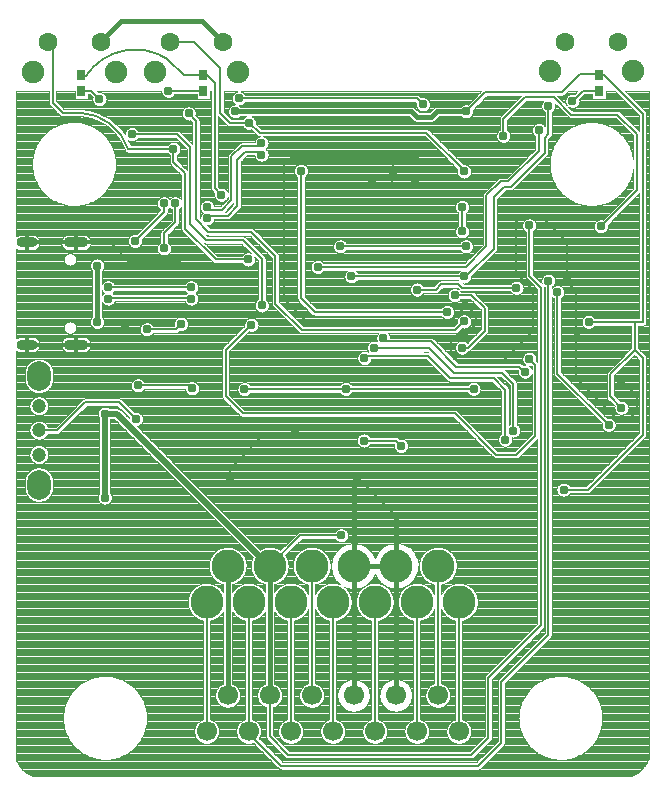
<source format=gbr>
G04 DipTrace 3.3.1.3*
G04 Top.gbr*
%MOIN*%
G04 #@! TF.FileFunction,Copper,L1,Top*
G04 #@! TF.Part,Single*
G04 #@! TA.AperFunction,Conductor*
%ADD13C,0.015748*%
%ADD14C,0.007874*%
%ADD16C,0.019685*%
G04 #@! TA.AperFunction,CopperBalancing*
%ADD17C,0.003937*%
%ADD18C,0.012992*%
%ADD21R,0.027559X0.035433*%
G04 #@! TA.AperFunction,ComponentPad*
%ADD26C,0.066929*%
%ADD29O,0.070866X0.035433*%
%ADD30O,0.082677X0.035433*%
%ADD31C,0.110236*%
%ADD37C,0.062992*%
%ADD38C,0.074803*%
%ADD39O,0.07874X0.098425*%
%ADD40C,0.047244*%
G04 #@! TA.AperFunction,ViaPad*
%ADD64C,0.031*%
%FSLAX26Y26*%
G04*
G70*
G90*
G75*
G01*
G04 Top*
%LPD*%
X1143703Y2631203D2*
D13*
X1730667D1*
X1749415Y2612455D1*
X1797643D1*
X1816391Y2631203D1*
X1912453D1*
X2356203Y2751134D2*
D14*
Y2755639D1*
X2292104D1*
X2232404Y2695940D1*
X1977189D1*
X1912453Y2631203D1*
X1037454Y2751135D2*
X1048772D1*
X1074953Y2724954D1*
Y2375755D1*
X1097337Y2353370D1*
X2356203Y2751134D2*
X2373773D1*
X2502157Y2622749D1*
Y1929562D1*
X2474953D1*
Y1837453D1*
X2393703Y1756203D1*
Y1681203D1*
X2431203Y1643703D1*
X631203Y2751134D2*
Y2749814D1*
X646147D1*
G02X920613Y2804020I164337J-110133D01*
G01*
X973497Y2751135D1*
X1037454D1*
X2321717Y1929562D2*
X2474953D1*
X2238032Y1370588D2*
X2319571D1*
X2501962Y1552979D1*
Y1809211D1*
X2474953Y1836220D1*
Y1837453D1*
X848882Y1904736D2*
X945017D1*
X963534Y1923253D1*
X906297Y2174954D2*
Y2224849D1*
X943703Y2262256D1*
Y2324954D1*
X1156203Y2674953D2*
X1749188D1*
X1769077Y2655063D1*
X2037453Y2549953D2*
Y2607260D1*
X2108026Y2677833D1*
X2206559D1*
X2263680Y2620713D1*
X2417906D1*
X2482165Y2556453D1*
Y2367954D1*
X2362213Y2248001D1*
X1538782Y1116243D2*
D13*
Y684992D1*
X1678940Y1116243D2*
Y684992D1*
X1599954Y2474953D2*
D14*
X1668110D1*
X1743703D1*
X1668110D2*
Y2431797D1*
X1668703Y2431203D1*
X1599954Y2393703D2*
X1667011D1*
X1743703D1*
X1667011D2*
Y2429511D1*
X1668703Y2431203D1*
X695869Y2862463D2*
D13*
Y2864619D1*
X762453Y2931203D1*
X1033367D1*
X1102118Y2862453D1*
X1538782Y1116243D2*
X1678940D1*
X2249126Y2064980D2*
D14*
X2247427D1*
X2281203Y2031203D1*
Y1875875D1*
Y1742801D1*
X2416508Y1607496D1*
X2455453D1*
X2481416Y1633459D1*
Y1680991D1*
X2431203Y1731203D1*
X1909029Y1982650D2*
X1916530D1*
X1947646Y1951534D1*
Y1922647D1*
X1912453Y1887454D1*
X1881205D1*
X1862454Y1868703D1*
Y1824951D1*
X1887453Y1799953D1*
X2037453D1*
X2137453Y1899953D1*
Y2037454D1*
X2081203Y2093703D1*
Y2262453D1*
X2099954Y2281203D1*
X2162454D1*
X2249126Y2194532D1*
Y2064980D1*
X2281490Y1875875D2*
X2281203D1*
X1126139Y1395486D2*
X1538782D1*
Y1406214D1*
X1554651D1*
X1678940Y1281925D1*
D13*
Y1116243D1*
X1126139Y1395486D2*
D14*
Y1440777D1*
X1243088Y1557726D1*
X1341923D1*
X1909029Y1982650D2*
Y1978783D1*
X1858336Y1928091D1*
X1384562D1*
X1306241Y2006411D1*
Y2456136D1*
X1325058Y2474953D1*
X1599954D1*
X1538782Y1116243D2*
D13*
Y1395486D1*
X448116Y2194382D2*
D14*
X612683D1*
X724701D1*
X789204Y2129879D1*
X950631D1*
X1186290Y2137646D2*
X1078231D1*
X974953Y2240924D1*
Y2424954D1*
X937235Y2462672D1*
Y2506083D1*
X518703Y2862463D2*
X534618D1*
Y2659841D1*
X568108Y2626352D1*
X628245D1*
G02X786609Y2505928I-8308J-175265D01*
G01*
X937235D1*
Y2506083D1*
X1906203Y1931203D2*
X1905025D1*
X1877159Y1903337D1*
X1364785D1*
X1277811Y1990311D1*
Y2149098D1*
X1197345Y2229564D1*
X1054142D1*
X1012631Y2271075D1*
Y2600144D1*
X988371Y2624404D1*
X1531203Y2081203D2*
X1906203D1*
X1912454D1*
X2004650Y2173399D1*
Y2345220D1*
X2039917Y2380488D1*
X2061739D1*
X2174953Y2493702D1*
Y2543702D1*
X2187454Y2556203D1*
Y2649953D1*
X1197890Y1919967D2*
X1194967D1*
X1112453Y1837453D1*
Y1681203D1*
X1168703Y1624953D1*
X1874954D1*
X2012453Y1487454D1*
X2081205D1*
X2143703Y1549953D1*
Y1787194D1*
X2124209Y1806689D1*
X2070129Y1567593D2*
Y1723343D1*
X2034210Y1759261D1*
X1872186D1*
X1789625Y1841823D1*
X1606699D1*
Y1843567D1*
X2109520Y1763732D2*
Y1760722D1*
X2090198Y1780043D1*
X1880894D1*
X1796484Y1864453D1*
X1637454D1*
Y1874954D1*
X1231765Y1984423D2*
X1232749D1*
Y2139470D1*
X1169466Y2202753D1*
X1047038D1*
X993579Y2256213D1*
Y2511577D1*
X950011Y2555146D1*
X799079D1*
X1363147Y2433119D2*
Y2007929D1*
X1408623Y1962453D1*
X1849953D1*
X2081203Y2043703D2*
X1899954D1*
X1887454Y2056203D1*
X1831203D1*
X1812454Y2037454D1*
X1749954D1*
X2217391Y2028559D2*
Y1756913D1*
X2388156Y1586148D1*
X1912453Y2181203D2*
X1493703D1*
X1899953Y2312454D2*
Y2231203D1*
X1874954Y2018703D2*
X1931203D1*
X1974953Y1974954D1*
Y1899953D1*
X1918703Y1843703D1*
X1899953D1*
X1418703Y2112453D2*
X1912453D1*
X1981203Y2181203D1*
Y2351033D1*
X2028482Y2398311D1*
X2054562D1*
X2156203Y2499953D1*
Y2568703D1*
X2043105Y1537367D2*
Y1704260D1*
X2005171Y1742194D1*
X1860185D1*
X1785622Y1816757D1*
X1574459D1*
Y1809327D1*
X920406Y2699954D2*
X1037454D1*
X812453Y1606203D2*
X756203Y1662453D1*
X643703D1*
X549878Y1568627D1*
X489256D1*
X631203Y2699953D2*
X663055D1*
X691224Y2671783D1*
X2267906Y2666406D2*
X2268786D1*
X2302333Y2699953D1*
X2356203D1*
X924953Y2862453D2*
X1006560D1*
X1093898Y2775115D1*
Y2624759D1*
X1124953Y2593703D1*
X1191127D1*
X1224726Y2560105D1*
X1780562D1*
X1906203Y2434463D1*
Y2431203D1*
X1188575Y2593688D2*
X1191127Y2593703D1*
X906203Y2324954D2*
Y2296135D1*
X809857Y2199789D1*
X1118310Y1116243D2*
D13*
Y684992D1*
X1258467Y1116243D2*
Y684992D1*
D14*
Y547689D1*
X1318703Y487453D1*
X1931202D1*
X1987453Y543703D1*
Y743703D1*
X2162453Y918703D1*
Y2043705D1*
X2124033Y2082125D1*
Y2251032D1*
X1258467Y1116243D2*
D16*
X1255961D1*
X748529Y1623675D1*
X709113D1*
X1497217Y1218106D2*
D14*
X1360331D1*
X1258467Y1116243D1*
X708841Y1344045D2*
D16*
X709113D1*
Y1623675D1*
X1188388Y996164D2*
D14*
Y564913D1*
X2187270Y2066802D2*
Y887367D1*
X2030509Y730606D1*
Y527543D1*
X1952329Y449364D1*
X1297906D1*
X1187454Y559815D1*
Y564913D1*
X1188388D1*
X1889176Y996164D2*
Y564913D1*
X1819097Y1116243D2*
Y684992D1*
X1468703Y996164D2*
Y564913D1*
X1749018Y996164D2*
Y564913D1*
X1572332Y1534259D2*
X1678589D1*
X1696206Y1516642D1*
X1608861Y996164D2*
Y564913D1*
X1048231Y996164D2*
Y564913D1*
X1398625Y1116243D2*
Y684992D1*
X1328546Y996164D2*
Y564913D1*
X683388Y2117440D2*
D13*
Y1929617D1*
X683370Y1929598D1*
X720597Y2044786D2*
D14*
X996945D1*
Y2044781D1*
X720597Y2007266D2*
Y2010612D1*
X996945D1*
Y2007282D1*
X1049953Y2312453D2*
Y2303621D1*
X1099469D1*
X1131203Y2335356D1*
Y2481203D1*
X1166302Y2516302D1*
X1231203D1*
Y2524953D1*
X1049953Y2274954D2*
Y2284049D1*
X1118050D1*
X1149953Y2315951D1*
Y2468702D1*
X1177690Y2496440D1*
X1231203D1*
Y2487454D1*
X819759Y1718000D2*
X989928D1*
X999953Y1707975D1*
X1174514Y1704915D2*
Y1706266D1*
X1512427D1*
Y1707357D1*
X1937778D1*
X1937951Y1707184D1*
Y1706491D1*
D64*
X988371Y2624404D3*
X2156203Y2568703D3*
X920406Y2699954D3*
X2267906Y2666406D3*
X720597Y2044786D3*
Y2007266D3*
X996945Y2044781D3*
Y2007282D3*
X1097337Y2353370D3*
X906203Y2324954D3*
X943703D3*
X809857Y2199789D3*
X906297Y2174954D3*
X1156203Y2674953D3*
X1769077Y2655063D3*
X937235Y2506083D3*
X1186290Y2137646D3*
X1906203Y2431203D3*
X848882Y1904736D3*
X963534Y1923253D3*
X1143703Y2631203D3*
X1912453D3*
X950631Y2129879D3*
X1197890Y1919967D3*
X683388Y2117440D3*
X1497217Y1218106D3*
X1668703Y2431203D3*
X1599954Y2474953D3*
X1743703D3*
X1599954Y2393703D3*
X1743703D3*
X2124033Y2251032D3*
X2187270Y2066802D3*
X1231203Y2524953D3*
Y2487454D3*
X1049953Y2312453D3*
Y2274954D3*
X1899953Y1843703D3*
X1696206Y1516642D3*
X1493703Y2181203D3*
X1912453D3*
X1849953Y1962453D3*
X709113Y1623675D3*
X819759Y1718000D3*
X691224Y2671783D3*
X799079Y2555146D3*
X1363147Y2433119D3*
X1906203Y1931203D3*
X999953Y1707975D3*
X1906203Y2081203D3*
X683370Y1929598D3*
X1531203Y2081203D3*
X708841Y1344045D3*
X1231765Y1984423D3*
X1418703Y2112453D3*
X2431203Y1731203D3*
X1909029Y1982650D3*
X2431203Y1643703D3*
X1637454Y1874954D3*
X1512427Y1706266D3*
X1188575Y2593688D3*
X1174514Y1704915D3*
X1937951Y1706491D3*
X2187454Y2649953D3*
X2037453Y2549953D3*
X2249126Y2064980D3*
X1899953Y2312454D3*
X812453Y1606203D3*
X2081203Y2043703D3*
X2217391Y2028559D3*
X1899953Y2231203D3*
X1874954Y2018703D3*
X1572332Y1534259D3*
X2281490Y1875875D3*
X1126139Y1395486D3*
X2124209Y1806689D3*
X1341923Y1557726D3*
X777894Y1922886D3*
X2321717Y1929562D3*
X2238032Y1370588D3*
X2362213Y2248001D3*
X1606699Y1843567D3*
X2070129Y1567593D3*
X2109520Y1763732D3*
X2388156Y1586148D3*
X1749954Y2037454D3*
X1574459Y1809327D3*
X2043105Y1537367D3*
X414820Y2694180D2*
D17*
X522177D1*
X547056D2*
X608922D1*
X699092D2*
X897116D1*
X1059736D2*
X1062509D1*
X1106342D2*
X1142110D1*
X1170303D2*
X1958001D1*
X2248074D2*
X2279129D1*
X2378487D2*
X2413295D1*
X2448162D2*
X2522593D1*
X414820Y2690374D2*
X522177D1*
X547056D2*
X608922D1*
X706174D2*
X898431D1*
X1059736D2*
X1062509D1*
X1106342D2*
X1137935D1*
X1174478D2*
X1954195D1*
X2244268D2*
X2275322D1*
X2378487D2*
X2417101D1*
X2451960D2*
X2522593D1*
X414820Y2686568D2*
X522177D1*
X547056D2*
X608922D1*
X653486D2*
X659012D1*
X710027D2*
X900561D1*
X940249D2*
X1015172D1*
X1059736D2*
X1062509D1*
X1106342D2*
X1135251D1*
X1752780D2*
X1950389D1*
X2240369D2*
X2255230D1*
X2306383D2*
X2333924D1*
X2378487D2*
X2420907D1*
X2455767D2*
X2522593D1*
X414820Y2682762D2*
X522177D1*
X547056D2*
X608922D1*
X653486D2*
X662818D1*
X712518D2*
X903829D1*
X936981D2*
X1015172D1*
X1059736D2*
X1062509D1*
X1106342D2*
X1133529D1*
X1758809D2*
X1946582D1*
X1981442D2*
X2095527D1*
X2219062D2*
X2250485D1*
X2302577D2*
X2333924D1*
X2378487D2*
X2424713D1*
X2459573D2*
X2522593D1*
X414820Y2678957D2*
X522177D1*
X547056D2*
X608922D1*
X653486D2*
X666616D1*
X714110D2*
X909219D1*
X931599D2*
X1015172D1*
X1059736D2*
X1062509D1*
X1106342D2*
X1132544D1*
X1762615D2*
X1942776D1*
X1977635D2*
X2091721D1*
X2222868D2*
X2247517D1*
X2298771D2*
X2333924D1*
X2378487D2*
X2428520D1*
X2463379D2*
X2522593D1*
X414820Y2675151D2*
X522177D1*
X547056D2*
X608922D1*
X653486D2*
X667462D1*
X714986D2*
X1015172D1*
X1059736D2*
X1062509D1*
X1106342D2*
X1132198D1*
X1781877D2*
X1938970D1*
X1973829D2*
X2087915D1*
X2226674D2*
X2245580D1*
X2294964D2*
X2333924D1*
X2378487D2*
X2432326D1*
X2467185D2*
X2522593D1*
X414820Y2671345D2*
X522177D1*
X547056D2*
X667224D1*
X715225D2*
X1062509D1*
X1106342D2*
X1132475D1*
X1786567D2*
X1935163D1*
X1970023D2*
X2084108D1*
X2230481D2*
X2244426D1*
X2291389D2*
X2436132D1*
X2470992D2*
X2522593D1*
X414820Y2667539D2*
X522177D1*
X547056D2*
X667608D1*
X714840D2*
X1062509D1*
X1106342D2*
X1133390D1*
X1789513D2*
X1931357D1*
X1966217D2*
X2080302D1*
X2234287D2*
X2243926D1*
X2291881D2*
X2439939D1*
X2474798D2*
X2522593D1*
X414820Y2663734D2*
X522177D1*
X548156D2*
X668639D1*
X713817D2*
X1062509D1*
X1106342D2*
X1135036D1*
X1791435D2*
X1927551D1*
X1962418D2*
X2076496D1*
X2111355D2*
X2167893D1*
X2238093D2*
X2244057D1*
X2291758D2*
X2443745D1*
X2478604D2*
X2522593D1*
X414820Y2659928D2*
X522177D1*
X551962D2*
X670415D1*
X712033D2*
X1062509D1*
X1106342D2*
X1137596D1*
X1174809D2*
X1745580D1*
X1792573D2*
X1923745D1*
X1958612D2*
X2072690D1*
X2107549D2*
X2165663D1*
X2241899D2*
X2244811D1*
X2291004D2*
X2447551D1*
X2482411D2*
X2522593D1*
X414820Y2656122D2*
X522762D1*
X555768D2*
X673160D1*
X709288D2*
X1062509D1*
X1106342D2*
X1141564D1*
X1170841D2*
X1745095D1*
X1793057D2*
X1919938D1*
X1954805D2*
X2068883D1*
X2103743D2*
X2164271D1*
X2289551D2*
X2451357D1*
X2486217D2*
X2522593D1*
X414820Y2652316D2*
X524815D1*
X559574D2*
X677474D1*
X704975D2*
X1062509D1*
X1106342D2*
X1132744D1*
X1163305D2*
X1745234D1*
X1792919D2*
X1901491D1*
X1950999D2*
X2065077D1*
X2099944D2*
X2163571D1*
X2211341D2*
X2214645D1*
X2287244D2*
X2455156D1*
X2490023D2*
X2522593D1*
X414820Y2648511D2*
X528521D1*
X563381D2*
X686855D1*
X695593D2*
X1062509D1*
X1106342D2*
X1127254D1*
X1160160D2*
X1746002D1*
X1792158D2*
X1896001D1*
X1947193D2*
X2061271D1*
X2096138D2*
X2163494D1*
X2211411D2*
X2218451D1*
X2283699D2*
X2458962D1*
X2493829D2*
X2522593D1*
X414820Y2644705D2*
X532320D1*
X567187D2*
X975925D1*
X1000819D2*
X1062509D1*
X1106342D2*
X1123940D1*
X1739616D2*
X1747463D1*
X1790689D2*
X1807441D1*
X1943387D2*
X2057464D1*
X2092332D2*
X2164040D1*
X2210865D2*
X2222257D1*
X2277602D2*
X2462769D1*
X2497636D2*
X2522593D1*
X414820Y2640899D2*
X536126D1*
X570993D2*
X971089D1*
X1005656D2*
X1062509D1*
X1106342D2*
X1121779D1*
X1743968D2*
X1749793D1*
X1788359D2*
X1803089D1*
X1939580D2*
X2053658D1*
X2088525D2*
X2165255D1*
X2209650D2*
X2226064D1*
X2260923D2*
X2466575D1*
X2501442D2*
X2522593D1*
X414820Y2637093D2*
X539932D1*
X641990D2*
X968067D1*
X1008678D2*
X1062509D1*
X1106342D2*
X1120449D1*
X1747774D2*
X1753369D1*
X1784784D2*
X1799283D1*
X1935774D2*
X2049852D1*
X2084719D2*
X2167262D1*
X2207650D2*
X2229870D1*
X2264729D2*
X2470381D1*
X2505248D2*
X2522593D1*
X414820Y2633287D2*
X543739D1*
X663697D2*
X966106D1*
X1010639D2*
X1062509D1*
X1106342D2*
X1119795D1*
X1751580D2*
X1759559D1*
X1778594D2*
X1795477D1*
X1936366D2*
X2046046D1*
X2080913D2*
X2170338D1*
X2204575D2*
X2233676D1*
X2268536D2*
X2474187D1*
X2509047D2*
X2522593D1*
X414820Y2629482D2*
X547545D1*
X677269D2*
X964922D1*
X1011823D2*
X1062509D1*
X1106603D2*
X1119764D1*
X1755387D2*
X1791670D1*
X1936397D2*
X2042247D1*
X2077106D2*
X2175013D1*
X2199892D2*
X2237483D1*
X2426562D2*
X2477994D1*
X2512546D2*
X2522593D1*
X414820Y2625676D2*
X551351D1*
X688696D2*
X964399D1*
X1012338D2*
X1062509D1*
X1110409D2*
X1120357D1*
X1935797D2*
X2038441D1*
X2073300D2*
X2175013D1*
X2199892D2*
X2241289D1*
X2430376D2*
X2481800D1*
X2514237D2*
X2522593D1*
X414820Y2621870D2*
X555158D1*
X697124D2*
X964506D1*
X1012238D2*
X1062509D1*
X1114216D2*
X1121625D1*
X1934536D2*
X2034634D1*
X2069494D2*
X2175013D1*
X2199892D2*
X2245087D1*
X2434182D2*
X2485606D1*
X2514599D2*
X2522593D1*
X414820Y2618064D2*
X558964D1*
X705397D2*
X965237D1*
X1012146D2*
X1062509D1*
X1118022D2*
X1123694D1*
X1932460D2*
X2030828D1*
X2065688D2*
X2175013D1*
X2199892D2*
X2248894D1*
X2437988D2*
X2489413D1*
X2514599D2*
X2522593D1*
X414820Y2614259D2*
X627685D1*
X712318D2*
X966659D1*
X1015952D2*
X1062509D1*
X1121828D2*
X1126870D1*
X1160537D2*
X1176590D1*
X1200553D2*
X1724610D1*
X1822447D2*
X1895616D1*
X1929284D2*
X2027252D1*
X2061881D2*
X2175013D1*
X2199892D2*
X2252700D1*
X2441787D2*
X2489720D1*
X2514599D2*
X2522593D1*
X414820Y2610453D2*
X654490D1*
X718662D2*
X968928D1*
X1019751D2*
X1062509D1*
X1087395D2*
X1090775D1*
X1125635D2*
X1132045D1*
X1155362D2*
X1171553D1*
X1205590D2*
X1728417D1*
X1818640D2*
X1900799D1*
X1924109D2*
X2025445D1*
X2058075D2*
X2175013D1*
X2199892D2*
X2256968D1*
X2445593D2*
X2489720D1*
X2514599D2*
X2522593D1*
X414820Y2606647D2*
X668793D1*
X724998D2*
X972419D1*
X1023165D2*
X1062509D1*
X1087395D2*
X1094581D1*
X1129441D2*
X1168446D1*
X1208704D2*
X1732223D1*
X1814834D2*
X2025015D1*
X2054269D2*
X2175013D1*
X2199892D2*
X2414540D1*
X2449400D2*
X2489720D1*
X2514599D2*
X2522593D1*
X414820Y2602841D2*
X680042D1*
X730111D2*
X978363D1*
X1024764D2*
X1062509D1*
X1087395D2*
X1098380D1*
X1210734D2*
X1736029D1*
X1811028D2*
X2025015D1*
X2050462D2*
X2175013D1*
X2199892D2*
X2418347D1*
X2453206D2*
X2489720D1*
X2514599D2*
X2522593D1*
X414820Y2599035D2*
X688316D1*
X735117D2*
X996310D1*
X1025072D2*
X1062509D1*
X1087395D2*
X1102186D1*
X1211964D2*
X1740335D1*
X1806722D2*
X2025015D1*
X2049893D2*
X2175013D1*
X2199892D2*
X2422153D1*
X2457012D2*
X2489720D1*
X2514599D2*
X2522593D1*
X414820Y2595230D2*
X590245D1*
X622167D2*
X696413D1*
X740123D2*
X1000116D1*
X1025072D2*
X1062509D1*
X1087395D2*
X1105993D1*
X1212526D2*
X2025015D1*
X2049893D2*
X2175013D1*
X2199892D2*
X2315246D1*
X2347160D2*
X2425959D1*
X2460819D2*
X2489720D1*
X2514599D2*
X2522593D1*
X414820Y2591424D2*
X569952D1*
X642459D2*
X702757D1*
X744468D2*
X1000193D1*
X1025072D2*
X1062509D1*
X1087395D2*
X1109799D1*
X1212472D2*
X2025015D1*
X2049893D2*
X2149392D1*
X2163021D2*
X2175013D1*
X2199892D2*
X2294946D1*
X2367461D2*
X2429765D1*
X2464625D2*
X2489720D1*
X2514599D2*
X2522593D1*
X414820Y2587618D2*
X557841D1*
X654562D2*
X709101D1*
X748474D2*
X1000193D1*
X1025072D2*
X1062509D1*
X1087395D2*
X1113605D1*
X1214640D2*
X2025015D1*
X2049893D2*
X2141679D1*
X2170726D2*
X2175013D1*
X2199892D2*
X2282843D1*
X2379564D2*
X2433572D1*
X2468431D2*
X2489720D1*
X2514599D2*
X2522593D1*
X414820Y2583812D2*
X548483D1*
X663928D2*
X714545D1*
X752480D2*
X1000193D1*
X1025072D2*
X1062509D1*
X1087395D2*
X1117681D1*
X1218446D2*
X2025015D1*
X2049893D2*
X2137666D1*
X2199892D2*
X2273485D1*
X2388922D2*
X2437378D1*
X2472237D2*
X2489720D1*
X2514599D2*
X2522593D1*
X414820Y2580007D2*
X540671D1*
X671741D2*
X719543D1*
X756486D2*
X1000193D1*
X1025072D2*
X1062509D1*
X1087395D2*
X1168939D1*
X1222253D2*
X2025015D1*
X2049893D2*
X2135082D1*
X2199892D2*
X2265672D1*
X2396742D2*
X2441177D1*
X2476044D2*
X2489720D1*
X2514599D2*
X2522593D1*
X414820Y2576201D2*
X533896D1*
X678507D2*
X724549D1*
X759754D2*
X788002D1*
X810159D2*
X1000193D1*
X1025072D2*
X1062509D1*
X1087395D2*
X1172314D1*
X1226059D2*
X2025015D1*
X2049893D2*
X2133421D1*
X2199892D2*
X2258898D1*
X2403509D2*
X2444983D1*
X2479850D2*
X2489720D1*
X2514599D2*
X2522593D1*
X414820Y2572395D2*
X527898D1*
X684505D2*
X728732D1*
X762969D2*
X782566D1*
X815595D2*
X1000193D1*
X1025072D2*
X1062509D1*
X1087395D2*
X1177981D1*
X1229865D2*
X2025015D1*
X2049893D2*
X2132491D1*
X2199892D2*
X2252900D1*
X2409507D2*
X2448789D1*
X2483656D2*
X2489720D1*
X2514599D2*
X2522593D1*
X414820Y2568589D2*
X522500D1*
X689903D2*
X732738D1*
X766183D2*
X779275D1*
X818879D2*
X1000193D1*
X1025072D2*
X1062509D1*
X1087395D2*
X1198812D1*
X1789505D2*
X2022562D1*
X2052339D2*
X2132198D1*
X2199892D2*
X2247502D1*
X2414905D2*
X2452595D1*
X2487463D2*
X2489720D1*
X2514599D2*
X2522593D1*
X414820Y2564783D2*
X517602D1*
X694809D2*
X736744D1*
X769397D2*
X777129D1*
X957635D2*
X1000193D1*
X1025072D2*
X1062509D1*
X1087395D2*
X1202618D1*
X1793311D2*
X2018686D1*
X2056214D2*
X2132529D1*
X2199892D2*
X2242596D1*
X2419811D2*
X2456402D1*
X2514599D2*
X2522593D1*
X414820Y2560978D2*
X513112D1*
X699292D2*
X740289D1*
X772081D2*
X775807D1*
X961611D2*
X1000193D1*
X1025072D2*
X1062509D1*
X1087395D2*
X1206425D1*
X1797117D2*
X2016180D1*
X2058721D2*
X2133498D1*
X2199892D2*
X2238113D1*
X2424294D2*
X2460208D1*
X2514599D2*
X2522593D1*
X414820Y2557172D2*
X508982D1*
X703429D2*
X743503D1*
X965417D2*
X1000193D1*
X1025072D2*
X1062509D1*
X1087395D2*
X1210231D1*
X1800924D2*
X2014580D1*
X2060328D2*
X2135205D1*
X2199892D2*
X2233984D1*
X2428430D2*
X2464014D1*
X2514599D2*
X2522593D1*
X414820Y2553366D2*
X505161D1*
X707243D2*
X746718D1*
X969223D2*
X1000193D1*
X1025072D2*
X1062509D1*
X1087395D2*
X1214030D1*
X1804730D2*
X2013696D1*
X2061212D2*
X2137858D1*
X2199553D2*
X2230162D1*
X2432244D2*
X2467821D1*
X2514599D2*
X2522593D1*
X414820Y2549560D2*
X501623D1*
X710788D2*
X749932D1*
X973029D2*
X1000193D1*
X1025072D2*
X1062509D1*
X1087395D2*
X1218505D1*
X1808536D2*
X2013450D1*
X2061451D2*
X2141987D1*
X2197900D2*
X2226625D1*
X2435782D2*
X2469728D1*
X2514599D2*
X2522593D1*
X414820Y2545755D2*
X498332D1*
X714071D2*
X752492D1*
X976836D2*
X1000193D1*
X1025072D2*
X1062509D1*
X1087395D2*
X1219643D1*
X1242768D2*
X1777483D1*
X1812343D2*
X2013827D1*
X2061082D2*
X2143763D1*
X2194440D2*
X2223334D1*
X2439073D2*
X2469728D1*
X2514599D2*
X2522593D1*
X414820Y2541949D2*
X495272D1*
X717132D2*
X755053D1*
X819048D2*
X945775D1*
X980642D2*
X1000193D1*
X1025072D2*
X1062509D1*
X1087395D2*
X1214422D1*
X1247982D2*
X1781289D1*
X1816149D2*
X2014849D1*
X2060059D2*
X2143763D1*
X2190634D2*
X2220273D1*
X2442133D2*
X2469728D1*
X2514599D2*
X2522593D1*
X414820Y2538143D2*
X492427D1*
X719984D2*
X757614D1*
X815857D2*
X949581D1*
X984441D2*
X1000193D1*
X1025072D2*
X1062509D1*
X1087395D2*
X1211231D1*
X1251181D2*
X1785096D1*
X1819955D2*
X2016618D1*
X2058290D2*
X2143763D1*
X2187396D2*
X2217421D1*
X2444986D2*
X2469728D1*
X2514599D2*
X2522593D1*
X414820Y2534337D2*
X489766D1*
X722637D2*
X760120D1*
X810628D2*
X953387D1*
X988247D2*
X1000193D1*
X1025072D2*
X1062509D1*
X1087395D2*
X1209147D1*
X1253264D2*
X1788902D1*
X1823761D2*
X2019348D1*
X2055553D2*
X2143763D1*
X2187396D2*
X2214768D1*
X2447639D2*
X2469728D1*
X2514599D2*
X2522593D1*
X414820Y2530532D2*
X487290D1*
X725113D2*
X762112D1*
X790097D2*
X957194D1*
X992053D2*
X1000193D1*
X1025072D2*
X1062509D1*
X1087395D2*
X1207870D1*
X1254541D2*
X1792701D1*
X1827568D2*
X2023631D1*
X2051270D2*
X2143763D1*
X2187396D2*
X2212292D1*
X2450115D2*
X2469728D1*
X2514599D2*
X2522593D1*
X414820Y2526726D2*
X484991D1*
X727412D2*
X764103D1*
X791804D2*
X925382D1*
X949084D2*
X961000D1*
X995859D2*
X1000193D1*
X1025072D2*
X1062509D1*
X1087395D2*
X1159865D1*
X1255141D2*
X1796507D1*
X1831374D2*
X2032820D1*
X2042081D2*
X2143763D1*
X2187396D2*
X2209993D1*
X2452414D2*
X2469728D1*
X2514599D2*
X2522593D1*
X414820Y2522920D2*
X482846D1*
X729558D2*
X766095D1*
X793296D2*
X920292D1*
X954183D2*
X964806D1*
X1025072D2*
X1062509D1*
X1087395D2*
X1155490D1*
X1255118D2*
X1800313D1*
X1835180D2*
X2143763D1*
X2187396D2*
X2207847D1*
X2454559D2*
X2469728D1*
X2514599D2*
X2522593D1*
X414820Y2519114D2*
X480862D1*
X731549D2*
X768087D1*
X794780D2*
X917155D1*
X957320D2*
X968613D1*
X1025072D2*
X1062509D1*
X1087395D2*
X1151683D1*
X1254472D2*
X1804119D1*
X1838987D2*
X2143763D1*
X2187396D2*
X2205856D1*
X2456551D2*
X2469728D1*
X2514599D2*
X2522593D1*
X414820Y2515308D2*
X479016D1*
X733395D2*
X769609D1*
X959365D2*
X972419D1*
X1025072D2*
X1062509D1*
X1087395D2*
X1147877D1*
X1253149D2*
X1807926D1*
X1842793D2*
X2143763D1*
X2187396D2*
X2204010D1*
X2458396D2*
X2469728D1*
X2514599D2*
X2522593D1*
X414820Y2511503D2*
X477309D1*
X735102D2*
X771101D1*
X960611D2*
X976225D1*
X1025072D2*
X1062509D1*
X1087395D2*
X1144071D1*
X1251004D2*
X1811732D1*
X1846591D2*
X2143763D1*
X2187396D2*
X2202311D1*
X2460096D2*
X2469728D1*
X2514599D2*
X2522593D1*
X414820Y2507697D2*
X475733D1*
X736671D2*
X772585D1*
X961180D2*
X980031D1*
X1025072D2*
X1062509D1*
X1087395D2*
X1140265D1*
X1247713D2*
X1815538D1*
X1850398D2*
X2143763D1*
X2187396D2*
X2200735D1*
X2461672D2*
X2469728D1*
X2514599D2*
X2522593D1*
X414820Y2503891D2*
X474295D1*
X738116D2*
X774077D1*
X961134D2*
X981139D1*
X1025072D2*
X1062509D1*
X1087395D2*
X1136458D1*
X1248543D2*
X1819345D1*
X1854204D2*
X2142710D1*
X2187396D2*
X2199297D1*
X2463110D2*
X2469728D1*
X2514599D2*
X2522593D1*
X414820Y2500085D2*
X472973D1*
X739431D2*
X775676D1*
X960465D2*
X981139D1*
X1025072D2*
X1062509D1*
X1087395D2*
X1132652D1*
X1251542D2*
X1823151D1*
X1858010D2*
X2138904D1*
X2187396D2*
X2197974D1*
X2464433D2*
X2469728D1*
X2514599D2*
X2522593D1*
X414820Y2496280D2*
X471781D1*
X740631D2*
X778998D1*
X959104D2*
X981139D1*
X1025072D2*
X1062509D1*
X1087395D2*
X1128846D1*
X1253495D2*
X1826957D1*
X1861817D2*
X2135097D1*
X2187396D2*
X2196774D1*
X2465632D2*
X2469728D1*
X2514599D2*
X2522593D1*
X414820Y2492474D2*
X470696D1*
X741707D2*
X917547D1*
X956920D2*
X981139D1*
X1025072D2*
X1062509D1*
X1087395D2*
X1125039D1*
X1254664D2*
X1830763D1*
X1865623D2*
X2131291D1*
X2187327D2*
X2195698D1*
X2466709D2*
X2469728D1*
X2514599D2*
X2522593D1*
X414820Y2488668D2*
X469735D1*
X742676D2*
X920899D1*
X953575D2*
X981139D1*
X1025072D2*
X1062509D1*
X1087395D2*
X1121356D1*
X1255179D2*
X1834570D1*
X1869429D2*
X2127485D1*
X2186289D2*
X2194737D1*
X2467670D2*
X2469728D1*
X2514599D2*
X2522593D1*
X414820Y2484862D2*
X468882D1*
X743522D2*
X924790D1*
X949676D2*
X981139D1*
X1025072D2*
X1062509D1*
X1087395D2*
X1119334D1*
X1255064D2*
X1838376D1*
X1873235D2*
X2123678D1*
X2183544D2*
X2193883D1*
X2468523D2*
X2469723D1*
X2514599D2*
X2522593D1*
X414820Y2481056D2*
X468144D1*
X744268D2*
X924790D1*
X949676D2*
X981139D1*
X1025072D2*
X1062509D1*
X1087395D2*
X1118765D1*
X1179738D2*
X1208086D1*
X1254326D2*
X1842182D1*
X1877042D2*
X2119880D1*
X2179738D2*
X2193137D1*
X2514599D2*
X2522593D1*
X414820Y2477251D2*
X467505D1*
X744898D2*
X924790D1*
X949676D2*
X981139D1*
X1025072D2*
X1062509D1*
X1087395D2*
X1118765D1*
X1175931D2*
X1209516D1*
X1252888D2*
X1845989D1*
X1880848D2*
X2116074D1*
X2175931D2*
X2192507D1*
X2514599D2*
X2522593D1*
X414820Y2473445D2*
X466982D1*
X745429D2*
X924790D1*
X949676D2*
X981139D1*
X1025072D2*
X1062509D1*
X1087395D2*
X1118765D1*
X1172125D2*
X1211807D1*
X1250604D2*
X1849787D1*
X1884654D2*
X2112267D1*
X2172125D2*
X2191984D1*
X2514599D2*
X2522593D1*
X414820Y2469639D2*
X466559D1*
X745844D2*
X924790D1*
X949676D2*
X981139D1*
X1025072D2*
X1062509D1*
X1087395D2*
X1118765D1*
X1168319D2*
X1215314D1*
X1247090D2*
X1853594D1*
X1888461D2*
X2108461D1*
X2168319D2*
X2191561D1*
X2514599D2*
X2522593D1*
X414820Y2465833D2*
X466244D1*
X746159D2*
X924790D1*
X951507D2*
X981139D1*
X1025072D2*
X1062509D1*
X1087395D2*
X1118765D1*
X1164513D2*
X1221327D1*
X1241084D2*
X1857400D1*
X1892267D2*
X2104655D1*
X2164513D2*
X2191246D1*
X2514599D2*
X2522593D1*
X414820Y2462028D2*
X466037D1*
X746375D2*
X924813D1*
X955313D2*
X981139D1*
X1025072D2*
X1062509D1*
X1087395D2*
X1118765D1*
X1162390D2*
X1861206D1*
X1896073D2*
X2100848D1*
X2160706D2*
X2191038D1*
X2514599D2*
X2522593D1*
X414820Y2458222D2*
X465929D1*
X746475D2*
X925644D1*
X959119D2*
X981139D1*
X1025072D2*
X1062509D1*
X1087395D2*
X1118765D1*
X1162390D2*
X1865012D1*
X1899879D2*
X2097042D1*
X2156900D2*
X2190930D1*
X2514599D2*
X2522593D1*
X414820Y2454416D2*
X465929D1*
X746482D2*
X928066D1*
X962925D2*
X981139D1*
X1025072D2*
X1062509D1*
X1087395D2*
X1118765D1*
X1162390D2*
X1352563D1*
X1373735D2*
X1868819D1*
X1910914D2*
X2093236D1*
X2153101D2*
X2190923D1*
X2514599D2*
X2522593D1*
X414820Y2450610D2*
X466029D1*
X746382D2*
X931865D1*
X966724D2*
X981139D1*
X1025072D2*
X1062509D1*
X1087395D2*
X1118765D1*
X1162390D2*
X1346896D1*
X1379402D2*
X1872625D1*
X1920041D2*
X2089430D1*
X2149295D2*
X2191023D1*
X2514599D2*
X2522593D1*
X414820Y2446804D2*
X466229D1*
X746175D2*
X935671D1*
X970530D2*
X981139D1*
X1025072D2*
X1062509D1*
X1087395D2*
X1118765D1*
X1162390D2*
X1343513D1*
X1382778D2*
X1876431D1*
X1924317D2*
X2085623D1*
X2145489D2*
X2191230D1*
X2514599D2*
X2522593D1*
X414820Y2442999D2*
X466536D1*
X745867D2*
X939477D1*
X974337D2*
X981139D1*
X1025072D2*
X1062509D1*
X1087395D2*
X1118765D1*
X1162390D2*
X1341306D1*
X1384985D2*
X1880238D1*
X1927046D2*
X2081817D1*
X2141683D2*
X2191538D1*
X2514599D2*
X2522593D1*
X414820Y2439193D2*
X466952D1*
X745452D2*
X943283D1*
X978143D2*
X981139D1*
X1025072D2*
X1062509D1*
X1087395D2*
X1118765D1*
X1162390D2*
X1339937D1*
X1386354D2*
X1883590D1*
X1928815D2*
X2078011D1*
X2137876D2*
X2191953D1*
X2514599D2*
X2522593D1*
X414820Y2435387D2*
X467475D1*
X744937D2*
X947090D1*
X1025072D2*
X1062509D1*
X1087395D2*
X1118765D1*
X1162390D2*
X1339253D1*
X1387038D2*
X1882575D1*
X1929830D2*
X2074204D1*
X2134070D2*
X2192468D1*
X2514599D2*
X2522593D1*
X414820Y2431581D2*
X468097D1*
X744306D2*
X950896D1*
X1025072D2*
X1062509D1*
X1087395D2*
X1118765D1*
X1162390D2*
X1339191D1*
X1387100D2*
X1882206D1*
X1930207D2*
X2070398D1*
X2130264D2*
X2193099D1*
X2514599D2*
X2522593D1*
X414820Y2427776D2*
X468836D1*
X743576D2*
X954702D1*
X1025072D2*
X1062509D1*
X1087395D2*
X1118765D1*
X1162390D2*
X1339752D1*
X1386538D2*
X1882452D1*
X1929961D2*
X2066592D1*
X2126457D2*
X2193837D1*
X2514599D2*
X2522593D1*
X414820Y2423970D2*
X469681D1*
X742730D2*
X958509D1*
X1025072D2*
X1062509D1*
X1087395D2*
X1118765D1*
X1162390D2*
X1340990D1*
X1385308D2*
X1883336D1*
X1929069D2*
X2062793D1*
X2122651D2*
X2194675D1*
X2467731D2*
X2469728D1*
X2514599D2*
X2522593D1*
X414820Y2420164D2*
X470635D1*
X741769D2*
X962315D1*
X1025072D2*
X1062509D1*
X1087395D2*
X1118765D1*
X1162390D2*
X1343013D1*
X1383278D2*
X1884936D1*
X1927469D2*
X2058987D1*
X2118845D2*
X2195636D1*
X2466770D2*
X2469728D1*
X2514599D2*
X2522593D1*
X414820Y2416358D2*
X471711D1*
X740700D2*
X962515D1*
X1025072D2*
X1062509D1*
X1087395D2*
X1118765D1*
X1162390D2*
X1346127D1*
X1380171D2*
X1887450D1*
X1924955D2*
X2055181D1*
X2115039D2*
X2196705D1*
X2465701D2*
X2469728D1*
X2514599D2*
X2522593D1*
X414820Y2412553D2*
X472896D1*
X739508D2*
X962515D1*
X1025072D2*
X1062509D1*
X1087395D2*
X1118765D1*
X1162390D2*
X1350702D1*
X1375588D2*
X1891333D1*
X1921072D2*
X2051374D1*
X2111232D2*
X2197897D1*
X2464509D2*
X2469728D1*
X2514599D2*
X2522593D1*
X414820Y2408747D2*
X474211D1*
X738193D2*
X962515D1*
X1025072D2*
X1062509D1*
X1087395D2*
X1118765D1*
X1162390D2*
X1350702D1*
X1375588D2*
X1898523D1*
X1913890D2*
X2022070D1*
X2107426D2*
X2199212D1*
X2463195D2*
X2469728D1*
X2514599D2*
X2522593D1*
X414820Y2404941D2*
X475648D1*
X736763D2*
X962515D1*
X1025072D2*
X1062509D1*
X1087395D2*
X1118765D1*
X1162390D2*
X1350702D1*
X1375588D2*
X2017679D1*
X2103620D2*
X2200642D1*
X2461764D2*
X2469728D1*
X2514599D2*
X2522593D1*
X414820Y2401135D2*
X477209D1*
X735194D2*
X962515D1*
X1025072D2*
X1062509D1*
X1087395D2*
X1118765D1*
X1162390D2*
X1350702D1*
X1375588D2*
X2013873D1*
X2099813D2*
X2202211D1*
X2460196D2*
X2469728D1*
X2514599D2*
X2522593D1*
X414820Y2397329D2*
X478909D1*
X733502D2*
X962515D1*
X1025072D2*
X1062509D1*
X1087395D2*
X1118765D1*
X1162390D2*
X1350702D1*
X1375588D2*
X2010066D1*
X2096015D2*
X2203903D1*
X2458504D2*
X2469728D1*
X2514599D2*
X2522593D1*
X414820Y2393524D2*
X480739D1*
X731665D2*
X962515D1*
X1025072D2*
X1062509D1*
X1087395D2*
X1118765D1*
X1162390D2*
X1350702D1*
X1375588D2*
X2006260D1*
X2092208D2*
X2205740D1*
X2456666D2*
X2469728D1*
X2514599D2*
X2522593D1*
X414820Y2389718D2*
X482723D1*
X729681D2*
X962515D1*
X1025072D2*
X1062509D1*
X1087395D2*
X1118765D1*
X1162390D2*
X1350702D1*
X1375588D2*
X2002454D1*
X2088402D2*
X2207724D1*
X2454682D2*
X2469728D1*
X2514599D2*
X2522593D1*
X414820Y2385912D2*
X484853D1*
X727551D2*
X962515D1*
X1025072D2*
X1062509D1*
X1087395D2*
X1118765D1*
X1162390D2*
X1350702D1*
X1375588D2*
X1998655D1*
X2084596D2*
X2209854D1*
X2452552D2*
X2469728D1*
X2514599D2*
X2522593D1*
X414820Y2382106D2*
X487152D1*
X725259D2*
X962515D1*
X1025072D2*
X1062509D1*
X1087395D2*
X1118765D1*
X1162390D2*
X1350702D1*
X1375588D2*
X1994849D1*
X2080790D2*
X2212146D1*
X2450261D2*
X2469728D1*
X2514599D2*
X2522593D1*
X414820Y2378301D2*
X489613D1*
X722791D2*
X962515D1*
X1025072D2*
X1062509D1*
X1089840D2*
X1118765D1*
X1162390D2*
X1350702D1*
X1375588D2*
X1991043D1*
X2076983D2*
X2214614D1*
X2447793D2*
X2469728D1*
X2514599D2*
X2522593D1*
X414820Y2374495D2*
X492258D1*
X720154D2*
X962515D1*
X1025072D2*
X1062578D1*
X1108279D2*
X1118765D1*
X1162390D2*
X1350702D1*
X1375588D2*
X1987236D1*
X2073177D2*
X2217259D1*
X2445147D2*
X2469728D1*
X2514599D2*
X2522593D1*
X414820Y2370689D2*
X495095D1*
X717316D2*
X962515D1*
X1025072D2*
X1063631D1*
X1113777D2*
X1118765D1*
X1162390D2*
X1350702D1*
X1375588D2*
X1983430D1*
X2069140D2*
X2220097D1*
X2442310D2*
X2467467D1*
X2514599D2*
X2522593D1*
X414820Y2366883D2*
X498140D1*
X714263D2*
X962515D1*
X1025072D2*
X1066392D1*
X1117092D2*
X1118765D1*
X1162390D2*
X1350702D1*
X1375588D2*
X1979624D1*
X2043742D2*
X2223142D1*
X2439265D2*
X2463661D1*
X2514599D2*
X2522593D1*
X414820Y2363077D2*
X501416D1*
X710988D2*
X962515D1*
X1025072D2*
X1070198D1*
X1162390D2*
X1350702D1*
X1375588D2*
X1975818D1*
X2039935D2*
X2226417D1*
X2435989D2*
X2459854D1*
X2514599D2*
X2522593D1*
X414820Y2359272D2*
X504938D1*
X707466D2*
X962515D1*
X1025072D2*
X1074004D1*
X1162390D2*
X1350702D1*
X1375588D2*
X1972019D1*
X2036129D2*
X2229939D1*
X2432467D2*
X2456048D1*
X2514599D2*
X2522593D1*
X414820Y2355466D2*
X508736D1*
X703667D2*
X962515D1*
X1025072D2*
X1073428D1*
X1162390D2*
X1350702D1*
X1375588D2*
X1969605D1*
X2032323D2*
X2233738D1*
X2428669D2*
X2452249D1*
X2487109D2*
X2489720D1*
X2514599D2*
X2522593D1*
X414820Y2351660D2*
X512850D1*
X699553D2*
X962515D1*
X1025072D2*
X1073397D1*
X1162390D2*
X1350702D1*
X1375588D2*
X1968782D1*
X2028517D2*
X2237852D1*
X2424555D2*
X2448443D1*
X2483303D2*
X2489720D1*
X2514599D2*
X2522593D1*
X414820Y2347854D2*
X517318D1*
X695094D2*
X900061D1*
X912344D2*
X937563D1*
X949846D2*
X962515D1*
X1025072D2*
X1073989D1*
X1162390D2*
X1350702D1*
X1375588D2*
X1968759D1*
X2024718D2*
X2242319D1*
X2420087D2*
X2444637D1*
X2479496D2*
X2489720D1*
X2514599D2*
X2522593D1*
X414820Y2344049D2*
X522193D1*
X690218D2*
X891926D1*
X920487D2*
X929419D1*
X957981D2*
X962515D1*
X1025072D2*
X1075250D1*
X1162390D2*
X1350702D1*
X1375588D2*
X1968759D1*
X2020912D2*
X2247194D1*
X2415212D2*
X2440831D1*
X2475690D2*
X2489720D1*
X2514599D2*
X2522593D1*
X414820Y2340243D2*
X527552D1*
X684851D2*
X887819D1*
X1025072D2*
X1077319D1*
X1117353D2*
X1118664D1*
X1162390D2*
X1350702D1*
X1375588D2*
X1968759D1*
X2017105D2*
X2252554D1*
X2409853D2*
X2437024D1*
X2471884D2*
X2489720D1*
X2514599D2*
X2522593D1*
X414820Y2336437D2*
X533512D1*
X678892D2*
X885182D1*
X1025072D2*
X1080487D1*
X1162390D2*
X1350702D1*
X1375588D2*
X1968759D1*
X2017090D2*
X2258513D1*
X2403893D2*
X2433218D1*
X2468077D2*
X2489720D1*
X2514599D2*
X2522593D1*
X414820Y2332631D2*
X540232D1*
X672179D2*
X883482D1*
X1025072D2*
X1037303D1*
X1062604D2*
X1085662D1*
X1109018D2*
X1111045D1*
X1162390D2*
X1350702D1*
X1375588D2*
X1887296D1*
X1912606D2*
X1968759D1*
X2017090D2*
X2265234D1*
X2397173D2*
X2429412D1*
X2464271D2*
X2489720D1*
X2514599D2*
X2522593D1*
X414820Y2328825D2*
X547968D1*
X664436D2*
X882521D1*
X1025072D2*
X1032551D1*
X1067356D2*
X1107238D1*
X1162390D2*
X1350702D1*
X1375588D2*
X1882544D1*
X1917358D2*
X1968759D1*
X2017090D2*
X2272969D1*
X2389437D2*
X2425605D1*
X2460465D2*
X2489720D1*
X2514599D2*
X2522593D1*
X414820Y2325020D2*
X557218D1*
X655193D2*
X882198D1*
X1025072D2*
X1029575D1*
X1070332D2*
X1103440D1*
X1162390D2*
X1350702D1*
X1375588D2*
X1879569D1*
X1920333D2*
X1968759D1*
X2017090D2*
X2282212D1*
X2380194D2*
X2421799D1*
X2456659D2*
X2489720D1*
X2514599D2*
X2522593D1*
X414820Y2321214D2*
X569091D1*
X643320D2*
X882498D1*
X1025072D2*
X1027628D1*
X1072270D2*
X1099633D1*
X1134493D2*
X1137512D1*
X1162390D2*
X1350702D1*
X1375588D2*
X1877631D1*
X1922271D2*
X1968759D1*
X2017090D2*
X2294085D1*
X2368322D2*
X2417993D1*
X2452860D2*
X2489720D1*
X2514599D2*
X2522593D1*
X414820Y2317408D2*
X588299D1*
X624104D2*
X883436D1*
X1025072D2*
X1026480D1*
X1073431D2*
X1095827D1*
X1130687D2*
X1133975D1*
X1162390D2*
X1350702D1*
X1375588D2*
X1876477D1*
X1923432D2*
X1968759D1*
X2017090D2*
X2313301D1*
X2349106D2*
X2414187D1*
X2449054D2*
X2489720D1*
X2514599D2*
X2522593D1*
X414820Y2313602D2*
X885105D1*
X1126880D2*
X1130176D1*
X1162160D2*
X1350702D1*
X1375588D2*
X1875978D1*
X1923932D2*
X1968759D1*
X2017090D2*
X2410380D1*
X2445247D2*
X2489720D1*
X2514599D2*
X2522593D1*
X414820Y2309797D2*
X887704D1*
X1123074D2*
X1126370D1*
X1160706D2*
X1350702D1*
X1375588D2*
X1876101D1*
X1923809D2*
X1968759D1*
X2017090D2*
X2406574D1*
X2441441D2*
X2489720D1*
X2514599D2*
X2522593D1*
X414820Y2305991D2*
X891741D1*
X920664D2*
X929242D1*
X958166D2*
X962515D1*
X1025072D2*
X1026848D1*
X1119268D2*
X1122563D1*
X1157423D2*
X1350702D1*
X1375588D2*
X1876854D1*
X1923056D2*
X1968759D1*
X2017090D2*
X2402768D1*
X2437635D2*
X2489720D1*
X2514599D2*
X2522593D1*
X414820Y2302185D2*
X893763D1*
X918642D2*
X931265D1*
X956143D2*
X962515D1*
X1025072D2*
X1028298D1*
X1115461D2*
X1118757D1*
X1153617D2*
X1350702D1*
X1375588D2*
X1878300D1*
X1921610D2*
X1968759D1*
X2017090D2*
X2398961D1*
X2433828D2*
X2489720D1*
X2514599D2*
X2522593D1*
X414820Y2298379D2*
X891018D1*
X918642D2*
X931265D1*
X956143D2*
X962515D1*
X1025072D2*
X1030605D1*
X1111655D2*
X1114951D1*
X1149810D2*
X1350702D1*
X1375588D2*
X1880599D1*
X1919303D2*
X1968759D1*
X2017090D2*
X2395163D1*
X2430022D2*
X2489720D1*
X2514599D2*
X2522593D1*
X414820Y2294574D2*
X887212D1*
X918542D2*
X931265D1*
X956143D2*
X962515D1*
X1025072D2*
X1034142D1*
X1146004D2*
X1350702D1*
X1375588D2*
X1884144D1*
X1915766D2*
X1968759D1*
X2017090D2*
X2391356D1*
X2426216D2*
X2489720D1*
X2514599D2*
X2522593D1*
X414820Y2290768D2*
X883406D1*
X917381D2*
X931265D1*
X956143D2*
X962515D1*
X1025072D2*
X1032028D1*
X1142198D2*
X1350702D1*
X1375588D2*
X1887512D1*
X1912390D2*
X1968759D1*
X2017090D2*
X2387550D1*
X2422410D2*
X2489720D1*
X2514599D2*
X2522593D1*
X414820Y2286962D2*
X879599D1*
X914459D2*
X931265D1*
X956143D2*
X962515D1*
X1025072D2*
X1029229D1*
X1138391D2*
X1350702D1*
X1375588D2*
X1887512D1*
X1912390D2*
X1968759D1*
X2017090D2*
X2383744D1*
X2418603D2*
X2489720D1*
X2514599D2*
X2522593D1*
X414820Y2283156D2*
X875793D1*
X910652D2*
X931265D1*
X956143D2*
X962515D1*
X1025072D2*
X1027414D1*
X1134585D2*
X1350702D1*
X1375588D2*
X1887512D1*
X1912390D2*
X1968759D1*
X2017090D2*
X2379938D1*
X2414797D2*
X2489720D1*
X2514599D2*
X2522593D1*
X414820Y2279350D2*
X871987D1*
X906846D2*
X931265D1*
X956143D2*
X962515D1*
X1025072D2*
X1026358D1*
X1130787D2*
X1350702D1*
X1375588D2*
X1887512D1*
X1912390D2*
X1968759D1*
X2017090D2*
X2376131D1*
X2410991D2*
X2489720D1*
X2514599D2*
X2522593D1*
X414820Y2275545D2*
X868180D1*
X903048D2*
X931265D1*
X956143D2*
X962515D1*
X1126980D2*
X1350702D1*
X1375588D2*
X1887512D1*
X1912390D2*
X1968759D1*
X2017090D2*
X2372325D1*
X2407184D2*
X2489720D1*
X2514599D2*
X2522593D1*
X414820Y2271739D2*
X864374D1*
X899241D2*
X931265D1*
X956143D2*
X962515D1*
X1073738D2*
X1350702D1*
X1375588D2*
X1887512D1*
X1912390D2*
X1968759D1*
X2017090D2*
X2112298D1*
X2135769D2*
X2368519D1*
X2403378D2*
X2489720D1*
X2514599D2*
X2522593D1*
X414820Y2267933D2*
X860568D1*
X895435D2*
X931265D1*
X956143D2*
X962515D1*
X1072885D2*
X1350702D1*
X1375588D2*
X1887512D1*
X1912390D2*
X1968759D1*
X2017090D2*
X2107154D1*
X2140914D2*
X2349164D1*
X2399572D2*
X2489720D1*
X2514599D2*
X2522593D1*
X414820Y2264127D2*
X856762D1*
X891629D2*
X928143D1*
X956143D2*
X962515D1*
X1071332D2*
X1350702D1*
X1375588D2*
X1887512D1*
X1912390D2*
X1968759D1*
X2017090D2*
X2103993D1*
X2144074D2*
X2344574D1*
X2395773D2*
X2489720D1*
X2514599D2*
X2522593D1*
X414820Y2260322D2*
X852955D1*
X887822D2*
X924337D1*
X955990D2*
X962515D1*
X1068879D2*
X1350702D1*
X1375588D2*
X1887512D1*
X1912390D2*
X1968759D1*
X2017090D2*
X2101933D1*
X2146135D2*
X2341675D1*
X2391967D2*
X2489720D1*
X2514599D2*
X2522593D1*
X414820Y2256516D2*
X849149D1*
X884016D2*
X920530D1*
X954690D2*
X962515D1*
X1065095D2*
X1350702D1*
X1375588D2*
X1887512D1*
X1912390D2*
X1968759D1*
X2017090D2*
X2100672D1*
X2147388D2*
X2339799D1*
X2388161D2*
X2489720D1*
X2514599D2*
X2522593D1*
X414820Y2252710D2*
X845350D1*
X880210D2*
X916724D1*
X951591D2*
X962515D1*
X1058259D2*
X1350702D1*
X1375588D2*
X1887512D1*
X1912390D2*
X1968759D1*
X2017090D2*
X2100087D1*
X2147980D2*
X2338684D1*
X2385739D2*
X2489720D1*
X2514599D2*
X2522593D1*
X414820Y2248904D2*
X841544D1*
X876404D2*
X912918D1*
X947785D2*
X962515D1*
X1052231D2*
X1350702D1*
X1375588D2*
X1883936D1*
X1915974D2*
X1968759D1*
X2017090D2*
X2100126D1*
X2147942D2*
X2338222D1*
X2386200D2*
X2489720D1*
X2514599D2*
X2522593D1*
X414820Y2245098D2*
X837738D1*
X872597D2*
X909111D1*
X943979D2*
X962515D1*
X1056037D2*
X1350702D1*
X1375588D2*
X1880468D1*
X1919434D2*
X1968759D1*
X2017090D2*
X2100787D1*
X2147280D2*
X2338391D1*
X2386038D2*
X2489720D1*
X2514599D2*
X2522593D1*
X414820Y2241293D2*
X833932D1*
X868791D2*
X905313D1*
X940172D2*
X962515D1*
X1200492D2*
X1350702D1*
X1375588D2*
X1878215D1*
X1921695D2*
X1968759D1*
X2017090D2*
X2102133D1*
X2145935D2*
X2339183D1*
X2385246D2*
X2489720D1*
X2514599D2*
X2522593D1*
X414820Y2237487D2*
X830125D1*
X864985D2*
X901507D1*
X936366D2*
X963015D1*
X1206851D2*
X1350702D1*
X1375588D2*
X1876800D1*
X1923102D2*
X1968759D1*
X2017090D2*
X2104301D1*
X2143766D2*
X2340683D1*
X2383747D2*
X2489720D1*
X2514599D2*
X2522593D1*
X414820Y2233681D2*
X826319D1*
X861178D2*
X897700D1*
X932560D2*
X964929D1*
X1210657D2*
X1350702D1*
X1375588D2*
X1876078D1*
X1923824D2*
X1968759D1*
X2017090D2*
X2107623D1*
X2140437D2*
X2343044D1*
X2381379D2*
X2489720D1*
X2514599D2*
X2522593D1*
X414820Y2229875D2*
X822513D1*
X857372D2*
X894955D1*
X928753D2*
X968566D1*
X1214463D2*
X1350702D1*
X1375588D2*
X1875985D1*
X1923917D2*
X1968759D1*
X2017090D2*
X2111591D1*
X2136477D2*
X2346688D1*
X2377734D2*
X2489720D1*
X2514599D2*
X2522593D1*
X414820Y2226070D2*
X818706D1*
X853566D2*
X893917D1*
X924947D2*
X972373D1*
X1218270D2*
X1350702D1*
X1375588D2*
X1876516D1*
X1923394D2*
X1968759D1*
X2017090D2*
X2111591D1*
X2136477D2*
X2353078D1*
X2371352D2*
X2489720D1*
X2514599D2*
X2522593D1*
X414820Y2222264D2*
X802228D1*
X849760D2*
X893856D1*
X921141D2*
X976179D1*
X1222076D2*
X1350702D1*
X1375588D2*
X1877708D1*
X1922202D2*
X1968759D1*
X2017090D2*
X2111591D1*
X2136477D2*
X2489720D1*
X2514599D2*
X2522593D1*
X414820Y2218458D2*
X420661D1*
X475575D2*
X579318D1*
X646042D2*
X795007D1*
X845961D2*
X893856D1*
X918734D2*
X979985D1*
X1225882D2*
X1350702D1*
X1375588D2*
X1879684D1*
X1920218D2*
X1968759D1*
X2017090D2*
X2111591D1*
X2136477D2*
X2489720D1*
X2514599D2*
X2522593D1*
X482234Y2214652D2*
X572659D1*
X652702D2*
X791117D1*
X842155D2*
X893856D1*
X918734D2*
X983792D1*
X1171748D2*
X1194829D1*
X1229688D2*
X1350702D1*
X1375588D2*
X1882721D1*
X1917181D2*
X1968759D1*
X2017090D2*
X2111591D1*
X2136477D2*
X2489720D1*
X2514599D2*
X2522593D1*
X486125Y2210846D2*
X568768D1*
X656600D2*
X788602D1*
X838348D2*
X893856D1*
X918734D2*
X987598D1*
X1178807D2*
X1198635D1*
X1233495D2*
X1350702D1*
X1375588D2*
X1887596D1*
X1912306D2*
X1968759D1*
X2017090D2*
X2111591D1*
X2136477D2*
X2489720D1*
X2514599D2*
X2522593D1*
X488739Y2207041D2*
X566153D1*
X659207D2*
X786995D1*
X834542D2*
X893856D1*
X918734D2*
X991404D1*
X1182614D2*
X1202434D1*
X1237301D2*
X1350702D1*
X1375588D2*
X1968759D1*
X2017090D2*
X2111591D1*
X2136477D2*
X2489720D1*
X2514599D2*
X2522593D1*
X490484Y2203235D2*
X564408D1*
X660960D2*
X786103D1*
X833612D2*
X893856D1*
X918734D2*
X995210D1*
X1186412D2*
X1206240D1*
X1241107D2*
X1350702D1*
X1375588D2*
X1484822D1*
X1502588D2*
X1903567D1*
X1921333D2*
X1968759D1*
X2017090D2*
X2111591D1*
X2136477D2*
X2489720D1*
X2514599D2*
X2522593D1*
X491553Y2199429D2*
X563339D1*
X662029D2*
X785857D1*
X833858D2*
X893856D1*
X918734D2*
X999017D1*
X1190218D2*
X1210047D1*
X1244914D2*
X1350702D1*
X1375588D2*
X1478301D1*
X1509108D2*
X1897047D1*
X1927854D2*
X1968759D1*
X2017090D2*
X2111591D1*
X2136477D2*
X2489720D1*
X2514599D2*
X2522593D1*
X492022Y2195623D2*
X562870D1*
X662498D2*
X786226D1*
X833489D2*
X893856D1*
X918734D2*
X1002823D1*
X1194025D2*
X1213853D1*
X1248720D2*
X1350702D1*
X1375588D2*
X1474618D1*
X1512792D2*
X1893363D1*
X1931545D2*
X1968759D1*
X2017090D2*
X2111591D1*
X2136477D2*
X2489720D1*
X2514599D2*
X2522593D1*
X491922Y2191818D2*
X562970D1*
X662398D2*
X787241D1*
X832474D2*
X889380D1*
X923217D2*
X1006629D1*
X1197831D2*
X1217659D1*
X1252526D2*
X1350702D1*
X1375588D2*
X1472219D1*
X1933936D2*
X1968759D1*
X2017090D2*
X2111591D1*
X2136477D2*
X2489720D1*
X2514599D2*
X2522593D1*
X491253Y2188012D2*
X563639D1*
X661729D2*
X789002D1*
X830713D2*
X886235D1*
X926362D2*
X1010436D1*
X1045295D2*
X1166778D1*
X1201637D2*
X1221465D1*
X1256332D2*
X1350702D1*
X1375588D2*
X1470704D1*
X1935451D2*
X1968759D1*
X2017090D2*
X2111591D1*
X2136477D2*
X2489720D1*
X2514599D2*
X2522593D1*
X489962Y2184206D2*
X564931D1*
X660437D2*
X791724D1*
X827991D2*
X884182D1*
X928415D2*
X1014242D1*
X1049101D2*
X1170584D1*
X1205444D2*
X1225272D1*
X1260131D2*
X1350702D1*
X1375588D2*
X1469889D1*
X1936266D2*
X1966775D1*
X2017090D2*
X2111591D1*
X2136477D2*
X2489720D1*
X2514599D2*
X2522593D1*
X487939Y2180400D2*
X566953D1*
X658415D2*
X795992D1*
X823723D2*
X882929D1*
X929661D2*
X1018048D1*
X1052908D2*
X1174390D1*
X1209250D2*
X1229078D1*
X1263937D2*
X1350702D1*
X1375588D2*
X1469712D1*
X1936443D2*
X1962969D1*
X2017090D2*
X2111591D1*
X2136477D2*
X2489720D1*
X2514599D2*
X2522593D1*
X484948Y2176595D2*
X569944D1*
X655424D2*
X805050D1*
X814665D2*
X882352D1*
X930245D2*
X1021854D1*
X1056714D2*
X1178197D1*
X1213056D2*
X1232884D1*
X1267744D2*
X1350702D1*
X1375588D2*
X1470150D1*
X1936005D2*
X1959162D1*
X2017090D2*
X2111591D1*
X2136477D2*
X2489720D1*
X2514599D2*
X2522593D1*
X480396Y2172789D2*
X574497D1*
X650864D2*
X882391D1*
X930199D2*
X1025653D1*
X1060520D2*
X1181995D1*
X1216862D2*
X1236691D1*
X1271550D2*
X1350702D1*
X1375588D2*
X1471250D1*
X1934905D2*
X1955356D1*
X2017075D2*
X2111591D1*
X2136477D2*
X2489720D1*
X2514599D2*
X2522593D1*
X414820Y2168983D2*
X425329D1*
X470907D2*
X583985D1*
X641375D2*
X883060D1*
X929530D2*
X1029459D1*
X1064326D2*
X1185802D1*
X1220669D2*
X1240497D1*
X1275356D2*
X1350702D1*
X1375588D2*
X1473111D1*
X1514299D2*
X1891856D1*
X1933052D2*
X1951550D1*
X2016252D2*
X2111591D1*
X2136477D2*
X2489720D1*
X2514599D2*
X2522593D1*
X414820Y2165177D2*
X884413D1*
X928184D2*
X1033266D1*
X1068133D2*
X1189608D1*
X1224475D2*
X1244303D1*
X1279163D2*
X1350702D1*
X1375588D2*
X1475971D1*
X1511438D2*
X1894724D1*
X1930184D2*
X1947743D1*
X2013853D2*
X2111591D1*
X2136477D2*
X2489720D1*
X2514599D2*
X2522593D1*
X414820Y2161371D2*
X886589D1*
X926001D2*
X1037072D1*
X1071939D2*
X1193414D1*
X1228281D2*
X1248109D1*
X1282969D2*
X1350702D1*
X1375588D2*
X1480500D1*
X1506909D2*
X1899246D1*
X1925655D2*
X1943937D1*
X2010054D2*
X2111591D1*
X2136477D2*
X2489720D1*
X2514599D2*
X2522593D1*
X414820Y2157566D2*
X585023D1*
X600974D2*
X889934D1*
X922663D2*
X1040878D1*
X1075745D2*
X1173222D1*
X1232088D2*
X1251916D1*
X1286775D2*
X1350702D1*
X1375588D2*
X1940131D1*
X2006248D2*
X2111591D1*
X2136477D2*
X2489720D1*
X2514599D2*
X2522593D1*
X414820Y2153760D2*
X578772D1*
X607218D2*
X895501D1*
X917096D2*
X1044684D1*
X1079552D2*
X1168639D1*
X1235894D2*
X1255722D1*
X1289313D2*
X1350702D1*
X1375588D2*
X1936332D1*
X2002442D2*
X2111591D1*
X2136477D2*
X2489720D1*
X2514599D2*
X2522593D1*
X414820Y2149954D2*
X575396D1*
X610602D2*
X1048491D1*
X1083350D2*
X1165747D1*
X1239700D2*
X1259521D1*
X1290220D2*
X1350702D1*
X1375588D2*
X1932526D1*
X1998635D2*
X2111591D1*
X2136477D2*
X2489720D1*
X2514599D2*
X2522593D1*
X414820Y2146148D2*
X573320D1*
X612678D2*
X1052297D1*
X1243168D2*
X1263327D1*
X1290251D2*
X1350702D1*
X1375588D2*
X1928720D1*
X1994829D2*
X2111591D1*
X2136477D2*
X2489720D1*
X2514599D2*
X2522593D1*
X414820Y2142343D2*
X572136D1*
X613862D2*
X1056103D1*
X1209819D2*
X1212446D1*
X1244844D2*
X1265372D1*
X1290251D2*
X1350702D1*
X1375588D2*
X1924913D1*
X1991023D2*
X2111591D1*
X2136477D2*
X2489720D1*
X2514599D2*
X2522593D1*
X414820Y2138537D2*
X571705D1*
X614293D2*
X672391D1*
X694378D2*
X1059910D1*
X1210280D2*
X1216252D1*
X1245190D2*
X1265372D1*
X1290251D2*
X1350702D1*
X1375588D2*
X1921107D1*
X1987216D2*
X2111591D1*
X2136477D2*
X2489720D1*
X2514599D2*
X2522593D1*
X414820Y2134731D2*
X571967D1*
X614023D2*
X666916D1*
X699861D2*
X1063716D1*
X1210111D2*
X1220058D1*
X1245190D2*
X1265372D1*
X1290251D2*
X1350702D1*
X1375588D2*
X1410488D1*
X1426916D2*
X1917301D1*
X1983410D2*
X2111591D1*
X2136477D2*
X2489720D1*
X2514599D2*
X2522593D1*
X414820Y2130925D2*
X572959D1*
X613032D2*
X663617D1*
X703160D2*
X1067522D1*
X1209319D2*
X1220312D1*
X1245190D2*
X1265372D1*
X1290251D2*
X1350702D1*
X1375588D2*
X1403606D1*
X1433798D2*
X1913494D1*
X1979604D2*
X2111591D1*
X2136477D2*
X2489720D1*
X2514599D2*
X2522593D1*
X414820Y2127119D2*
X574804D1*
X611194D2*
X661457D1*
X705321D2*
X1071974D1*
X1207820D2*
X1220312D1*
X1245190D2*
X1265372D1*
X1290251D2*
X1350702D1*
X1375588D2*
X1399807D1*
X1437596D2*
X1909688D1*
X1975798D2*
X2111591D1*
X2136477D2*
X2489720D1*
X2514599D2*
X2522593D1*
X414820Y2123314D2*
X577811D1*
X608187D2*
X660126D1*
X706651D2*
X1167132D1*
X1205444D2*
X1220312D1*
X1245190D2*
X1265372D1*
X1290251D2*
X1350702D1*
X1375588D2*
X1397347D1*
X1971999D2*
X2111591D1*
X2136477D2*
X2489720D1*
X2514599D2*
X2522593D1*
X414820Y2119508D2*
X583009D1*
X602981D2*
X659473D1*
X707304D2*
X1170784D1*
X1201799D2*
X1220312D1*
X1245190D2*
X1265372D1*
X1290251D2*
X1350702D1*
X1375588D2*
X1395778D1*
X1968193D2*
X2111591D1*
X2136477D2*
X2489720D1*
X2514599D2*
X2522593D1*
X414820Y2115702D2*
X659450D1*
X707328D2*
X1177182D1*
X1195393D2*
X1220312D1*
X1245190D2*
X1265372D1*
X1290251D2*
X1350702D1*
X1375588D2*
X1394924D1*
X1964386D2*
X2111591D1*
X2136477D2*
X2489720D1*
X2514599D2*
X2522593D1*
X414820Y2111896D2*
X660042D1*
X706735D2*
X1220312D1*
X1245190D2*
X1265372D1*
X1290251D2*
X1350702D1*
X1375588D2*
X1394709D1*
X1960580D2*
X2111591D1*
X2136477D2*
X2489720D1*
X2514599D2*
X2522593D1*
X414820Y2108091D2*
X661311D1*
X705459D2*
X1220312D1*
X1245190D2*
X1265372D1*
X1290251D2*
X1350702D1*
X1375588D2*
X1395109D1*
X1956774D2*
X2111591D1*
X2136477D2*
X2489720D1*
X2514599D2*
X2522593D1*
X414820Y2104285D2*
X663387D1*
X703391D2*
X1220312D1*
X1245190D2*
X1265372D1*
X1290251D2*
X1350702D1*
X1375588D2*
X1396155D1*
X1952968D2*
X2111591D1*
X2136477D2*
X2489720D1*
X2514599D2*
X2522593D1*
X414820Y2100479D2*
X666570D1*
X700207D2*
X1220312D1*
X1245190D2*
X1265372D1*
X1290251D2*
X1350702D1*
X1375588D2*
X1397962D1*
X1949161D2*
X2111591D1*
X2136477D2*
X2489720D1*
X2514599D2*
X2522593D1*
X414820Y2096673D2*
X667009D1*
X699769D2*
X1220312D1*
X1245190D2*
X1265372D1*
X1290251D2*
X1350702D1*
X1375588D2*
X1400745D1*
X1436658D2*
X1512973D1*
X1549432D2*
X1887973D1*
X1945355D2*
X2111591D1*
X2136477D2*
X2489720D1*
X2514599D2*
X2522593D1*
X414820Y2092867D2*
X667009D1*
X699769D2*
X1220312D1*
X1245190D2*
X1265372D1*
X1290251D2*
X1350702D1*
X1375588D2*
X1405121D1*
X1432283D2*
X1510282D1*
X1941549D2*
X2111591D1*
X2136477D2*
X2489720D1*
X2514599D2*
X2522593D1*
X414820Y2089062D2*
X667009D1*
X699769D2*
X1220312D1*
X1245190D2*
X1265372D1*
X1290251D2*
X1350702D1*
X1375588D2*
X1415102D1*
X1422310D2*
X1508544D1*
X1937742D2*
X2111591D1*
X2136477D2*
X2179004D1*
X2195532D2*
X2489720D1*
X2514599D2*
X2522593D1*
X414820Y2085256D2*
X667009D1*
X699769D2*
X1220312D1*
X1245190D2*
X1265372D1*
X1290251D2*
X1350702D1*
X1375588D2*
X1507552D1*
X1933936D2*
X2111591D1*
X2138330D2*
X2172153D1*
X2202391D2*
X2489720D1*
X2514599D2*
X2522593D1*
X414820Y2081450D2*
X667009D1*
X699769D2*
X1220312D1*
X1245190D2*
X1265372D1*
X1290251D2*
X1350702D1*
X1375588D2*
X1507198D1*
X1930207D2*
X2111614D1*
X2142136D2*
X2168362D1*
X2206182D2*
X2489720D1*
X2514599D2*
X2522593D1*
X414820Y2077644D2*
X667009D1*
X699769D2*
X1220312D1*
X1245190D2*
X1265372D1*
X1290251D2*
X1350702D1*
X1375588D2*
X1507467D1*
X1929938D2*
X2112459D1*
X2145942D2*
X2165901D1*
X2208635D2*
X2489720D1*
X2514599D2*
X2522593D1*
X414820Y2073839D2*
X667009D1*
X699769D2*
X1220312D1*
X1245190D2*
X1265372D1*
X1290251D2*
X1350702D1*
X1375588D2*
X1508375D1*
X1929030D2*
X2114897D1*
X2149749D2*
X2164340D1*
X2210203D2*
X2489720D1*
X2514599D2*
X2522593D1*
X414820Y2070033D2*
X667009D1*
X699769D2*
X1220312D1*
X1245190D2*
X1265372D1*
X1290251D2*
X1350702D1*
X1375588D2*
X1510013D1*
X1927400D2*
X2118696D1*
X2153555D2*
X2163487D1*
X2211049D2*
X2489720D1*
X2514599D2*
X2522593D1*
X414820Y2066227D2*
X667009D1*
X699769D2*
X710316D1*
X730880D2*
X986675D1*
X1007217D2*
X1220312D1*
X1245190D2*
X1265372D1*
X1290251D2*
X1350702D1*
X1375588D2*
X1512558D1*
X1549847D2*
X1824127D1*
X1924847D2*
X2073728D1*
X2088679D2*
X2122502D1*
X2157361D2*
X2163271D1*
X2211265D2*
X2489720D1*
X2514599D2*
X2522593D1*
X414820Y2062421D2*
X667009D1*
X699769D2*
X704502D1*
X736686D2*
X980862D1*
X1013030D2*
X1220312D1*
X1245190D2*
X1265372D1*
X1290251D2*
X1350702D1*
X1375588D2*
X1516503D1*
X1545902D2*
X1819991D1*
X1920902D2*
X2066423D1*
X2095984D2*
X2126308D1*
X2161168D2*
X2163680D1*
X2210865D2*
X2489720D1*
X2514599D2*
X2522593D1*
X414820Y2058615D2*
X667009D1*
X699769D2*
X701072D1*
X740131D2*
X977417D1*
X1016467D2*
X1220312D1*
X1245190D2*
X1265372D1*
X1290251D2*
X1350702D1*
X1375588D2*
X1523938D1*
X1538467D2*
X1739090D1*
X1760815D2*
X1816184D1*
X1913467D2*
X2062501D1*
X2099906D2*
X2130114D1*
X2209811D2*
X2489720D1*
X2514599D2*
X2522593D1*
X414820Y2054810D2*
X667009D1*
X1018713D2*
X1220312D1*
X1245190D2*
X1265372D1*
X1290251D2*
X1350702D1*
X1375588D2*
X1733553D1*
X1766352D2*
X1812378D1*
X2102435D2*
X2133913D1*
X2208004D2*
X2489720D1*
X2514599D2*
X2522593D1*
X414820Y2051004D2*
X667009D1*
X1020112D2*
X1220312D1*
X1245190D2*
X1265372D1*
X1290251D2*
X1350702D1*
X1375588D2*
X1730224D1*
X1769681D2*
X1808572D1*
X2104050D2*
X2137719D1*
X2205213D2*
X2209670D1*
X2225113D2*
X2489720D1*
X2514599D2*
X2522593D1*
X414820Y2047198D2*
X667009D1*
X1020827D2*
X1220312D1*
X1245190D2*
X1265372D1*
X1290251D2*
X1350702D1*
X1375588D2*
X1728055D1*
X2104950D2*
X2141526D1*
X2200822D2*
X2202499D1*
X2232280D2*
X2489720D1*
X2514599D2*
X2522593D1*
X414820Y2043392D2*
X667009D1*
X1020912D2*
X1220312D1*
X1245190D2*
X1265372D1*
X1290251D2*
X1350702D1*
X1375588D2*
X1726710D1*
X1835826D2*
X1882837D1*
X2105204D2*
X2145332D1*
X2236155D2*
X2489720D1*
X2514599D2*
X2522593D1*
X414820Y2039587D2*
X667009D1*
X1020373D2*
X1220312D1*
X1245190D2*
X1265372D1*
X1290251D2*
X1350702D1*
X1375588D2*
X1726048D1*
X1832020D2*
X1863544D1*
X2104842D2*
X2149138D1*
X2238662D2*
X2489720D1*
X2514599D2*
X2522593D1*
X414820Y2035781D2*
X667009D1*
X1019166D2*
X1220312D1*
X1245190D2*
X1265372D1*
X1290251D2*
X1350702D1*
X1375588D2*
X1726010D1*
X1828214D2*
X1858253D1*
X2103835D2*
X2150015D1*
X2240262D2*
X2489720D1*
X2514599D2*
X2522593D1*
X414820Y2031975D2*
X667009D1*
X740823D2*
X976717D1*
X1017175D2*
X1220312D1*
X1245190D2*
X1265372D1*
X1290251D2*
X1350702D1*
X1375588D2*
X1726594D1*
X1824407D2*
X1855031D1*
X1894874D2*
X1896808D1*
X2102089D2*
X2150015D1*
X2241146D2*
X2489720D1*
X2514599D2*
X2522593D1*
X414820Y2028169D2*
X667009D1*
X699769D2*
X703434D1*
X737762D2*
X979770D1*
X1014114D2*
X1220312D1*
X1245190D2*
X1265372D1*
X1290251D2*
X1350702D1*
X1375588D2*
X1727855D1*
X1820524D2*
X1852932D1*
X1939050D2*
X2063032D1*
X2099375D2*
X2150015D1*
X2241392D2*
X2489720D1*
X2514599D2*
X2522593D1*
X414820Y2024364D2*
X667009D1*
X699769D2*
X703918D1*
X737270D2*
X980254D1*
X1013637D2*
X1220312D1*
X1245190D2*
X1265372D1*
X1290251D2*
X1350702D1*
X1375588D2*
X1729908D1*
X1769997D2*
X1851640D1*
X1942971D2*
X2067268D1*
X2095138D2*
X2150015D1*
X2241023D2*
X2489720D1*
X2514599D2*
X2522593D1*
X414820Y2020558D2*
X667009D1*
X1016859D2*
X1220312D1*
X1245190D2*
X1265372D1*
X1290251D2*
X1350702D1*
X1375588D2*
X1733069D1*
X1766836D2*
X1851025D1*
X1946778D2*
X2076150D1*
X2086257D2*
X2150015D1*
X2240000D2*
X2489720D1*
X2514599D2*
X2522593D1*
X414820Y2016752D2*
X667009D1*
X1018966D2*
X1220312D1*
X1245190D2*
X1265372D1*
X1290251D2*
X1350702D1*
X1375588D2*
X1738205D1*
X1761700D2*
X1851033D1*
X1950584D2*
X2150015D1*
X2238231D2*
X2489720D1*
X2514599D2*
X2522593D1*
X414820Y2012946D2*
X667009D1*
X1020258D2*
X1220312D1*
X1245190D2*
X1265372D1*
X1290251D2*
X1350702D1*
X1375588D2*
X1851663D1*
X1954390D2*
X2150015D1*
X2235494D2*
X2489720D1*
X2514599D2*
X2522593D1*
X414820Y2009140D2*
X667009D1*
X1020873D2*
X1220312D1*
X1245190D2*
X1265372D1*
X1290251D2*
X1350702D1*
X1379364D2*
X1852971D1*
X1958196D2*
X2150015D1*
X2199715D2*
X2203564D1*
X2231211D2*
X2489720D1*
X2514599D2*
X2522593D1*
X414820Y2005335D2*
X667009D1*
X1020866D2*
X1220312D1*
X1245190D2*
X1265372D1*
X1290251D2*
X1350987D1*
X1383170D2*
X1855101D1*
X1894812D2*
X1927143D1*
X1962003D2*
X2150015D1*
X2199715D2*
X2204948D1*
X2229835D2*
X2489720D1*
X2514599D2*
X2522593D1*
X414820Y2001529D2*
X667009D1*
X1020235D2*
X1215098D1*
X1248435D2*
X1265372D1*
X1290251D2*
X1352548D1*
X1386977D2*
X1858361D1*
X1891552D2*
X1930950D1*
X1965809D2*
X2150015D1*
X2199715D2*
X2204948D1*
X2229835D2*
X2489720D1*
X2514599D2*
X2522593D1*
X414820Y1997723D2*
X667009D1*
X742584D2*
X974964D1*
X1018928D2*
X1211861D1*
X1251665D2*
X1265372D1*
X1290251D2*
X1355923D1*
X1390783D2*
X1863728D1*
X1886177D2*
X1934756D1*
X1969615D2*
X2150015D1*
X2199715D2*
X2204948D1*
X2229835D2*
X2489720D1*
X2514599D2*
X2522593D1*
X414820Y1993917D2*
X667009D1*
X740461D2*
X977086D1*
X1016806D2*
X1209754D1*
X1253780D2*
X1265372D1*
X1291635D2*
X1359730D1*
X1394589D2*
X1938554D1*
X1973422D2*
X2150015D1*
X2199715D2*
X2204948D1*
X2229835D2*
X2489720D1*
X2514599D2*
X2522593D1*
X414820Y1990112D2*
X667009D1*
X699769D2*
X703980D1*
X737216D2*
X980347D1*
X1013545D2*
X1208455D1*
X1255071D2*
X1265372D1*
X1295441D2*
X1363536D1*
X1398395D2*
X1942361D1*
X1977228D2*
X2150015D1*
X2199715D2*
X2204948D1*
X2229835D2*
X2489720D1*
X2514599D2*
X2522593D1*
X414820Y1986306D2*
X667009D1*
X699769D2*
X709339D1*
X731857D2*
X985714D1*
X1008178D2*
X1207840D1*
X1255694D2*
X1266057D1*
X1299247D2*
X1367342D1*
X1402202D2*
X1946167D1*
X1981034D2*
X2150015D1*
X2199715D2*
X2204948D1*
X2229835D2*
X2489720D1*
X2514599D2*
X2522593D1*
X414820Y1982500D2*
X667009D1*
X699769D2*
X1207840D1*
X1255694D2*
X1268248D1*
X1303054D2*
X1371149D1*
X1406008D2*
X1837084D1*
X1862816D2*
X1949973D1*
X1984740D2*
X2150015D1*
X2199715D2*
X2204948D1*
X2229835D2*
X2489720D1*
X2514599D2*
X2522593D1*
X414820Y1978694D2*
X667009D1*
X699769D2*
X1208470D1*
X1255064D2*
X1272001D1*
X1306860D2*
X1374947D1*
X1409814D2*
X1832424D1*
X1867484D2*
X1953780D1*
X1986801D2*
X2150015D1*
X2199715D2*
X2204948D1*
X2229835D2*
X2489720D1*
X2514599D2*
X2522593D1*
X414820Y1974888D2*
X667009D1*
X699769D2*
X1209770D1*
X1253757D2*
X1275799D1*
X1310666D2*
X1378753D1*
X1413621D2*
X1829487D1*
X1870413D2*
X1957586D1*
X1987393D2*
X2150015D1*
X2199715D2*
X2204948D1*
X2229835D2*
X2489720D1*
X2514599D2*
X2522593D1*
X414820Y1971083D2*
X667009D1*
X699769D2*
X1211892D1*
X1251642D2*
X1279605D1*
X1314473D2*
X1382560D1*
X1872320D2*
X1961392D1*
X1987393D2*
X2150015D1*
X2199715D2*
X2204948D1*
X2229835D2*
X2489720D1*
X2514599D2*
X2522593D1*
X414820Y1967277D2*
X667009D1*
X699769D2*
X1215137D1*
X1248389D2*
X1283412D1*
X1318279D2*
X1386366D1*
X1873458D2*
X1962515D1*
X1987393D2*
X2150015D1*
X2199715D2*
X2204948D1*
X2229835D2*
X2489720D1*
X2514599D2*
X2522593D1*
X414820Y1963471D2*
X667009D1*
X699769D2*
X1220489D1*
X1243045D2*
X1287218D1*
X1322085D2*
X1390172D1*
X1873935D2*
X1962515D1*
X1987393D2*
X2150015D1*
X2199715D2*
X2204948D1*
X2229835D2*
X2489720D1*
X2514599D2*
X2522593D1*
X414820Y1959665D2*
X667009D1*
X699769D2*
X1291024D1*
X1325891D2*
X1393979D1*
X1873789D2*
X1962515D1*
X1987393D2*
X2150015D1*
X2199715D2*
X2204948D1*
X2229835D2*
X2489720D1*
X2514599D2*
X2522593D1*
X414820Y1955860D2*
X667009D1*
X699769D2*
X1294831D1*
X1329690D2*
X1397785D1*
X1873020D2*
X1962515D1*
X1987393D2*
X2150015D1*
X2199715D2*
X2204948D1*
X2229835D2*
X2489720D1*
X2514599D2*
X2522593D1*
X414820Y1952054D2*
X667009D1*
X699769D2*
X1298637D1*
X1333496D2*
X1402145D1*
X1871544D2*
X1894732D1*
X1917673D2*
X1962515D1*
X1987393D2*
X2150015D1*
X2199715D2*
X2204948D1*
X2229835D2*
X2314147D1*
X2329290D2*
X2489720D1*
X2514599D2*
X2522593D1*
X414820Y1948248D2*
X667009D1*
X699769D2*
X1302443D1*
X1337303D2*
X1830702D1*
X1869206D2*
X1889473D1*
X1922933D2*
X1962515D1*
X1987393D2*
X2150015D1*
X2199715D2*
X2204948D1*
X2229835D2*
X2306888D1*
X2336541D2*
X2489720D1*
X2514599D2*
X2522593D1*
X414820Y1944442D2*
X664617D1*
X702122D2*
X952726D1*
X974344D2*
X1306249D1*
X1341109D2*
X1834293D1*
X1865615D2*
X1886258D1*
X1926147D2*
X1962515D1*
X1987393D2*
X2150015D1*
X2199715D2*
X2204948D1*
X2229835D2*
X2302989D1*
X2340440D2*
X2489720D1*
X2514599D2*
X2522593D1*
X414820Y1940636D2*
X662103D1*
X704636D2*
X947167D1*
X979904D2*
X1186086D1*
X1209696D2*
X1310056D1*
X1344915D2*
X1840529D1*
X1859371D2*
X1884167D1*
X1928238D2*
X1962515D1*
X1987393D2*
X2150015D1*
X2199715D2*
X2204948D1*
X2229835D2*
X2300475D1*
X2514599D2*
X2522593D1*
X414820Y1936831D2*
X660503D1*
X706236D2*
X943822D1*
X983241D2*
X1180973D1*
X1214809D2*
X1313862D1*
X1348721D2*
X1882883D1*
X1929530D2*
X1962515D1*
X1987393D2*
X2150015D1*
X2199715D2*
X2204948D1*
X2229835D2*
X2298860D1*
X2514599D2*
X2522593D1*
X414820Y1933025D2*
X659619D1*
X707128D2*
X941646D1*
X985425D2*
X1177828D1*
X1217954D2*
X1317668D1*
X1352528D2*
X1882268D1*
X1930138D2*
X1962515D1*
X1987393D2*
X2150015D1*
X2199715D2*
X2204948D1*
X2229835D2*
X2297968D1*
X2514599D2*
X2522593D1*
X414820Y1929219D2*
X583247D1*
X602751D2*
X659373D1*
X707374D2*
X940300D1*
X986770D2*
X1175775D1*
X1220007D2*
X1321475D1*
X1356334D2*
X1882283D1*
X1930122D2*
X1962515D1*
X1987393D2*
X2150015D1*
X2199715D2*
X2204948D1*
X2229835D2*
X2297714D1*
X2514591D2*
X2522593D1*
X414820Y1925413D2*
X577926D1*
X608064D2*
X659742D1*
X706997D2*
X837092D1*
X860671D2*
X939631D1*
X987439D2*
X1174521D1*
X1221261D2*
X1325281D1*
X1360140D2*
X1881806D1*
X1929484D2*
X1962515D1*
X1987393D2*
X2150015D1*
X2199715D2*
X2204948D1*
X2229835D2*
X2298083D1*
X2513860D2*
X2522593D1*
X414820Y1921608D2*
X574881D1*
X611117D2*
X660757D1*
X705982D2*
X831971D1*
X865792D2*
X939585D1*
X987478D2*
X1173944D1*
X1221838D2*
X1329087D1*
X1363947D2*
X1878000D1*
X1928169D2*
X1962515D1*
X1987393D2*
X2150015D1*
X2199715D2*
X2204948D1*
X2229835D2*
X2299091D1*
X2511600D2*
X2522593D1*
X414820Y1917802D2*
X573005D1*
X612985D2*
X662526D1*
X704213D2*
X828826D1*
X868945D2*
X940169D1*
X986901D2*
X1173983D1*
X1221791D2*
X1332886D1*
X1367753D2*
X1874194D1*
X1926039D2*
X1962515D1*
X1987393D2*
X2150015D1*
X2199715D2*
X2204948D1*
X2229835D2*
X2300851D1*
X2505164D2*
X2522593D1*
X414820Y1913996D2*
X571990D1*
X614008D2*
X665255D1*
X701484D2*
X826773D1*
X985648D2*
X1171568D1*
X1221122D2*
X1336692D1*
X1922763D2*
X1962515D1*
X1987393D2*
X2150015D1*
X2199715D2*
X2204948D1*
X2229835D2*
X2303574D1*
X2339863D2*
X2462515D1*
X2487393D2*
X2522593D1*
X414820Y1910190D2*
X571698D1*
X614293D2*
X669531D1*
X697208D2*
X825519D1*
X983595D2*
X1167762D1*
X1219777D2*
X1340498D1*
X1917365D2*
X1962515D1*
X1987393D2*
X2150015D1*
X2199715D2*
X2204948D1*
X2229835D2*
X2307826D1*
X2335611D2*
X2462515D1*
X2487393D2*
X2522593D1*
X414820Y1906385D2*
X572113D1*
X613885D2*
X678666D1*
X688073D2*
X824935D1*
X980450D2*
X1163956D1*
X1217593D2*
X1344305D1*
X1897634D2*
X1962515D1*
X1987393D2*
X2150015D1*
X2199715D2*
X2204948D1*
X2229835D2*
X2316822D1*
X2326614D2*
X2462515D1*
X2487393D2*
X2522593D1*
X414820Y1902579D2*
X573266D1*
X612732D2*
X824973D1*
X975329D2*
X1160150D1*
X1214256D2*
X1348111D1*
X1893828D2*
X1960146D1*
X1987393D2*
X2150015D1*
X2199715D2*
X2204948D1*
X2229835D2*
X2462515D1*
X2487393D2*
X2522593D1*
X414820Y1898773D2*
X575312D1*
X610679D2*
X825642D1*
X956482D2*
X1156343D1*
X1208689D2*
X1351917D1*
X1890029D2*
X1956340D1*
X1987340D2*
X2150015D1*
X2199715D2*
X2204948D1*
X2229835D2*
X2462515D1*
X2487393D2*
X2522593D1*
X414820Y1894967D2*
X578641D1*
X607357D2*
X826996D1*
X952460D2*
X1152537D1*
X1187396D2*
X1355723D1*
X1886223D2*
X1952534D1*
X1986317D2*
X2150015D1*
X2199715D2*
X2204948D1*
X2229835D2*
X2462515D1*
X2487393D2*
X2522593D1*
X414820Y1891161D2*
X584724D1*
X601274D2*
X829172D1*
X868591D2*
X1148731D1*
X1183590D2*
X1619895D1*
X1655016D2*
X1948728D1*
X1983595D2*
X2150015D1*
X2199715D2*
X2204948D1*
X2229835D2*
X2462515D1*
X2487393D2*
X2522593D1*
X414820Y1887356D2*
X832509D1*
X865254D2*
X1144924D1*
X1179784D2*
X1616973D1*
X1657938D2*
X1944921D1*
X1979788D2*
X2150015D1*
X2199715D2*
X2204948D1*
X2229835D2*
X2462515D1*
X2487393D2*
X2522593D1*
X414820Y1883550D2*
X838068D1*
X859694D2*
X1141118D1*
X1175978D2*
X1615074D1*
X1659837D2*
X1941115D1*
X1975982D2*
X2150015D1*
X2199715D2*
X2204948D1*
X2229835D2*
X2462515D1*
X2487393D2*
X2522593D1*
X414820Y1879744D2*
X426036D1*
X470200D2*
X584693D1*
X640675D2*
X1137312D1*
X1172179D2*
X1613944D1*
X1660968D2*
X1937316D1*
X1972176D2*
X2150015D1*
X2199715D2*
X2204948D1*
X2229835D2*
X2462515D1*
X2487393D2*
X2522593D1*
X414820Y1875938D2*
X416022D1*
X480211D2*
X574681D1*
X650679D2*
X1133506D1*
X1168373D2*
X1613474D1*
X1800516D2*
X1933510D1*
X1968370D2*
X2150015D1*
X2199715D2*
X2204948D1*
X2229835D2*
X2462515D1*
X2487393D2*
X2522593D1*
X484833Y1872133D2*
X570060D1*
X655308D2*
X1129699D1*
X1164566D2*
X1613621D1*
X1806237D2*
X1929704D1*
X1964563D2*
X2150015D1*
X2199715D2*
X2204948D1*
X2229835D2*
X2462515D1*
X2487393D2*
X2522593D1*
X487862Y1868327D2*
X567030D1*
X658338D2*
X1125893D1*
X1160760D2*
X1614397D1*
X1810043D2*
X1925898D1*
X1960757D2*
X2150015D1*
X2199715D2*
X2204948D1*
X2229835D2*
X2462515D1*
X2487393D2*
X2522593D1*
X489915Y1864521D2*
X564985D1*
X660383D2*
X1122087D1*
X1156954D2*
X1595427D1*
X1813850D2*
X1888419D1*
X1911483D2*
X1922091D1*
X1956951D2*
X2150015D1*
X2199715D2*
X2204948D1*
X2229835D2*
X2462515D1*
X2487393D2*
X2522593D1*
X491223Y1860715D2*
X563670D1*
X661698D2*
X1118280D1*
X1153148D2*
X1590075D1*
X1817656D2*
X1883190D1*
X1916719D2*
X1918285D1*
X1953144D2*
X2150015D1*
X2199715D2*
X2204948D1*
X2229835D2*
X2462515D1*
X2487393D2*
X2522593D1*
X491915Y1856909D2*
X562978D1*
X662383D2*
X1114482D1*
X1149341D2*
X1586830D1*
X1821462D2*
X1879984D1*
X1949338D2*
X2150015D1*
X2199715D2*
X2204948D1*
X2229835D2*
X2462515D1*
X2487393D2*
X2522593D1*
X492030Y1853104D2*
X562862D1*
X662498D2*
X1110676D1*
X1145535D2*
X1584708D1*
X1825261D2*
X1877900D1*
X1945532D2*
X2150015D1*
X2199715D2*
X2204948D1*
X2229835D2*
X2462515D1*
X2487393D2*
X2522593D1*
X491576Y1849298D2*
X563316D1*
X662052D2*
X1106869D1*
X1141729D2*
X1583401D1*
X1829067D2*
X1876623D1*
X1941726D2*
X2150015D1*
X2199715D2*
X2204948D1*
X2229835D2*
X2462515D1*
X2487393D2*
X2522593D1*
X490531Y1845492D2*
X564362D1*
X661006D2*
X1103086D1*
X1137922D2*
X1582770D1*
X1832873D2*
X1876016D1*
X1937927D2*
X2150015D1*
X2199715D2*
X2204948D1*
X2229835D2*
X2462515D1*
X2487393D2*
X2522593D1*
X488808Y1841686D2*
X566084D1*
X659276D2*
X1100779D1*
X1134116D2*
X1582770D1*
X1836680D2*
X1876031D1*
X1934121D2*
X2150015D1*
X2199715D2*
X2204948D1*
X2229835D2*
X2461754D1*
X2487393D2*
X2522593D1*
X486225Y1837881D2*
X568668D1*
X656692D2*
X1100018D1*
X1130310D2*
X1583393D1*
X1840486D2*
X1876677D1*
X1930314D2*
X2150015D1*
X2199715D2*
X2204948D1*
X2229835D2*
X2457947D1*
X2490723D2*
X2522593D1*
X482380Y1834075D2*
X572513D1*
X652855D2*
X1100010D1*
X1126504D2*
X1584685D1*
X1844292D2*
X1878000D1*
X1926339D2*
X2150015D1*
X2199715D2*
X2204948D1*
X2229835D2*
X2454141D1*
X2494529D2*
X2522593D1*
X414820Y1830269D2*
X420353D1*
X475875D2*
X579018D1*
X646350D2*
X1100010D1*
X1124896D2*
X1563162D1*
X1848099D2*
X1880145D1*
X1919764D2*
X2122625D1*
X2125796D2*
X2150015D1*
X2199715D2*
X2204948D1*
X2229835D2*
X2450335D1*
X2498335D2*
X2522593D1*
X414820Y1826463D2*
X1100010D1*
X1124896D2*
X1557826D1*
X1851905D2*
X1883429D1*
X1916481D2*
X2110914D1*
X2137499D2*
X2150015D1*
X2199715D2*
X2204948D1*
X2229835D2*
X2446528D1*
X2502142D2*
X2522593D1*
X414820Y1822657D2*
X1100010D1*
X1124896D2*
X1554581D1*
X1855711D2*
X1888857D1*
X1911045D2*
X2106423D1*
X2141990D2*
X2150015D1*
X2199715D2*
X2204948D1*
X2229835D2*
X2442730D1*
X2505948D2*
X2522593D1*
X414820Y1818852D2*
X1100010D1*
X1124896D2*
X1552459D1*
X1859517D2*
X2103578D1*
X2144835D2*
X2150015D1*
X2199715D2*
X2204948D1*
X2229835D2*
X2438924D1*
X2509754D2*
X2522593D1*
X414820Y1815046D2*
X1100010D1*
X1124896D2*
X1551159D1*
X1863324D2*
X2101733D1*
X2146681D2*
X2150015D1*
X2199715D2*
X2204948D1*
X2229835D2*
X2435117D1*
X2469977D2*
X2478693D1*
X2512899D2*
X2522593D1*
X414820Y1811240D2*
X1100010D1*
X1124896D2*
X1550536D1*
X1867130D2*
X2100648D1*
X2147773D2*
X2150013D1*
X2199715D2*
X2204948D1*
X2229835D2*
X2431311D1*
X2466170D2*
X2482500D1*
X2514230D2*
X2522593D1*
X414820Y1807434D2*
X1100010D1*
X1124896D2*
X1550528D1*
X1870936D2*
X2100218D1*
X2148203D2*
X2150011D1*
X2199715D2*
X2204948D1*
X2229835D2*
X2427505D1*
X2462364D2*
X2486306D1*
X2514406D2*
X2522593D1*
X414820Y1803629D2*
X470796D1*
X507717D2*
X1100010D1*
X1124896D2*
X1551151D1*
X1597768D2*
X1781320D1*
X1874743D2*
X2100402D1*
X2148011D2*
X2150007D1*
X2199715D2*
X2204948D1*
X2229835D2*
X2423698D1*
X2458558D2*
X2489520D1*
X2514406D2*
X2522593D1*
X414820Y1799823D2*
X463445D1*
X515068D2*
X1100010D1*
X1124896D2*
X1552451D1*
X1596468D2*
X1785126D1*
X1878549D2*
X2101225D1*
X2148503D2*
X2150017D1*
X2199715D2*
X2204948D1*
X2229835D2*
X2419892D1*
X2454752D2*
X2489520D1*
X2514406D2*
X2522593D1*
X414820Y1796017D2*
X458255D1*
X520258D2*
X1100010D1*
X1124896D2*
X1554565D1*
X1594354D2*
X1788933D1*
X1882348D2*
X2102755D1*
X2199715D2*
X2204948D1*
X2229835D2*
X2416086D1*
X2450945D2*
X2489520D1*
X2514406D2*
X2522593D1*
X414820Y1792211D2*
X454241D1*
X524272D2*
X1100010D1*
X1124896D2*
X1557803D1*
X1591117D2*
X1792739D1*
X1886154D2*
X2105162D1*
X2199715D2*
X2204948D1*
X2229835D2*
X2412280D1*
X2447139D2*
X2489520D1*
X2514406D2*
X2522593D1*
X414820Y1788406D2*
X451027D1*
X527486D2*
X1100010D1*
X1124896D2*
X1563124D1*
X1585795D2*
X1796545D1*
X2099267D2*
X2108876D1*
X2199715D2*
X2204948D1*
X2229835D2*
X2408473D1*
X2443340D2*
X2489520D1*
X2514406D2*
X2522593D1*
X414820Y1784600D2*
X448420D1*
X530085D2*
X1100010D1*
X1124896D2*
X1800352D1*
X2199715D2*
X2204948D1*
X2229835D2*
X2404667D1*
X2439534D2*
X2489520D1*
X2514406D2*
X2522593D1*
X414820Y1780794D2*
X446313D1*
X532200D2*
X1100010D1*
X1124896D2*
X1804158D1*
X2126234D2*
X2131260D1*
X2199715D2*
X2204948D1*
X2229835D2*
X2400861D1*
X2435728D2*
X2489520D1*
X2514406D2*
X2522593D1*
X414820Y1776988D2*
X444637D1*
X533876D2*
X1100010D1*
X1124896D2*
X1807957D1*
X2129449D2*
X2131270D1*
X2199715D2*
X2204948D1*
X2229835D2*
X2397054D1*
X2431922D2*
X2489520D1*
X2514406D2*
X2522593D1*
X414820Y1773182D2*
X443330D1*
X535183D2*
X1100010D1*
X1124896D2*
X1811763D1*
X2199715D2*
X2204948D1*
X2229835D2*
X2393248D1*
X2428115D2*
X2489520D1*
X2514406D2*
X2522593D1*
X414820Y1769377D2*
X442376D1*
X536137D2*
X1100010D1*
X1124896D2*
X1815569D1*
X2199715D2*
X2204948D1*
X2229835D2*
X2389442D1*
X2424309D2*
X2489520D1*
X2514406D2*
X2522593D1*
X414820Y1765571D2*
X441746D1*
X536767D2*
X1100010D1*
X1124896D2*
X1819375D1*
X2045333D2*
X2085585D1*
X2199715D2*
X2204948D1*
X2229835D2*
X2385643D1*
X2420503D2*
X2489520D1*
X2514406D2*
X2522593D1*
X414820Y1761765D2*
X441423D1*
X537083D2*
X1100010D1*
X1124896D2*
X1823182D1*
X2049140D2*
X2085600D1*
X2199715D2*
X2204948D1*
X2229973D2*
X2382621D1*
X2416696D2*
X2489520D1*
X2514406D2*
X2522593D1*
X414820Y1757959D2*
X441384D1*
X537129D2*
X1100010D1*
X1124896D2*
X1826988D1*
X2052946D2*
X2086231D1*
X2199715D2*
X2204948D1*
X2233779D2*
X2381391D1*
X2412890D2*
X2489520D1*
X2514406D2*
X2522593D1*
X414820Y1754154D2*
X441384D1*
X537129D2*
X1100010D1*
X1124896D2*
X1830794D1*
X2056752D2*
X2087546D1*
X2199715D2*
X2205271D1*
X2237586D2*
X2381260D1*
X2409084D2*
X2489520D1*
X2514406D2*
X2522593D1*
X414820Y1750348D2*
X441384D1*
X537129D2*
X1100010D1*
X1124896D2*
X1834601D1*
X2060551D2*
X2089676D1*
X2129364D2*
X2131260D1*
X2199715D2*
X2206894D1*
X2241384D2*
X2381260D1*
X2406146D2*
X2489520D1*
X2514406D2*
X2522593D1*
X414820Y1746542D2*
X441384D1*
X537129D2*
X1100010D1*
X1124896D2*
X1838407D1*
X2018251D2*
X2029498D1*
X2064357D2*
X2092944D1*
X2126096D2*
X2131260D1*
X2199715D2*
X2210331D1*
X2245190D2*
X2381260D1*
X2406146D2*
X2489520D1*
X2514406D2*
X2522593D1*
X414820Y1742736D2*
X441384D1*
X537129D2*
X1100010D1*
X1124896D2*
X1842213D1*
X2022057D2*
X2033304D1*
X2068164D2*
X2098326D1*
X2120713D2*
X2131260D1*
X2199715D2*
X2214137D1*
X2248997D2*
X2381260D1*
X2406146D2*
X2489520D1*
X2514406D2*
X2522593D1*
X414820Y1738930D2*
X441392D1*
X537113D2*
X808441D1*
X831074D2*
X1100010D1*
X1124896D2*
X1846019D1*
X2025864D2*
X2037110D1*
X2071970D2*
X2131260D1*
X2199715D2*
X2217944D1*
X2252803D2*
X2381260D1*
X2406146D2*
X2489520D1*
X2514406D2*
X2522593D1*
X414820Y1735125D2*
X441638D1*
X536875D2*
X803112D1*
X836403D2*
X1100010D1*
X1124896D2*
X1849826D1*
X2029670D2*
X2040917D1*
X2075776D2*
X2131260D1*
X2199715D2*
X2221750D1*
X2256609D2*
X2381260D1*
X2406146D2*
X2489520D1*
X2514406D2*
X2522593D1*
X414820Y1731319D2*
X442192D1*
X536321D2*
X799867D1*
X839648D2*
X996026D1*
X1003880D2*
X1100010D1*
X1124896D2*
X1854609D1*
X2033476D2*
X2044723D1*
X2079552D2*
X2131260D1*
X2199715D2*
X2225556D1*
X2260416D2*
X2381260D1*
X2406146D2*
X2489520D1*
X2514406D2*
X2522593D1*
X414820Y1727513D2*
X443060D1*
X535453D2*
X797753D1*
X1013599D2*
X1100010D1*
X1124896D2*
X1167285D1*
X1181745D2*
X1501739D1*
X1523119D2*
X1926813D1*
X1949092D2*
X2002423D1*
X2037283D2*
X2048529D1*
X2081828D2*
X2131260D1*
X2199715D2*
X2229362D1*
X2264222D2*
X2381260D1*
X2406146D2*
X2489520D1*
X2514406D2*
X2522593D1*
X414820Y1723707D2*
X444275D1*
X534238D2*
X796453D1*
X1017951D2*
X1100010D1*
X1124896D2*
X1159827D1*
X1189203D2*
X1496118D1*
X1528732D2*
X1921399D1*
X1954505D2*
X2006229D1*
X2041089D2*
X2052336D1*
X2082566D2*
X2131260D1*
X2199715D2*
X2233169D1*
X2268028D2*
X2381260D1*
X2406146D2*
X2489520D1*
X2514406D2*
X2522593D1*
X414820Y1719902D2*
X445859D1*
X532654D2*
X795830D1*
X1020719D2*
X1100010D1*
X1124896D2*
X1155874D1*
X1193148D2*
X1492758D1*
X1532092D2*
X1918124D1*
X1957773D2*
X2010036D1*
X2044895D2*
X2056142D1*
X2082566D2*
X2131260D1*
X2199715D2*
X2236975D1*
X2271834D2*
X2381260D1*
X2406146D2*
X2489520D1*
X2514406D2*
X2522593D1*
X414820Y1716096D2*
X447859D1*
X530654D2*
X795830D1*
X1022519D2*
X1100010D1*
X1124896D2*
X1153329D1*
X1959911D2*
X2013834D1*
X2048701D2*
X2057687D1*
X2082566D2*
X2131260D1*
X2199715D2*
X2240774D1*
X2275641D2*
X2381260D1*
X2406146D2*
X2489520D1*
X2514406D2*
X2522593D1*
X414820Y1712290D2*
X450335D1*
X528178D2*
X796453D1*
X1023557D2*
X1100010D1*
X1124896D2*
X1151691D1*
X1961234D2*
X2017641D1*
X2052477D2*
X2057687D1*
X2082566D2*
X2131260D1*
X2199715D2*
X2244580D1*
X2279447D2*
X2381260D1*
X2406146D2*
X2489520D1*
X2514406D2*
X2522593D1*
X414820Y1708484D2*
X453380D1*
X525133D2*
X797760D1*
X1023949D2*
X1100010D1*
X1124896D2*
X1150784D1*
X1961872D2*
X2021447D1*
X2054784D2*
X2057693D1*
X2082566D2*
X2131260D1*
X2199715D2*
X2248386D1*
X2283253D2*
X2381260D1*
X2406146D2*
X2489520D1*
X2514406D2*
X2522593D1*
X414820Y1704678D2*
X457171D1*
X521342D2*
X799875D1*
X839648D2*
X976179D1*
X1023726D2*
X1100010D1*
X1124896D2*
X1150515D1*
X1961887D2*
X2025253D1*
X2055537D2*
X2057689D1*
X2082566D2*
X2131260D1*
X2199715D2*
X2252192D1*
X2287060D2*
X2381260D1*
X2406146D2*
X2489520D1*
X2514406D2*
X2522593D1*
X414820Y1700873D2*
X462015D1*
X516498D2*
X803112D1*
X836403D2*
X977040D1*
X1022865D2*
X1100010D1*
X1124896D2*
X1150861D1*
X1961280D2*
X2029059D1*
X2055545D2*
X2057689D1*
X2082566D2*
X2131260D1*
X2199715D2*
X2255999D1*
X2290866D2*
X2381260D1*
X2406146D2*
X2489520D1*
X2514406D2*
X2522593D1*
X414820Y1697067D2*
X468659D1*
X509854D2*
X808441D1*
X831074D2*
X978617D1*
X1021289D2*
X1100010D1*
X1124896D2*
X1151853D1*
X1959996D2*
X2030667D1*
X2055545D2*
X2057689D1*
X2082566D2*
X2131260D1*
X2199715D2*
X2259805D1*
X2294672D2*
X2381260D1*
X2406146D2*
X2489520D1*
X2514406D2*
X2522593D1*
X414820Y1693261D2*
X480700D1*
X497813D2*
X981093D1*
X1018813D2*
X1100010D1*
X1124896D2*
X1153590D1*
X1195440D2*
X1492327D1*
X1532523D2*
X1918000D1*
X1957904D2*
X2030667D1*
X2055545D2*
X2057689D1*
X2082566D2*
X2131260D1*
X2199715D2*
X2263611D1*
X2298471D2*
X2381260D1*
X2406146D2*
X2489520D1*
X2514406D2*
X2522593D1*
X414820Y1689455D2*
X984914D1*
X1014991D2*
X1100010D1*
X1124896D2*
X1156274D1*
X1192756D2*
X1495457D1*
X1529401D2*
X1921207D1*
X1954690D2*
X2030667D1*
X2055545D2*
X2057689D1*
X2082566D2*
X2131260D1*
X2199715D2*
X2267418D1*
X2302277D2*
X2381260D1*
X2406146D2*
X2489520D1*
X2514406D2*
X2522593D1*
X414820Y1685650D2*
X991873D1*
X1008032D2*
X1100010D1*
X1125435D2*
X1160473D1*
X1188558D2*
X1500524D1*
X1524326D2*
X1926467D1*
X1949438D2*
X2030667D1*
X2055545D2*
X2057689D1*
X2082566D2*
X2131260D1*
X2199715D2*
X2271224D1*
X2306083D2*
X2381260D1*
X2406685D2*
X2489520D1*
X2514406D2*
X2522593D1*
X414820Y1681844D2*
X1100010D1*
X1129241D2*
X1169100D1*
X1179922D2*
X2030667D1*
X2055545D2*
X2057689D1*
X2082566D2*
X2131260D1*
X2199715D2*
X2275030D1*
X2309890D2*
X2381260D1*
X2410491D2*
X2489520D1*
X2514406D2*
X2522593D1*
X414820Y1678038D2*
X474257D1*
X504256D2*
X1100433D1*
X1133047D2*
X2030667D1*
X2055545D2*
X2057689D1*
X2082566D2*
X2131260D1*
X2199715D2*
X2278836D1*
X2313696D2*
X2381683D1*
X2414297D2*
X2489520D1*
X2514406D2*
X2522593D1*
X414820Y1674232D2*
X468536D1*
X509977D2*
X640780D1*
X759124D2*
X1102232D1*
X1136854D2*
X2030667D1*
X2055545D2*
X2057689D1*
X2082566D2*
X2131260D1*
X2199715D2*
X2282643D1*
X2317502D2*
X2383482D1*
X2418104D2*
X2489520D1*
X2514406D2*
X2522593D1*
X414820Y1670427D2*
X464691D1*
X513822D2*
X634244D1*
X765660D2*
X1105800D1*
X1140660D2*
X2030667D1*
X2055545D2*
X2057689D1*
X2082566D2*
X2131260D1*
X2199715D2*
X2286449D1*
X2321309D2*
X2387050D1*
X2421910D2*
X2489520D1*
X2514406D2*
X2522593D1*
X414820Y1666621D2*
X461915D1*
X516598D2*
X630437D1*
X769466D2*
X1109607D1*
X1144466D2*
X2030667D1*
X2055545D2*
X2057689D1*
X2082566D2*
X2131260D1*
X2199715D2*
X2290255D1*
X2325115D2*
X2390857D1*
X2437273D2*
X2489520D1*
X2514406D2*
X2522593D1*
X414820Y1662815D2*
X459893D1*
X518620D2*
X626631D1*
X773272D2*
X1113413D1*
X1148272D2*
X2030667D1*
X2055545D2*
X2057689D1*
X2082566D2*
X2131260D1*
X2199715D2*
X2294062D1*
X2328921D2*
X2394663D1*
X2445463D2*
X2489520D1*
X2514406D2*
X2522593D1*
X414820Y1659009D2*
X458478D1*
X520035D2*
X622825D1*
X777079D2*
X1117219D1*
X1152079D2*
X2030667D1*
X2055545D2*
X2057689D1*
X2082566D2*
X2131260D1*
X2199715D2*
X2297860D1*
X2332727D2*
X2398469D1*
X2449577D2*
X2489520D1*
X2514406D2*
X2522593D1*
X414820Y1655203D2*
X457578D1*
X520927D2*
X619026D1*
X780885D2*
X1121018D1*
X1155885D2*
X2030667D1*
X2055545D2*
X2057689D1*
X2082566D2*
X2131260D1*
X2199715D2*
X2301667D1*
X2336534D2*
X2402276D1*
X2452214D2*
X2489520D1*
X2514406D2*
X2522593D1*
X414820Y1651398D2*
X457171D1*
X521342D2*
X615220D1*
X784691D2*
X1124824D1*
X1159691D2*
X2030667D1*
X2055545D2*
X2057689D1*
X2082566D2*
X2131260D1*
X2199715D2*
X2305473D1*
X2340340D2*
X2406074D1*
X2453921D2*
X2489520D1*
X2514406D2*
X2522593D1*
X414820Y1647592D2*
X457209D1*
X521304D2*
X611414D1*
X646273D2*
X753630D1*
X788498D2*
X1128630D1*
X1163498D2*
X2030667D1*
X2055545D2*
X2057689D1*
X2082566D2*
X2131260D1*
X2199715D2*
X2309279D1*
X2344146D2*
X2407520D1*
X2454882D2*
X2489520D1*
X2514406D2*
X2522593D1*
X414820Y1643786D2*
X457717D1*
X520796D2*
X607607D1*
X642467D2*
X696352D1*
X721876D2*
X757437D1*
X792304D2*
X1132437D1*
X1167304D2*
X2030667D1*
X2055545D2*
X2057689D1*
X2082566D2*
X2131260D1*
X2199715D2*
X2313085D1*
X2347953D2*
X2407197D1*
X2455205D2*
X2489520D1*
X2514406D2*
X2522593D1*
X414820Y1639980D2*
X458709D1*
X519804D2*
X603801D1*
X638661D2*
X691646D1*
X756432D2*
X761243D1*
X796110D2*
X1136243D1*
X1171110D2*
X2030667D1*
X2055545D2*
X2057689D1*
X2082566D2*
X2131260D1*
X2199715D2*
X2316892D1*
X2351759D2*
X2407497D1*
X2454913D2*
X2489520D1*
X2514406D2*
X2522593D1*
X414820Y1636175D2*
X460239D1*
X518274D2*
X599995D1*
X634854D2*
X688693D1*
X761815D2*
X765049D1*
X799916D2*
X1140049D1*
X1879733D2*
X2030667D1*
X2055545D2*
X2057689D1*
X2082566D2*
X2131260D1*
X2199715D2*
X2320698D1*
X2355557D2*
X2408435D1*
X2453975D2*
X2489520D1*
X2514406D2*
X2522593D1*
X414820Y1632369D2*
X462392D1*
X516121D2*
X596189D1*
X631048D2*
X686770D1*
X765614D2*
X768856D1*
X803715D2*
X1143856D1*
X1884970D2*
X2030667D1*
X2055545D2*
X2057689D1*
X2082566D2*
X2131260D1*
X2199715D2*
X2324504D1*
X2359364D2*
X2410096D1*
X2452306D2*
X2489520D1*
X2514406D2*
X2522593D1*
X414820Y1628563D2*
X465345D1*
X513168D2*
X592382D1*
X627242D2*
X685617D1*
X769420D2*
X772662D1*
X820432D2*
X1147662D1*
X1888776D2*
X2030667D1*
X2055545D2*
X2057689D1*
X2082566D2*
X2131260D1*
X2199715D2*
X2328311D1*
X2363170D2*
X2412695D1*
X2449715D2*
X2489520D1*
X2514406D2*
X2522593D1*
X414820Y1624757D2*
X469458D1*
X509055D2*
X588576D1*
X623435D2*
X685133D1*
X773226D2*
X776468D1*
X827445D2*
X1151468D1*
X1892582D2*
X2030667D1*
X2055545D2*
X2057689D1*
X2082566D2*
X2131260D1*
X2199715D2*
X2332117D1*
X2366976D2*
X2416724D1*
X2445686D2*
X2489520D1*
X2514406D2*
X2522593D1*
X414820Y1620951D2*
X475795D1*
X502718D2*
X584770D1*
X619637D2*
X685263D1*
X777033D2*
X780274D1*
X831282D2*
X1155274D1*
X1896388D2*
X2030667D1*
X2055545D2*
X2057689D1*
X2082566D2*
X2131260D1*
X2199715D2*
X2335923D1*
X2370783D2*
X2424498D1*
X2437904D2*
X2489520D1*
X2514406D2*
X2522593D1*
X414820Y1617146D2*
X580963D1*
X615831D2*
X686032D1*
X780839D2*
X784081D1*
X833765D2*
X1159081D1*
X1900195D2*
X2030667D1*
X2055545D2*
X2057689D1*
X2082566D2*
X2131260D1*
X2199715D2*
X2339729D1*
X2374589D2*
X2489520D1*
X2514406D2*
X2522593D1*
X414820Y1613340D2*
X577157D1*
X612024D2*
X687493D1*
X784645D2*
X787887D1*
X835349D2*
X1165102D1*
X1904001D2*
X2030667D1*
X2055545D2*
X2057689D1*
X2082566D2*
X2131260D1*
X2199715D2*
X2343536D1*
X2378395D2*
X2489520D1*
X2514406D2*
X2522593D1*
X414820Y1609534D2*
X573351D1*
X608218D2*
X689816D1*
X836218D2*
X1872940D1*
X1907807D2*
X2030667D1*
X2055545D2*
X2057689D1*
X2082566D2*
X2131260D1*
X2199715D2*
X2347342D1*
X2382201D2*
X2384513D1*
X2391798D2*
X2489520D1*
X2514406D2*
X2522593D1*
X414820Y1605728D2*
X569545D1*
X604412D2*
X690769D1*
X836449D2*
X1876746D1*
X1911606D2*
X2030667D1*
X2055545D2*
X2057689D1*
X2082566D2*
X2131260D1*
X2199715D2*
X2351148D1*
X2401740D2*
X2489520D1*
X2514406D2*
X2522593D1*
X414820Y1601923D2*
X565738D1*
X600605D2*
X690769D1*
X727459D2*
X744495D1*
X836065D2*
X1880553D1*
X1915412D2*
X2030667D1*
X2055545D2*
X2057689D1*
X2082566D2*
X2131260D1*
X2199715D2*
X2354947D1*
X2406116D2*
X2489520D1*
X2514406D2*
X2522593D1*
X414820Y1598117D2*
X477148D1*
X501365D2*
X561940D1*
X596799D2*
X690769D1*
X727459D2*
X748302D1*
X835027D2*
X1884359D1*
X1919219D2*
X2030667D1*
X2055545D2*
X2057689D1*
X2082566D2*
X2131260D1*
X2199715D2*
X2358753D1*
X2408899D2*
X2489520D1*
X2514406D2*
X2522593D1*
X414820Y1594311D2*
X470227D1*
X508286D2*
X558133D1*
X592993D2*
X690769D1*
X727459D2*
X752108D1*
X833243D2*
X1888165D1*
X1923025D2*
X2030667D1*
X2055545D2*
X2057689D1*
X2082566D2*
X2131260D1*
X2199715D2*
X2362559D1*
X2410706D2*
X2489520D1*
X2514406D2*
X2522593D1*
X414820Y1590505D2*
X465875D1*
X512638D2*
X554327D1*
X589187D2*
X690769D1*
X727459D2*
X755914D1*
X830482D2*
X1891972D1*
X1926831D2*
X2030667D1*
X2055545D2*
X2057689D1*
X2082566D2*
X2131260D1*
X2199715D2*
X2364559D1*
X2411752D2*
X2489520D1*
X2514406D2*
X2522593D1*
X414820Y1586699D2*
X462776D1*
X515729D2*
X550521D1*
X585380D2*
X690769D1*
X727459D2*
X759720D1*
X826153D2*
X1895778D1*
X1930637D2*
X2030667D1*
X2084396D2*
X2131260D1*
X2199715D2*
X2364159D1*
X2412152D2*
X2489520D1*
X2514406D2*
X2522593D1*
X414820Y1582894D2*
X460516D1*
X517997D2*
X546715D1*
X581574D2*
X690769D1*
X727459D2*
X763527D1*
X816603D2*
X1899584D1*
X1934444D2*
X2030667D1*
X2088502D2*
X2131260D1*
X2199715D2*
X2364374D1*
X2411937D2*
X2489520D1*
X2514406D2*
X2522593D1*
X414820Y1579088D2*
X458901D1*
X577768D2*
X690769D1*
X727459D2*
X767333D1*
X818902D2*
X1903391D1*
X1938250D2*
X2030667D1*
X2091147D2*
X2131260D1*
X2199715D2*
X2365235D1*
X2411083D2*
X2489520D1*
X2514406D2*
X2522593D1*
X414820Y1575282D2*
X457832D1*
X573961D2*
X690769D1*
X727459D2*
X771139D1*
X822700D2*
X1907197D1*
X1942056D2*
X2030667D1*
X2092847D2*
X2131260D1*
X2199715D2*
X2366804D1*
X2409514D2*
X2489520D1*
X2514406D2*
X2522593D1*
X414820Y1571476D2*
X457255D1*
X570155D2*
X690769D1*
X727459D2*
X774946D1*
X826507D2*
X1911003D1*
X1945863D2*
X2030667D1*
X2093808D2*
X2131260D1*
X2199715D2*
X2369265D1*
X2407046D2*
X2489520D1*
X2514406D2*
X2522593D1*
X414820Y1567671D2*
X457148D1*
X566349D2*
X690769D1*
X727459D2*
X778752D1*
X830313D2*
X1914802D1*
X1949669D2*
X2030667D1*
X2094131D2*
X2131260D1*
X2199715D2*
X2373063D1*
X2403247D2*
X2489520D1*
X2514406D2*
X2522593D1*
X414820Y1563865D2*
X457486D1*
X562550D2*
X690769D1*
X727459D2*
X782558D1*
X834119D2*
X1918608D1*
X1953475D2*
X2030667D1*
X2093839D2*
X2131260D1*
X2199715D2*
X2379961D1*
X2396350D2*
X2489520D1*
X2514406D2*
X2522593D1*
X414820Y1560059D2*
X458309D1*
X558744D2*
X690769D1*
X727459D2*
X786364D1*
X837925D2*
X1922414D1*
X1957281D2*
X2030667D1*
X2092901D2*
X2131260D1*
X2199715D2*
X2489520D1*
X2514406D2*
X2522593D1*
X414820Y1556253D2*
X459639D1*
X518866D2*
X690769D1*
X727459D2*
X790171D1*
X841732D2*
X1563355D1*
X1581313D2*
X1926221D1*
X1961088D2*
X2028544D1*
X2091232D2*
X2131260D1*
X2199715D2*
X2487805D1*
X2514406D2*
X2522593D1*
X414820Y1552448D2*
X461561D1*
X516944D2*
X690769D1*
X727459D2*
X793969D1*
X845538D2*
X1556888D1*
X1587779D2*
X1930027D1*
X1964894D2*
X2024546D1*
X2088633D2*
X2128769D1*
X2199715D2*
X2483999D1*
X2514391D2*
X2522593D1*
X414820Y1548642D2*
X464214D1*
X514299D2*
X690769D1*
X727459D2*
X797776D1*
X849344D2*
X1553212D1*
X1591447D2*
X1933833D1*
X1968693D2*
X2021970D1*
X2084604D2*
X2124963D1*
X2199715D2*
X2480193D1*
X2513599D2*
X2522593D1*
X414820Y1544836D2*
X467867D1*
X510646D2*
X690769D1*
X727459D2*
X801582D1*
X853151D2*
X1550828D1*
X1684751D2*
X1937639D1*
X1972499D2*
X2020317D1*
X2076814D2*
X2121156D1*
X2199715D2*
X2476387D1*
X2511231D2*
X2522593D1*
X414820Y1541030D2*
X473195D1*
X505310D2*
X690769D1*
X727459D2*
X805388D1*
X856957D2*
X1549321D1*
X1689250D2*
X1941446D1*
X1976305D2*
X2019386D1*
X2066826D2*
X2117350D1*
X2199715D2*
X2472580D1*
X2507447D2*
X2522593D1*
X414820Y1537224D2*
X484299D1*
X494206D2*
X690769D1*
X727459D2*
X809195D1*
X860763D2*
X1548514D1*
X1708166D2*
X1945252D1*
X1980111D2*
X2019102D1*
X2067110D2*
X2113544D1*
X2148403D2*
X2150008D1*
X2199715D2*
X2468774D1*
X2503641D2*
X2522593D1*
X414820Y1533419D2*
X690769D1*
X727459D2*
X813001D1*
X864569D2*
X1548345D1*
X1713210D2*
X1949058D1*
X1983918D2*
X2019432D1*
X2066779D2*
X2109737D1*
X2144597D2*
X2150015D1*
X2199715D2*
X2464968D1*
X2499835D2*
X2522593D1*
X414820Y1529613D2*
X690769D1*
X727459D2*
X816807D1*
X868376D2*
X1548791D1*
X1716324D2*
X1952865D1*
X1987724D2*
X2020409D1*
X2065803D2*
X2105931D1*
X2140798D2*
X2150015D1*
X2199715D2*
X2461161D1*
X2496029D2*
X2522593D1*
X414820Y1525807D2*
X690769D1*
X727459D2*
X820613D1*
X872182D2*
X1549890D1*
X1718362D2*
X1956671D1*
X1991530D2*
X2022124D1*
X2064088D2*
X2102125D1*
X2136992D2*
X2150015D1*
X2199715D2*
X2457355D1*
X2492222D2*
X2522593D1*
X414820Y1522001D2*
X690769D1*
X727459D2*
X824420D1*
X875988D2*
X1551759D1*
X1592908D2*
X1672822D1*
X1719592D2*
X1960477D1*
X1995337D2*
X2024784D1*
X2061428D2*
X2098319D1*
X2133186D2*
X2150015D1*
X2199715D2*
X2453557D1*
X2488416D2*
X2522593D1*
X414820Y1518196D2*
X481300D1*
X497205D2*
X690769D1*
X727459D2*
X828226D1*
X879787D2*
X1554635D1*
X1590032D2*
X1672253D1*
X1720161D2*
X1964283D1*
X1999143D2*
X2028929D1*
X2057275D2*
X2094512D1*
X2129379D2*
X2150015D1*
X2199715D2*
X2449750D1*
X2484610D2*
X2522593D1*
X414820Y1514390D2*
X472211D1*
X506302D2*
X690769D1*
X727459D2*
X832032D1*
X883593D2*
X1559187D1*
X1585480D2*
X1672307D1*
X1720100D2*
X1968090D1*
X2002949D2*
X2037280D1*
X2048924D2*
X2090706D1*
X2125573D2*
X2150015D1*
X2199715D2*
X2445944D1*
X2480803D2*
X2522593D1*
X414820Y1510584D2*
X467221D1*
X511292D2*
X690769D1*
X727459D2*
X835839D1*
X887399D2*
X1672991D1*
X1719423D2*
X1971888D1*
X2006755D2*
X2086907D1*
X2121767D2*
X2150015D1*
X2199715D2*
X2442138D1*
X2476997D2*
X2522593D1*
X414820Y1506778D2*
X463753D1*
X514760D2*
X690769D1*
X727459D2*
X839645D1*
X891206D2*
X1674360D1*
X1718054D2*
X1975695D1*
X2010562D2*
X2083101D1*
X2117961D2*
X2150015D1*
X2199715D2*
X2438331D1*
X2473191D2*
X2522593D1*
X414820Y1502972D2*
X461231D1*
X517282D2*
X690769D1*
X727459D2*
X843451D1*
X895012D2*
X1676559D1*
X1715847D2*
X1979501D1*
X2014368D2*
X2079295D1*
X2114154D2*
X2150015D1*
X2199715D2*
X2434525D1*
X2469385D2*
X2522593D1*
X414820Y1499167D2*
X459401D1*
X519112D2*
X690769D1*
X727459D2*
X847257D1*
X898818D2*
X1679935D1*
X1712479D2*
X1983307D1*
X2110348D2*
X2150015D1*
X2199715D2*
X2430719D1*
X2465578D2*
X2522593D1*
X414820Y1495361D2*
X458147D1*
X520358D2*
X690769D1*
X727459D2*
X851056D1*
X902625D2*
X1685586D1*
X1706828D2*
X1987113D1*
X2106542D2*
X2150015D1*
X2199715D2*
X2426913D1*
X2461772D2*
X2522593D1*
X414820Y1491555D2*
X457409D1*
X521104D2*
X690769D1*
X727459D2*
X854862D1*
X906431D2*
X1990920D1*
X2102735D2*
X2150015D1*
X2199715D2*
X2423106D1*
X2457966D2*
X2522593D1*
X414820Y1487749D2*
X457132D1*
X521381D2*
X690769D1*
X727459D2*
X858669D1*
X910237D2*
X1994726D1*
X2098929D2*
X2150015D1*
X2199715D2*
X2419300D1*
X2454167D2*
X2522593D1*
X414820Y1483944D2*
X457317D1*
X521196D2*
X690769D1*
X727459D2*
X862475D1*
X914043D2*
X1998532D1*
X2095123D2*
X2150015D1*
X2199715D2*
X2415494D1*
X2450361D2*
X2522593D1*
X414820Y1480138D2*
X457970D1*
X520543D2*
X690769D1*
X727459D2*
X866281D1*
X917850D2*
X2002339D1*
X2091316D2*
X2150015D1*
X2199715D2*
X2411687D1*
X2446555D2*
X2522593D1*
X414820Y1476332D2*
X459116D1*
X519397D2*
X690769D1*
X727459D2*
X870087D1*
X921656D2*
X2007429D1*
X2086226D2*
X2150015D1*
X2199715D2*
X2407881D1*
X2442748D2*
X2522593D1*
X414820Y1472526D2*
X460823D1*
X517690D2*
X690769D1*
X727459D2*
X873894D1*
X925462D2*
X2150015D1*
X2199715D2*
X2404075D1*
X2438942D2*
X2522593D1*
X414820Y1468720D2*
X463191D1*
X515321D2*
X690769D1*
X727459D2*
X877700D1*
X929269D2*
X2150015D1*
X2199715D2*
X2400269D1*
X2435136D2*
X2522593D1*
X414820Y1464915D2*
X466444D1*
X512061D2*
X690769D1*
X727459D2*
X881506D1*
X933075D2*
X2150015D1*
X2199715D2*
X2396470D1*
X2431329D2*
X2522593D1*
X414820Y1461109D2*
X471058D1*
X507455D2*
X690769D1*
X727459D2*
X885313D1*
X936874D2*
X2150015D1*
X2199715D2*
X2392664D1*
X2427523D2*
X2522593D1*
X414820Y1457303D2*
X478740D1*
X499773D2*
X690769D1*
X727459D2*
X889119D1*
X940680D2*
X2150015D1*
X2199715D2*
X2388857D1*
X2423717D2*
X2522593D1*
X414820Y1453497D2*
X690769D1*
X727459D2*
X892925D1*
X944486D2*
X2150015D1*
X2199715D2*
X2385051D1*
X2419911D2*
X2522593D1*
X414820Y1449692D2*
X690769D1*
X727459D2*
X896731D1*
X948292D2*
X2150015D1*
X2199715D2*
X2381245D1*
X2416104D2*
X2522593D1*
X414820Y1445886D2*
X690769D1*
X727459D2*
X900538D1*
X952099D2*
X2150015D1*
X2199715D2*
X2377439D1*
X2412298D2*
X2522593D1*
X414820Y1442080D2*
X473334D1*
X505179D2*
X690769D1*
X727459D2*
X904344D1*
X955905D2*
X2150015D1*
X2199715D2*
X2373632D1*
X2408492D2*
X2522593D1*
X414820Y1438274D2*
X465029D1*
X513484D2*
X690769D1*
X727459D2*
X908143D1*
X959711D2*
X2150015D1*
X2199715D2*
X2369826D1*
X2404685D2*
X2522593D1*
X414820Y1434469D2*
X459431D1*
X519082D2*
X690769D1*
X727459D2*
X911949D1*
X963518D2*
X2150015D1*
X2199715D2*
X2366020D1*
X2400879D2*
X2522593D1*
X414820Y1430663D2*
X455171D1*
X523342D2*
X690769D1*
X727459D2*
X915755D1*
X967324D2*
X2150015D1*
X2199715D2*
X2362213D1*
X2397081D2*
X2522593D1*
X414820Y1426857D2*
X451773D1*
X526733D2*
X690769D1*
X727459D2*
X919561D1*
X971130D2*
X2150015D1*
X2199715D2*
X2358407D1*
X2393274D2*
X2522593D1*
X414820Y1423051D2*
X449027D1*
X529485D2*
X690769D1*
X727459D2*
X923368D1*
X974936D2*
X2150015D1*
X2199715D2*
X2354601D1*
X2389468D2*
X2522593D1*
X414820Y1419245D2*
X446805D1*
X531708D2*
X690769D1*
X727459D2*
X927174D1*
X978743D2*
X2150015D1*
X2199715D2*
X2350795D1*
X2385662D2*
X2522593D1*
X414820Y1415440D2*
X445021D1*
X533492D2*
X690769D1*
X727459D2*
X930980D1*
X982549D2*
X2150015D1*
X2199715D2*
X2346988D1*
X2381855D2*
X2522593D1*
X414820Y1411634D2*
X443629D1*
X534883D2*
X690769D1*
X727459D2*
X934787D1*
X986355D2*
X2150015D1*
X2199715D2*
X2343182D1*
X2378049D2*
X2522593D1*
X414820Y1407828D2*
X442584D1*
X535929D2*
X690769D1*
X727459D2*
X938593D1*
X990162D2*
X2150015D1*
X2199715D2*
X2339383D1*
X2374243D2*
X2522593D1*
X414820Y1404022D2*
X441876D1*
X536637D2*
X690769D1*
X727459D2*
X942399D1*
X993960D2*
X2150015D1*
X2199715D2*
X2335577D1*
X2370437D2*
X2522593D1*
X414820Y1400217D2*
X441476D1*
X537037D2*
X690769D1*
X727459D2*
X946205D1*
X997766D2*
X2150015D1*
X2199715D2*
X2331771D1*
X2366630D2*
X2522593D1*
X414820Y1396411D2*
X441384D1*
X537129D2*
X690769D1*
X727459D2*
X950012D1*
X1001573D2*
X2150015D1*
X2199715D2*
X2327965D1*
X2362824D2*
X2522593D1*
X414820Y1392605D2*
X441384D1*
X537129D2*
X690769D1*
X727459D2*
X953818D1*
X1005379D2*
X2150015D1*
X2199715D2*
X2229109D1*
X2246951D2*
X2324158D1*
X2359018D2*
X2522593D1*
X414820Y1388799D2*
X441384D1*
X537129D2*
X690769D1*
X727459D2*
X957624D1*
X1009185D2*
X2150015D1*
X2199715D2*
X2222611D1*
X2253449D2*
X2320352D1*
X2355211D2*
X2522593D1*
X414820Y1384993D2*
X441384D1*
X537129D2*
X690769D1*
X727459D2*
X961431D1*
X1012992D2*
X2150015D1*
X2199715D2*
X2218928D1*
X2257132D2*
X2316546D1*
X2351405D2*
X2522593D1*
X414820Y1381188D2*
X441384D1*
X537129D2*
X690769D1*
X727459D2*
X965229D1*
X1016798D2*
X2150015D1*
X2199715D2*
X2216544D1*
X2347599D2*
X2522593D1*
X414820Y1377382D2*
X441384D1*
X537129D2*
X690769D1*
X727459D2*
X969035D1*
X1020604D2*
X2150015D1*
X2199715D2*
X2215029D1*
X2343793D2*
X2522593D1*
X414820Y1373576D2*
X441546D1*
X536967D2*
X690769D1*
X727459D2*
X972842D1*
X1024410D2*
X2150015D1*
X2199715D2*
X2214214D1*
X2339994D2*
X2522593D1*
X414820Y1369770D2*
X442022D1*
X536491D2*
X690769D1*
X727459D2*
X976648D1*
X1028217D2*
X2150015D1*
X2199715D2*
X2214045D1*
X2336188D2*
X2522593D1*
X414820Y1365965D2*
X442814D1*
X535699D2*
X690769D1*
X727459D2*
X980454D1*
X1032023D2*
X2150015D1*
X2199715D2*
X2214483D1*
X2332381D2*
X2522593D1*
X414820Y1362159D2*
X443937D1*
X534576D2*
X690769D1*
X727459D2*
X984261D1*
X1035829D2*
X2150015D1*
X2199715D2*
X2215583D1*
X2328575D2*
X2522593D1*
X414820Y1358353D2*
X445421D1*
X533084D2*
X689669D1*
X728012D2*
X988067D1*
X1039636D2*
X2150015D1*
X2199715D2*
X2217444D1*
X2258616D2*
X2522593D1*
X414820Y1354547D2*
X447313D1*
X531200D2*
X687301D1*
X730381D2*
X991873D1*
X1043442D2*
X2150015D1*
X2199715D2*
X2220312D1*
X2255748D2*
X2522593D1*
X414820Y1350741D2*
X449658D1*
X528855D2*
X685809D1*
X731872D2*
X995680D1*
X1047248D2*
X2150015D1*
X2199715D2*
X2224849D1*
X2251211D2*
X2522593D1*
X414820Y1346936D2*
X452549D1*
X525964D2*
X685017D1*
X732664D2*
X999486D1*
X1051047D2*
X2150015D1*
X2199715D2*
X2522593D1*
X414820Y1343130D2*
X456133D1*
X522380D2*
X684856D1*
X732826D2*
X1003292D1*
X1054853D2*
X2150015D1*
X2199715D2*
X2522593D1*
X414820Y1339324D2*
X460662D1*
X517844D2*
X685317D1*
X732372D2*
X1007098D1*
X1058659D2*
X2150015D1*
X2199715D2*
X2522593D1*
X414820Y1335518D2*
X466729D1*
X511784D2*
X686432D1*
X731249D2*
X1010905D1*
X1062466D2*
X2150015D1*
X2199715D2*
X2522593D1*
X414820Y1331713D2*
X476387D1*
X502126D2*
X688316D1*
X729366D2*
X1014711D1*
X1066272D2*
X2150015D1*
X2199715D2*
X2522593D1*
X414820Y1327907D2*
X691215D1*
X726467D2*
X1018517D1*
X1070078D2*
X2150015D1*
X2199715D2*
X2522593D1*
X414820Y1324101D2*
X695813D1*
X721868D2*
X1022316D1*
X1073884D2*
X2150015D1*
X2199715D2*
X2522593D1*
X414820Y1320295D2*
X1026122D1*
X1077691D2*
X2150015D1*
X2199715D2*
X2522593D1*
X414820Y1316490D2*
X1029928D1*
X1081497D2*
X2150015D1*
X2199715D2*
X2522593D1*
X414820Y1312684D2*
X1033735D1*
X1085303D2*
X2150015D1*
X2199715D2*
X2522593D1*
X414820Y1308878D2*
X1037541D1*
X1089110D2*
X2150015D1*
X2199715D2*
X2522593D1*
X414820Y1305072D2*
X1041347D1*
X1092916D2*
X2150015D1*
X2199715D2*
X2522593D1*
X414820Y1301266D2*
X1045154D1*
X1096722D2*
X2150015D1*
X2199715D2*
X2522593D1*
X414820Y1297461D2*
X1048960D1*
X1100528D2*
X2150015D1*
X2199715D2*
X2522593D1*
X414820Y1293655D2*
X1052766D1*
X1104335D2*
X2150015D1*
X2199715D2*
X2522593D1*
X414820Y1289849D2*
X1056572D1*
X1108133D2*
X2150015D1*
X2199715D2*
X2522593D1*
X414820Y1286043D2*
X1060379D1*
X1111940D2*
X2150015D1*
X2199715D2*
X2522593D1*
X414820Y1282238D2*
X1064185D1*
X1115746D2*
X2150015D1*
X2199715D2*
X2522593D1*
X414820Y1278432D2*
X1067991D1*
X1119552D2*
X2150015D1*
X2199715D2*
X2522593D1*
X414820Y1274626D2*
X1071798D1*
X1123359D2*
X2150015D1*
X2199715D2*
X2522593D1*
X414820Y1270820D2*
X1075604D1*
X1127165D2*
X2150015D1*
X2199715D2*
X2522593D1*
X414820Y1267014D2*
X1079402D1*
X1130971D2*
X2150015D1*
X2199715D2*
X2522593D1*
X414820Y1263209D2*
X1083209D1*
X1134777D2*
X2150015D1*
X2199715D2*
X2522593D1*
X414820Y1259403D2*
X1087015D1*
X1138584D2*
X2150015D1*
X2199715D2*
X2522593D1*
X414820Y1255597D2*
X1090821D1*
X1142390D2*
X2150015D1*
X2199715D2*
X2522593D1*
X414820Y1251791D2*
X1094628D1*
X1146196D2*
X2150015D1*
X2199715D2*
X2522593D1*
X414820Y1247986D2*
X1098434D1*
X1150003D2*
X2150015D1*
X2199715D2*
X2522593D1*
X414820Y1244180D2*
X1102240D1*
X1153809D2*
X2150015D1*
X2199715D2*
X2522593D1*
X414820Y1240374D2*
X1106046D1*
X1157615D2*
X1488974D1*
X1505456D2*
X2150015D1*
X2199715D2*
X2522593D1*
X414820Y1236568D2*
X1109853D1*
X1161421D2*
X1482108D1*
X1512330D2*
X2150015D1*
X2199715D2*
X2522593D1*
X414820Y1232762D2*
X1113659D1*
X1165220D2*
X1478309D1*
X1516121D2*
X2150015D1*
X2199715D2*
X2522593D1*
X414820Y1228957D2*
X1117465D1*
X1169026D2*
X1354701D1*
X1518582D2*
X2150015D1*
X2199715D2*
X2522593D1*
X414820Y1225151D2*
X1121272D1*
X1172833D2*
X1349941D1*
X1520143D2*
X2150015D1*
X2199715D2*
X2522593D1*
X414820Y1221345D2*
X1125078D1*
X1176639D2*
X1346135D1*
X1520996D2*
X2150015D1*
X2199715D2*
X2522593D1*
X414820Y1217539D2*
X1128884D1*
X1180445D2*
X1342336D1*
X1521212D2*
X2150015D1*
X2199715D2*
X2522593D1*
X414820Y1213734D2*
X1132690D1*
X1184251D2*
X1338530D1*
X1520812D2*
X2150015D1*
X2199715D2*
X2522593D1*
X414820Y1209928D2*
X1136489D1*
X1188058D2*
X1334724D1*
X1519758D2*
X2150015D1*
X2199715D2*
X2522593D1*
X414820Y1206122D2*
X1140295D1*
X1191864D2*
X1330917D1*
X1517951D2*
X2150015D1*
X2199715D2*
X2522593D1*
X414820Y1202316D2*
X1144102D1*
X1195670D2*
X1327111D1*
X1361970D2*
X1479270D1*
X1515160D2*
X2150015D1*
X2199715D2*
X2522593D1*
X414820Y1198511D2*
X1147908D1*
X1199477D2*
X1323305D1*
X1358164D2*
X1483653D1*
X1510777D2*
X2150015D1*
X2199715D2*
X2522593D1*
X414820Y1194705D2*
X1151714D1*
X1203283D2*
X1319498D1*
X1354358D2*
X1493688D1*
X1500742D2*
X2150015D1*
X2199715D2*
X2522593D1*
X414820Y1190899D2*
X1155520D1*
X1207089D2*
X1315692D1*
X1350552D2*
X1526514D1*
X1550885D2*
X1663687D1*
X1696078D2*
X2150015D1*
X2199715D2*
X2522593D1*
X414820Y1187093D2*
X1159327D1*
X1210895D2*
X1311886D1*
X1346745D2*
X1511112D1*
X1566287D2*
X1650914D1*
X1708850D2*
X2150015D1*
X2199715D2*
X2522593D1*
X414820Y1183287D2*
X1163133D1*
X1214702D2*
X1308080D1*
X1342947D2*
X1503684D1*
X1573723D2*
X1643294D1*
X1716470D2*
X2150015D1*
X2199715D2*
X2522593D1*
X414820Y1179482D2*
X1166939D1*
X1218508D2*
X1304273D1*
X1339140D2*
X1496256D1*
X1581151D2*
X1635828D1*
X1723937D2*
X2150015D1*
X2199715D2*
X2522593D1*
X414820Y1175676D2*
X1096342D1*
X1140283D2*
X1170746D1*
X1222307D2*
X1236498D1*
X1280439D2*
X1300467D1*
X1335334D2*
X1376654D1*
X1420595D2*
X1491304D1*
X1586095D2*
X1631545D1*
X1728212D2*
X1797130D1*
X1841070D2*
X2150015D1*
X2199715D2*
X2522593D1*
X414820Y1171870D2*
X1087861D1*
X1148757D2*
X1174552D1*
X1226113D2*
X1228023D1*
X1288920D2*
X1296661D1*
X1331528D2*
X1368173D1*
X1429076D2*
X1487521D1*
X1589886D2*
X1627662D1*
X1732095D2*
X1788648D1*
X1849544D2*
X2150015D1*
X2199715D2*
X2522593D1*
X414820Y1168064D2*
X1081686D1*
X1154931D2*
X1178358D1*
X1327722D2*
X1362006D1*
X1435243D2*
X1483738D1*
X1593669D2*
X1623778D1*
X1735986D2*
X1782474D1*
X1855719D2*
X2150015D1*
X2199715D2*
X2522593D1*
X414820Y1164259D2*
X1076780D1*
X1159837D2*
X1182164D1*
X1323915D2*
X1357092D1*
X1440157D2*
X1479947D1*
X1597453D2*
X1619895D1*
X1739869D2*
X1777568D1*
X1860625D2*
X2150015D1*
X2199715D2*
X2522593D1*
X414820Y1160453D2*
X1072713D1*
X1163905D2*
X1185971D1*
X1320109D2*
X1353024D1*
X1444225D2*
X1476702D1*
X1600705D2*
X1617204D1*
X1742553D2*
X1773500D1*
X1864692D2*
X2150015D1*
X2199715D2*
X2522593D1*
X414820Y1156647D2*
X1069283D1*
X1167335D2*
X1189777D1*
X1316303D2*
X1349595D1*
X1447654D2*
X1474733D1*
X1602674D2*
X1615228D1*
X1744537D2*
X1770070D1*
X1868122D2*
X2150015D1*
X2199715D2*
X2522593D1*
X414820Y1152841D2*
X1066353D1*
X1170264D2*
X1193576D1*
X1312496D2*
X1346673D1*
X1450576D2*
X1472803D1*
X1604596D2*
X1613244D1*
X1746513D2*
X1767141D1*
X1871052D2*
X2150015D1*
X2199715D2*
X2522593D1*
X414820Y1149035D2*
X1063854D1*
X1172763D2*
X1197382D1*
X1312919D2*
X1344174D1*
X1453075D2*
X1470873D1*
X1606526D2*
X1611268D1*
X1748497D2*
X1764642D1*
X1873551D2*
X2150015D1*
X2199715D2*
X2522593D1*
X414820Y1145230D2*
X1061724D1*
X1174893D2*
X1201188D1*
X1315057D2*
X1342036D1*
X1455213D2*
X1468943D1*
X1750473D2*
X1762512D1*
X1875681D2*
X2150015D1*
X2199715D2*
X2522593D1*
X414820Y1141424D2*
X1059917D1*
X1176700D2*
X1200073D1*
X1316856D2*
X1340237D1*
X1457020D2*
X1467044D1*
X1752126D2*
X1760705D1*
X1877488D2*
X2150015D1*
X2199715D2*
X2522593D1*
X414820Y1137618D2*
X1058410D1*
X1178207D2*
X1198566D1*
X1318363D2*
X1338722D1*
X1458527D2*
X1465744D1*
X1752818D2*
X1759198D1*
X1878995D2*
X2150015D1*
X2199715D2*
X2522593D1*
X414820Y1133812D2*
X1057180D1*
X1179445D2*
X1197336D1*
X1319601D2*
X1337492D1*
X1459757D2*
X1464768D1*
X1753434D2*
X1757967D1*
X1880233D2*
X2150015D1*
X2199715D2*
X2522593D1*
X414820Y1130007D2*
X1056203D1*
X1180414D2*
X1196359D1*
X1320570D2*
X1336515D1*
X1460734D2*
X1464153D1*
X1754049D2*
X1756991D1*
X1881202D2*
X2150015D1*
X2199715D2*
X2522593D1*
X414820Y1126201D2*
X1055481D1*
X1181145D2*
X1195636D1*
X1321301D2*
X1335792D1*
X1461457D2*
X1463538D1*
X1754664D2*
X1756262D1*
X1881932D2*
X2150015D1*
X2199715D2*
X2522593D1*
X414820Y1122395D2*
X1054988D1*
X1181629D2*
X1195144D1*
X1321793D2*
X1335300D1*
X1882417D2*
X2150015D1*
X2199715D2*
X2522593D1*
X414820Y1118589D2*
X1054735D1*
X1181891D2*
X1194891D1*
X1322047D2*
X1335047D1*
X1882678D2*
X2150015D1*
X2199715D2*
X2522593D1*
X414820Y1114783D2*
X1054704D1*
X1181914D2*
X1194860D1*
X1322070D2*
X1335016D1*
X1882701D2*
X2150015D1*
X2199715D2*
X2522593D1*
X414820Y1110978D2*
X1054904D1*
X1181714D2*
X1195067D1*
X1321870D2*
X1335223D1*
X1754502D2*
X1755691D1*
X1882501D2*
X2150015D1*
X2199715D2*
X2522593D1*
X414820Y1107172D2*
X1055342D1*
X1181276D2*
X1195498D1*
X1321432D2*
X1335654D1*
X1753887D2*
X1756124D1*
X1882063D2*
X2150015D1*
X2199715D2*
X2522593D1*
X414820Y1103366D2*
X1056011D1*
X1180607D2*
X1196167D1*
X1320763D2*
X1336331D1*
X1460918D2*
X1463199D1*
X1753272D2*
X1756798D1*
X1881394D2*
X2150015D1*
X2199715D2*
X2522593D1*
X414820Y1099560D2*
X1056926D1*
X1179692D2*
X1197082D1*
X1319848D2*
X1337246D1*
X1460003D2*
X1463807D1*
X1752657D2*
X1757714D1*
X1880479D2*
X2150015D1*
X2199715D2*
X2522593D1*
X414820Y1095755D2*
X1058103D1*
X1178523D2*
X1198259D1*
X1318679D2*
X1338414D1*
X1458835D2*
X1464422D1*
X1751811D2*
X1758890D1*
X1879310D2*
X2150015D1*
X2199715D2*
X2522593D1*
X414820Y1091949D2*
X1059541D1*
X1177077D2*
X1199696D1*
X1317233D2*
X1339852D1*
X1457397D2*
X1465068D1*
X1750665D2*
X1760328D1*
X1877865D2*
X2150015D1*
X2199715D2*
X2522593D1*
X414820Y1088143D2*
X1061278D1*
X1175347D2*
X1201434D1*
X1315503D2*
X1341590D1*
X1455659D2*
X1466567D1*
X1748781D2*
X1762066D1*
X1876134D2*
X2150015D1*
X2199715D2*
X2522593D1*
X414820Y1084337D2*
X1063331D1*
X1173294D2*
X1203487D1*
X1313450D2*
X1343643D1*
X1453606D2*
X1468551D1*
X1606357D2*
X1611045D1*
X1746851D2*
X1764119D1*
X1874081D2*
X2150015D1*
X2199715D2*
X2522593D1*
X414820Y1080532D2*
X1065738D1*
X1170879D2*
X1205894D1*
X1311035D2*
X1346050D1*
X1451199D2*
X1470527D1*
X1604381D2*
X1612967D1*
X1744921D2*
X1766526D1*
X1871667D2*
X2150015D1*
X2199715D2*
X2522593D1*
X414820Y1076726D2*
X1068560D1*
X1168065D2*
X1208716D1*
X1308221D2*
X1348872D1*
X1448377D2*
X1472503D1*
X1602443D2*
X1614897D1*
X1742991D2*
X1769348D1*
X1868852D2*
X2150015D1*
X2199715D2*
X2522593D1*
X414820Y1072920D2*
X1071859D1*
X1164759D2*
X1212023D1*
X1304915D2*
X1352179D1*
X1445070D2*
X1474487D1*
X1600429D2*
X1616850D1*
X1741038D2*
X1772646D1*
X1865546D2*
X2150015D1*
X2199715D2*
X2522593D1*
X414820Y1069114D2*
X1075765D1*
X1160852D2*
X1215921D1*
X1301008D2*
X1356077D1*
X1441172D2*
X1476933D1*
X1597976D2*
X1620041D1*
X1737847D2*
X1776553D1*
X1861640D2*
X2150015D1*
X2199715D2*
X2522593D1*
X414820Y1065308D2*
X1080456D1*
X1156169D2*
X1220612D1*
X1296325D2*
X1360768D1*
X1436481D2*
X1480777D1*
X1594131D2*
X1623824D1*
X1734064D2*
X1781243D1*
X1856957D2*
X2150015D1*
X2199715D2*
X2522593D1*
X414820Y1061503D2*
X1086269D1*
X1150349D2*
X1226433D1*
X1290504D2*
X1366589D1*
X1430660D2*
X1484660D1*
X1590248D2*
X1627608D1*
X1730281D2*
X1787057D1*
X1851136D2*
X2150015D1*
X2199715D2*
X2522593D1*
X414820Y1057697D2*
X1033296D1*
X1063165D2*
X1094035D1*
X1142582D2*
X1173452D1*
X1203329D2*
X1234191D1*
X1282738D2*
X1313608D1*
X1343485D2*
X1374355D1*
X1422894D2*
X1453764D1*
X1483641D2*
X1488544D1*
X1586364D2*
X1593920D1*
X1623797D2*
X1631399D1*
X1726490D2*
X1734084D1*
X1763953D2*
X1794823D1*
X1843370D2*
X1874240D1*
X1904116D2*
X2150015D1*
X2199715D2*
X2522593D1*
X414820Y1053891D2*
X1022039D1*
X1074423D2*
X1101933D1*
X1134685D2*
X1162203D1*
X1214579D2*
X1242089D1*
X1274849D2*
X1302359D1*
X1354735D2*
X1386181D1*
X1411068D2*
X1442515D1*
X1775210D2*
X1806657D1*
X1831535D2*
X1862990D1*
X1915366D2*
X2150015D1*
X2199715D2*
X2522593D1*
X414820Y1050085D2*
X1014819D1*
X1081643D2*
X1101933D1*
X1134685D2*
X1154975D1*
X1221799D2*
X1242089D1*
X1274849D2*
X1295130D1*
X1361963D2*
X1386181D1*
X1411068D2*
X1435286D1*
X1642275D2*
X1643624D1*
X1714263D2*
X1715609D1*
X1782431D2*
X1806657D1*
X1831535D2*
X1855762D1*
X1922586D2*
X2150015D1*
X2199715D2*
X2522593D1*
X414820Y1046280D2*
X1009282D1*
X1087180D2*
X1101933D1*
X1134685D2*
X1149446D1*
X1227336D2*
X1242089D1*
X1274849D2*
X1289602D1*
X1367491D2*
X1386181D1*
X1411068D2*
X1429758D1*
X1567548D2*
X1569914D1*
X1647803D2*
X1651061D1*
X1706835D2*
X1710070D1*
X1787967D2*
X1806657D1*
X1831535D2*
X1850233D1*
X1928123D2*
X2150015D1*
X2199715D2*
X2522593D1*
X414820Y1042474D2*
X1004792D1*
X1091670D2*
X1101933D1*
X1134685D2*
X1144947D1*
X1231834D2*
X1242089D1*
X1274849D2*
X1285103D1*
X1371990D2*
X1386181D1*
X1411068D2*
X1425259D1*
X1512146D2*
X1517633D1*
X1557275D2*
X1565415D1*
X1652302D2*
X1665794D1*
X1692095D2*
X1705579D1*
X1792458D2*
X1806657D1*
X1831535D2*
X1845735D1*
X1932621D2*
X2150015D1*
X2199715D2*
X2522593D1*
X414820Y1038668D2*
X1001024D1*
X1095438D2*
X1101933D1*
X1134685D2*
X1141187D1*
X1235594D2*
X1242089D1*
X1274849D2*
X1281343D1*
X1375750D2*
X1386181D1*
X1411068D2*
X1421499D1*
X1515906D2*
X1561655D1*
X1656062D2*
X1701811D1*
X1796225D2*
X1806657D1*
X1831535D2*
X1841975D1*
X1936381D2*
X2150015D1*
X2199715D2*
X2522593D1*
X414820Y1034862D2*
X997833D1*
X1098629D2*
X1101933D1*
X1134685D2*
X1137988D1*
X1238785D2*
X1242089D1*
X1274849D2*
X1278152D1*
X1378941D2*
X1386181D1*
X1411068D2*
X1418308D1*
X1519097D2*
X1558464D1*
X1659261D2*
X1698620D1*
X1799417D2*
X1806657D1*
X1831535D2*
X1838776D1*
X1939573D2*
X2150015D1*
X2199715D2*
X2522593D1*
X414820Y1031056D2*
X995110D1*
X1381671D2*
X1386181D1*
X1411068D2*
X1415578D1*
X1521827D2*
X1555742D1*
X1661983D2*
X1695898D1*
X1802139D2*
X1806657D1*
X1831535D2*
X1836054D1*
X1942302D2*
X2150015D1*
X2199715D2*
X2522593D1*
X414820Y1027251D2*
X992781D1*
X1384001D2*
X1386184D1*
X1411068D2*
X1413245D1*
X1524157D2*
X1553412D1*
X1664313D2*
X1693568D1*
X1804469D2*
X1806657D1*
X1831535D2*
X1833724D1*
X1944625D2*
X2150015D1*
X2199715D2*
X2522593D1*
X414820Y1023445D2*
X990797D1*
X1526141D2*
X1551428D1*
X1666297D2*
X1691584D1*
X1946608D2*
X2150015D1*
X2199715D2*
X2522593D1*
X414820Y1019639D2*
X989128D1*
X1527809D2*
X1549760D1*
X1667965D2*
X1689915D1*
X1948277D2*
X2150015D1*
X2199715D2*
X2522593D1*
X414820Y1015833D2*
X987744D1*
X1529186D2*
X1548375D1*
X1669349D2*
X1688531D1*
X1949661D2*
X2150015D1*
X2199715D2*
X2522593D1*
X414820Y1012028D2*
X986629D1*
X1530301D2*
X1547260D1*
X1670464D2*
X1687416D1*
X1950776D2*
X2150015D1*
X2199715D2*
X2522593D1*
X414820Y1008222D2*
X985768D1*
X1531162D2*
X1546399D1*
X1671325D2*
X1686555D1*
X1951637D2*
X2150015D1*
X2199715D2*
X2522593D1*
X414820Y1004416D2*
X985153D1*
X1531785D2*
X1545776D1*
X1671941D2*
X1685940D1*
X1952260D2*
X2150015D1*
X2199715D2*
X2522593D1*
X414820Y1000610D2*
X984768D1*
X1532169D2*
X1545392D1*
X1672325D2*
X1685556D1*
X1952645D2*
X2150015D1*
X2199715D2*
X2522593D1*
X414820Y996804D2*
X984614D1*
X1532323D2*
X1545246D1*
X1672479D2*
X1685402D1*
X1952798D2*
X2150015D1*
X2199715D2*
X2522593D1*
X414820Y992999D2*
X984691D1*
X1532246D2*
X1545315D1*
X1672402D2*
X1685479D1*
X1952722D2*
X2150015D1*
X2199715D2*
X2522593D1*
X414820Y989193D2*
X984991D1*
X1531938D2*
X1545623D1*
X1672094D2*
X1685779D1*
X1952414D2*
X2150015D1*
X2199715D2*
X2522593D1*
X414820Y985387D2*
X985537D1*
X1531400D2*
X1546161D1*
X1671556D2*
X1686324D1*
X1951876D2*
X2150015D1*
X2199715D2*
X2522593D1*
X414820Y981581D2*
X986314D1*
X1530624D2*
X1546945D1*
X1670779D2*
X1687101D1*
X1951091D2*
X2150015D1*
X2199715D2*
X2522593D1*
X414820Y977776D2*
X987344D1*
X1529593D2*
X1547976D1*
X1669749D2*
X1688132D1*
X1950069D2*
X2150015D1*
X2199715D2*
X2522593D1*
X414820Y973970D2*
X988636D1*
X1528301D2*
X1549260D1*
X1668457D2*
X1689423D1*
X1948777D2*
X2150015D1*
X2199715D2*
X2522593D1*
X414820Y970164D2*
X990205D1*
X1526733D2*
X1550828D1*
X1666889D2*
X1690992D1*
X1947208D2*
X2150015D1*
X2199715D2*
X2522593D1*
X414820Y966358D2*
X992073D1*
X1384700D2*
X1386185D1*
X1411068D2*
X1412543D1*
X1524856D2*
X1552705D1*
X1665020D2*
X1692861D1*
X1805176D2*
X1806653D1*
X1831535D2*
X1833024D1*
X1945332D2*
X2150015D1*
X2199715D2*
X2522593D1*
X414820Y962553D2*
X994280D1*
X1382494D2*
X1386181D1*
X1411068D2*
X1414756D1*
X1522650D2*
X1554911D1*
X1662805D2*
X1695067D1*
X1802969D2*
X1806657D1*
X1831535D2*
X1835231D1*
X1943125D2*
X2150015D1*
X2199715D2*
X2522593D1*
X414820Y958747D2*
X996871D1*
X1099590D2*
X1101933D1*
X1134685D2*
X1137027D1*
X1239754D2*
X1242093D1*
X1274849D2*
X1277183D1*
X1379910D2*
X1386181D1*
X1411068D2*
X1417339D1*
X1520066D2*
X1557495D1*
X1660222D2*
X1697659D1*
X1800378D2*
X1806657D1*
X1831535D2*
X1837815D1*
X1940541D2*
X2150015D1*
X2199715D2*
X2522593D1*
X414820Y954941D2*
X999893D1*
X1096568D2*
X1101933D1*
X1134685D2*
X1140049D1*
X1236724D2*
X1242089D1*
X1274849D2*
X1280213D1*
X1376880D2*
X1386181D1*
X1411068D2*
X1420369D1*
X1517036D2*
X1560525D1*
X1657200D2*
X1700681D1*
X1797356D2*
X1806657D1*
X1831535D2*
X1840837D1*
X1937512D2*
X2150015D1*
X2199715D2*
X2522593D1*
X414820Y951135D2*
X1003454D1*
X1093008D2*
X1101933D1*
X1134685D2*
X1143609D1*
X1233172D2*
X1242089D1*
X1274849D2*
X1283765D1*
X1373328D2*
X1386181D1*
X1411068D2*
X1423921D1*
X1513484D2*
X1564077D1*
X1653640D2*
X1704241D1*
X1793796D2*
X1806657D1*
X1831535D2*
X1844397D1*
X1933959D2*
X2150015D1*
X2199715D2*
X2522593D1*
X414820Y947329D2*
X1007675D1*
X1088787D2*
X1101933D1*
X1134685D2*
X1147831D1*
X1228943D2*
X1242089D1*
X1274849D2*
X1287987D1*
X1369099D2*
X1386181D1*
X1411068D2*
X1428151D1*
X1509262D2*
X1568307D1*
X1649418D2*
X1708462D1*
X1789574D2*
X1806657D1*
X1831535D2*
X1848618D1*
X1929730D2*
X2150015D1*
X2199715D2*
X2522593D1*
X414820Y943524D2*
X1012812D1*
X1083650D2*
X1101933D1*
X1134685D2*
X1152968D1*
X1223806D2*
X1242089D1*
X1274849D2*
X1293124D1*
X1363962D2*
X1386181D1*
X1411068D2*
X1433287D1*
X1504126D2*
X1573443D1*
X1644282D2*
X1713599D1*
X1784438D2*
X1806657D1*
X1831535D2*
X1853755D1*
X1924593D2*
X2150015D1*
X2199715D2*
X2522593D1*
X414820Y939718D2*
X1019348D1*
X1077114D2*
X1101933D1*
X1134685D2*
X1159504D1*
X1217270D2*
X1242089D1*
X1274849D2*
X1299660D1*
X1357426D2*
X1386181D1*
X1411068D2*
X1439823D1*
X1497590D2*
X1579979D1*
X1637746D2*
X1720135D1*
X1777901D2*
X1806657D1*
X1831535D2*
X1860291D1*
X1918057D2*
X2150015D1*
X2199715D2*
X2522593D1*
X414820Y935912D2*
X1028667D1*
X1067794D2*
X1101933D1*
X1134685D2*
X1168823D1*
X1207950D2*
X1242089D1*
X1274849D2*
X1308979D1*
X1348114D2*
X1386181D1*
X1411068D2*
X1449135D1*
X1488270D2*
X1589299D1*
X1628426D2*
X1729455D1*
X1768582D2*
X1806657D1*
X1831535D2*
X1869611D1*
X1908738D2*
X2150015D1*
X2199715D2*
X2522593D1*
X414820Y932106D2*
X1035788D1*
X1060674D2*
X1101933D1*
X1134685D2*
X1175944D1*
X1200830D2*
X1242089D1*
X1274849D2*
X1316107D1*
X1340986D2*
X1386181D1*
X1411068D2*
X1456263D1*
X1481142D2*
X1596419D1*
X1621305D2*
X1736575D1*
X1761461D2*
X1806657D1*
X1831535D2*
X1876731D1*
X1901617D2*
X2150015D1*
X2199715D2*
X2522593D1*
X414820Y928301D2*
X1035788D1*
X1060674D2*
X1101933D1*
X1134685D2*
X1175944D1*
X1200830D2*
X1242089D1*
X1274849D2*
X1316107D1*
X1340986D2*
X1386181D1*
X1411068D2*
X1456263D1*
X1481142D2*
X1596419D1*
X1621305D2*
X1736575D1*
X1761461D2*
X1806657D1*
X1831535D2*
X1876731D1*
X1901617D2*
X2150015D1*
X2199715D2*
X2522593D1*
X414820Y924495D2*
X1035788D1*
X1060674D2*
X1101933D1*
X1134685D2*
X1175944D1*
X1200830D2*
X1242089D1*
X1274849D2*
X1316107D1*
X1340986D2*
X1386181D1*
X1411068D2*
X1456263D1*
X1481142D2*
X1596419D1*
X1621305D2*
X1736575D1*
X1761461D2*
X1806657D1*
X1831535D2*
X1876731D1*
X1901617D2*
X2150015D1*
X2199715D2*
X2522593D1*
X414820Y920689D2*
X1035788D1*
X1060674D2*
X1101933D1*
X1134685D2*
X1175944D1*
X1200830D2*
X1242089D1*
X1274849D2*
X1316107D1*
X1340986D2*
X1386181D1*
X1411068D2*
X1456263D1*
X1481142D2*
X1596419D1*
X1621305D2*
X1736575D1*
X1761461D2*
X1806657D1*
X1831535D2*
X1876731D1*
X1901617D2*
X2147008D1*
X2199715D2*
X2522593D1*
X414820Y916883D2*
X1035788D1*
X1060674D2*
X1101933D1*
X1134685D2*
X1175944D1*
X1200830D2*
X1242089D1*
X1274849D2*
X1316107D1*
X1340986D2*
X1386181D1*
X1411068D2*
X1456263D1*
X1481142D2*
X1596419D1*
X1621305D2*
X1736575D1*
X1761461D2*
X1806657D1*
X1831535D2*
X1876731D1*
X1901617D2*
X2143202D1*
X2199715D2*
X2522593D1*
X414820Y913077D2*
X1035788D1*
X1060674D2*
X1101933D1*
X1134685D2*
X1175944D1*
X1200830D2*
X1242089D1*
X1274849D2*
X1316107D1*
X1340986D2*
X1386181D1*
X1411068D2*
X1456263D1*
X1481142D2*
X1596419D1*
X1621305D2*
X1736575D1*
X1761461D2*
X1806657D1*
X1831535D2*
X1876731D1*
X1901617D2*
X2139396D1*
X2173502D2*
X2174833D1*
X2199715D2*
X2522593D1*
X414820Y909272D2*
X1035788D1*
X1060674D2*
X1101933D1*
X1134685D2*
X1175944D1*
X1200830D2*
X1242089D1*
X1274849D2*
X1316107D1*
X1340986D2*
X1386181D1*
X1411068D2*
X1456263D1*
X1481142D2*
X1596419D1*
X1621305D2*
X1736575D1*
X1761461D2*
X1806657D1*
X1831535D2*
X1876731D1*
X1901617D2*
X2135589D1*
X2170449D2*
X2174829D1*
X2199715D2*
X2522593D1*
X414820Y905466D2*
X1035788D1*
X1060674D2*
X1101933D1*
X1134685D2*
X1175944D1*
X1200830D2*
X1242089D1*
X1274849D2*
X1316107D1*
X1340986D2*
X1386181D1*
X1411068D2*
X1456263D1*
X1481142D2*
X1596419D1*
X1621305D2*
X1736575D1*
X1761461D2*
X1806657D1*
X1831535D2*
X1876731D1*
X1901617D2*
X2131783D1*
X2166650D2*
X2174829D1*
X2199715D2*
X2522593D1*
X414820Y901660D2*
X1035788D1*
X1060674D2*
X1101933D1*
X1134685D2*
X1175944D1*
X1200830D2*
X1242089D1*
X1274849D2*
X1316107D1*
X1340986D2*
X1386181D1*
X1411068D2*
X1456263D1*
X1481142D2*
X1596419D1*
X1621305D2*
X1736575D1*
X1761461D2*
X1806657D1*
X1831535D2*
X1876731D1*
X1901617D2*
X2127977D1*
X2162844D2*
X2174829D1*
X2199715D2*
X2522593D1*
X414820Y897854D2*
X1035788D1*
X1060674D2*
X1101933D1*
X1134685D2*
X1175944D1*
X1200830D2*
X1242089D1*
X1274849D2*
X1316107D1*
X1340986D2*
X1386181D1*
X1411068D2*
X1456263D1*
X1481142D2*
X1596419D1*
X1621305D2*
X1736575D1*
X1761461D2*
X1806657D1*
X1831535D2*
X1876731D1*
X1901617D2*
X2124171D1*
X2159038D2*
X2174829D1*
X2199715D2*
X2522593D1*
X414820Y894049D2*
X1035788D1*
X1060674D2*
X1101933D1*
X1134685D2*
X1175944D1*
X1200830D2*
X1242089D1*
X1274849D2*
X1316107D1*
X1340986D2*
X1386181D1*
X1411068D2*
X1456263D1*
X1481142D2*
X1596419D1*
X1621305D2*
X1736575D1*
X1761461D2*
X1806657D1*
X1831535D2*
X1876731D1*
X1901617D2*
X2120364D1*
X2155231D2*
X2174829D1*
X2199715D2*
X2522593D1*
X414820Y890243D2*
X1035788D1*
X1060674D2*
X1101933D1*
X1134685D2*
X1175944D1*
X1200830D2*
X1242089D1*
X1274849D2*
X1316107D1*
X1340986D2*
X1386181D1*
X1411068D2*
X1456263D1*
X1481142D2*
X1596419D1*
X1621305D2*
X1736575D1*
X1761461D2*
X1806657D1*
X1831535D2*
X1876731D1*
X1901617D2*
X2116558D1*
X2151425D2*
X2172714D1*
X2199715D2*
X2522593D1*
X414820Y886437D2*
X1035788D1*
X1060674D2*
X1101933D1*
X1134685D2*
X1175944D1*
X1200830D2*
X1242089D1*
X1274849D2*
X1316107D1*
X1340986D2*
X1386181D1*
X1411068D2*
X1456263D1*
X1481142D2*
X1596419D1*
X1621305D2*
X1736575D1*
X1761461D2*
X1806657D1*
X1831535D2*
X1876731D1*
X1901617D2*
X2112752D1*
X2147619D2*
X2168908D1*
X2199676D2*
X2522593D1*
X414820Y882631D2*
X1035788D1*
X1060674D2*
X1101933D1*
X1134685D2*
X1175944D1*
X1200830D2*
X1242089D1*
X1274849D2*
X1316107D1*
X1340986D2*
X1386181D1*
X1411068D2*
X1456263D1*
X1481142D2*
X1596419D1*
X1621305D2*
X1736575D1*
X1761461D2*
X1806657D1*
X1831535D2*
X1876731D1*
X1901617D2*
X2108953D1*
X2143813D2*
X2165102D1*
X2198738D2*
X2522593D1*
X414820Y878825D2*
X1035788D1*
X1060674D2*
X1101933D1*
X1134685D2*
X1175944D1*
X1200830D2*
X1242089D1*
X1274849D2*
X1316107D1*
X1340986D2*
X1386181D1*
X1411068D2*
X1456263D1*
X1481142D2*
X1596419D1*
X1621305D2*
X1736575D1*
X1761461D2*
X1806657D1*
X1831535D2*
X1876731D1*
X1901617D2*
X2105147D1*
X2140006D2*
X2161295D1*
X2196162D2*
X2522593D1*
X414820Y875020D2*
X1035788D1*
X1060674D2*
X1101933D1*
X1134685D2*
X1175944D1*
X1200830D2*
X1242089D1*
X1274849D2*
X1316107D1*
X1340986D2*
X1386181D1*
X1411068D2*
X1456263D1*
X1481142D2*
X1596419D1*
X1621305D2*
X1736575D1*
X1761461D2*
X1806657D1*
X1831535D2*
X1876731D1*
X1901617D2*
X2101340D1*
X2136200D2*
X2157489D1*
X2192356D2*
X2522593D1*
X414820Y871214D2*
X1035788D1*
X1060674D2*
X1101933D1*
X1134685D2*
X1175944D1*
X1200830D2*
X1242089D1*
X1274849D2*
X1316107D1*
X1340986D2*
X1386181D1*
X1411068D2*
X1456263D1*
X1481142D2*
X1596419D1*
X1621305D2*
X1736575D1*
X1761461D2*
X1806657D1*
X1831535D2*
X1876731D1*
X1901617D2*
X2097534D1*
X2132394D2*
X2153683D1*
X2188550D2*
X2522593D1*
X414820Y867408D2*
X1035788D1*
X1060674D2*
X1101933D1*
X1134685D2*
X1175944D1*
X1200830D2*
X1242089D1*
X1274849D2*
X1316107D1*
X1340986D2*
X1386181D1*
X1411068D2*
X1456263D1*
X1481142D2*
X1596419D1*
X1621305D2*
X1736575D1*
X1761461D2*
X1806657D1*
X1831535D2*
X1876731D1*
X1901617D2*
X2093728D1*
X2128587D2*
X2149876D1*
X2184744D2*
X2522593D1*
X414820Y863602D2*
X1035788D1*
X1060674D2*
X1101933D1*
X1134685D2*
X1175944D1*
X1200830D2*
X1242089D1*
X1274849D2*
X1316107D1*
X1340986D2*
X1386181D1*
X1411068D2*
X1456263D1*
X1481142D2*
X1596419D1*
X1621305D2*
X1736575D1*
X1761461D2*
X1806657D1*
X1831535D2*
X1876731D1*
X1901617D2*
X2089922D1*
X2124781D2*
X2146078D1*
X2180937D2*
X2522593D1*
X414820Y859797D2*
X1035788D1*
X1060674D2*
X1101933D1*
X1134685D2*
X1175944D1*
X1200830D2*
X1242089D1*
X1274849D2*
X1316107D1*
X1340986D2*
X1386181D1*
X1411068D2*
X1456263D1*
X1481142D2*
X1596419D1*
X1621305D2*
X1736575D1*
X1761461D2*
X1806657D1*
X1831535D2*
X1876731D1*
X1901617D2*
X2086115D1*
X2120975D2*
X2142272D1*
X2177131D2*
X2522593D1*
X414820Y855991D2*
X1035788D1*
X1060674D2*
X1101933D1*
X1134685D2*
X1175944D1*
X1200830D2*
X1242089D1*
X1274849D2*
X1316107D1*
X1340986D2*
X1386181D1*
X1411068D2*
X1456263D1*
X1481142D2*
X1596419D1*
X1621305D2*
X1736575D1*
X1761461D2*
X1806657D1*
X1831535D2*
X1876731D1*
X1901617D2*
X2082309D1*
X2117168D2*
X2138465D1*
X2173325D2*
X2522593D1*
X414820Y852185D2*
X1035788D1*
X1060674D2*
X1101933D1*
X1134685D2*
X1175944D1*
X1200830D2*
X1242089D1*
X1274849D2*
X1316107D1*
X1340986D2*
X1386181D1*
X1411068D2*
X1456263D1*
X1481142D2*
X1596419D1*
X1621305D2*
X1736575D1*
X1761461D2*
X1806657D1*
X1831535D2*
X1876731D1*
X1901617D2*
X2078503D1*
X2113362D2*
X2134659D1*
X2169518D2*
X2522593D1*
X414820Y848379D2*
X1035788D1*
X1060674D2*
X1101933D1*
X1134685D2*
X1175944D1*
X1200830D2*
X1242089D1*
X1274849D2*
X1316107D1*
X1340986D2*
X1386181D1*
X1411068D2*
X1456263D1*
X1481142D2*
X1596419D1*
X1621305D2*
X1736575D1*
X1761461D2*
X1806657D1*
X1831535D2*
X1876731D1*
X1901617D2*
X2074696D1*
X2109564D2*
X2130853D1*
X2165712D2*
X2522593D1*
X414820Y844574D2*
X1035788D1*
X1060674D2*
X1101933D1*
X1134685D2*
X1175944D1*
X1200830D2*
X1242089D1*
X1274849D2*
X1316107D1*
X1340986D2*
X1386181D1*
X1411068D2*
X1456263D1*
X1481142D2*
X1596419D1*
X1621305D2*
X1736575D1*
X1761461D2*
X1806657D1*
X1831535D2*
X1876731D1*
X1901617D2*
X2070890D1*
X2105757D2*
X2127046D1*
X2161906D2*
X2522593D1*
X414820Y840768D2*
X1035788D1*
X1060674D2*
X1101933D1*
X1134685D2*
X1175944D1*
X1200830D2*
X1242089D1*
X1274849D2*
X1316107D1*
X1340986D2*
X1386181D1*
X1411068D2*
X1456263D1*
X1481142D2*
X1596419D1*
X1621305D2*
X1736575D1*
X1761461D2*
X1806657D1*
X1831535D2*
X1876731D1*
X1901617D2*
X2067084D1*
X2101951D2*
X2123240D1*
X2158100D2*
X2522593D1*
X414820Y836962D2*
X1035788D1*
X1060674D2*
X1101933D1*
X1134685D2*
X1175944D1*
X1200830D2*
X1242089D1*
X1274849D2*
X1316107D1*
X1340986D2*
X1386181D1*
X1411068D2*
X1456263D1*
X1481142D2*
X1596419D1*
X1621305D2*
X1736575D1*
X1761461D2*
X1806657D1*
X1831535D2*
X1876731D1*
X1901617D2*
X2063278D1*
X2098145D2*
X2119434D1*
X2154293D2*
X2522593D1*
X414820Y833156D2*
X1035788D1*
X1060674D2*
X1101933D1*
X1134685D2*
X1175944D1*
X1200830D2*
X1242089D1*
X1274849D2*
X1316107D1*
X1340986D2*
X1386181D1*
X1411068D2*
X1456263D1*
X1481142D2*
X1596419D1*
X1621305D2*
X1736575D1*
X1761461D2*
X1806657D1*
X1831535D2*
X1876731D1*
X1901617D2*
X2059471D1*
X2094338D2*
X2115628D1*
X2150487D2*
X2522593D1*
X414820Y829350D2*
X1035788D1*
X1060674D2*
X1101933D1*
X1134685D2*
X1175944D1*
X1200830D2*
X1242089D1*
X1274849D2*
X1316107D1*
X1340986D2*
X1386181D1*
X1411068D2*
X1456263D1*
X1481142D2*
X1596419D1*
X1621305D2*
X1736575D1*
X1761461D2*
X1806657D1*
X1831535D2*
X1876731D1*
X1901617D2*
X2055665D1*
X2090532D2*
X2111821D1*
X2146681D2*
X2522593D1*
X414820Y825545D2*
X1035788D1*
X1060674D2*
X1101933D1*
X1134685D2*
X1175944D1*
X1200830D2*
X1242089D1*
X1274849D2*
X1316107D1*
X1340986D2*
X1386181D1*
X1411068D2*
X1456263D1*
X1481142D2*
X1596419D1*
X1621305D2*
X1736575D1*
X1761461D2*
X1806657D1*
X1831535D2*
X1876731D1*
X1901617D2*
X2051866D1*
X2086726D2*
X2108015D1*
X2142882D2*
X2522593D1*
X414820Y821739D2*
X1035788D1*
X1060674D2*
X1101933D1*
X1134685D2*
X1175944D1*
X1200830D2*
X1242089D1*
X1274849D2*
X1316107D1*
X1340986D2*
X1386181D1*
X1411068D2*
X1456263D1*
X1481142D2*
X1596419D1*
X1621305D2*
X1736575D1*
X1761461D2*
X1806657D1*
X1831535D2*
X1876731D1*
X1901617D2*
X2048060D1*
X2082920D2*
X2104209D1*
X2139076D2*
X2522593D1*
X414820Y817933D2*
X1035788D1*
X1060674D2*
X1101933D1*
X1134685D2*
X1175944D1*
X1200830D2*
X1242089D1*
X1274849D2*
X1316107D1*
X1340986D2*
X1386181D1*
X1411068D2*
X1456263D1*
X1481142D2*
X1596419D1*
X1621305D2*
X1736575D1*
X1761461D2*
X1806657D1*
X1831535D2*
X1876731D1*
X1901617D2*
X2044254D1*
X2079113D2*
X2100402D1*
X2135270D2*
X2522593D1*
X414820Y814127D2*
X1035788D1*
X1060674D2*
X1101933D1*
X1134685D2*
X1175944D1*
X1200830D2*
X1242089D1*
X1274849D2*
X1316107D1*
X1340986D2*
X1386181D1*
X1411068D2*
X1456263D1*
X1481142D2*
X1596419D1*
X1621305D2*
X1736575D1*
X1761461D2*
X1806657D1*
X1831535D2*
X1876731D1*
X1901617D2*
X2040448D1*
X2075307D2*
X2096596D1*
X2131463D2*
X2522593D1*
X414820Y810322D2*
X1035788D1*
X1060674D2*
X1101933D1*
X1134685D2*
X1175944D1*
X1200830D2*
X1242089D1*
X1274849D2*
X1316107D1*
X1340986D2*
X1386181D1*
X1411068D2*
X1456263D1*
X1481142D2*
X1596419D1*
X1621305D2*
X1736575D1*
X1761461D2*
X1806657D1*
X1831535D2*
X1876731D1*
X1901617D2*
X2036641D1*
X2071501D2*
X2092790D1*
X2127657D2*
X2522593D1*
X414820Y806516D2*
X1035788D1*
X1060674D2*
X1101933D1*
X1134685D2*
X1175944D1*
X1200830D2*
X1242089D1*
X1274849D2*
X1316107D1*
X1340986D2*
X1386181D1*
X1411068D2*
X1456263D1*
X1481142D2*
X1596419D1*
X1621305D2*
X1736575D1*
X1761461D2*
X1806657D1*
X1831535D2*
X1876731D1*
X1901617D2*
X2032835D1*
X2067694D2*
X2088991D1*
X2123851D2*
X2522593D1*
X414820Y802710D2*
X1035788D1*
X1060674D2*
X1101933D1*
X1134685D2*
X1175944D1*
X1200830D2*
X1242089D1*
X1274849D2*
X1316107D1*
X1340986D2*
X1386181D1*
X1411068D2*
X1456263D1*
X1481142D2*
X1596419D1*
X1621305D2*
X1736575D1*
X1761461D2*
X1806657D1*
X1831535D2*
X1876731D1*
X1901617D2*
X2029029D1*
X2063888D2*
X2085185D1*
X2120044D2*
X2522593D1*
X414820Y798904D2*
X1035788D1*
X1060674D2*
X1101933D1*
X1134685D2*
X1175944D1*
X1200830D2*
X1242089D1*
X1274849D2*
X1316107D1*
X1340986D2*
X1386181D1*
X1411068D2*
X1456263D1*
X1481142D2*
X1596419D1*
X1621305D2*
X1736575D1*
X1761461D2*
X1806657D1*
X1831535D2*
X1876731D1*
X1901617D2*
X2025222D1*
X2060082D2*
X2081379D1*
X2116238D2*
X2522593D1*
X414820Y795098D2*
X1035788D1*
X1060674D2*
X1101933D1*
X1134685D2*
X1175944D1*
X1200830D2*
X1242089D1*
X1274849D2*
X1316107D1*
X1340986D2*
X1386181D1*
X1411068D2*
X1456263D1*
X1481142D2*
X1596419D1*
X1621305D2*
X1736575D1*
X1761461D2*
X1806657D1*
X1831535D2*
X1876731D1*
X1901617D2*
X2021416D1*
X2056276D2*
X2077572D1*
X2112432D2*
X2522593D1*
X414820Y791293D2*
X1035788D1*
X1060674D2*
X1101933D1*
X1134685D2*
X1175944D1*
X1200830D2*
X1242089D1*
X1274849D2*
X1316107D1*
X1340986D2*
X1386181D1*
X1411068D2*
X1456263D1*
X1481142D2*
X1596419D1*
X1621305D2*
X1736575D1*
X1761461D2*
X1806657D1*
X1831535D2*
X1876731D1*
X1901617D2*
X2017610D1*
X2052477D2*
X2073766D1*
X2108625D2*
X2522593D1*
X414820Y787487D2*
X1035788D1*
X1060674D2*
X1101933D1*
X1134685D2*
X1175944D1*
X1200830D2*
X1242089D1*
X1274849D2*
X1316107D1*
X1340986D2*
X1386181D1*
X1411068D2*
X1456263D1*
X1481142D2*
X1596419D1*
X1621305D2*
X1736575D1*
X1761461D2*
X1806657D1*
X1831535D2*
X1876731D1*
X1901617D2*
X2013804D1*
X2048671D2*
X2069960D1*
X2104819D2*
X2522593D1*
X414820Y783681D2*
X1035788D1*
X1060674D2*
X1101933D1*
X1134685D2*
X1175944D1*
X1200830D2*
X1242089D1*
X1274849D2*
X1316107D1*
X1340986D2*
X1386181D1*
X1411068D2*
X1456263D1*
X1481142D2*
X1596419D1*
X1621305D2*
X1736575D1*
X1761461D2*
X1806657D1*
X1831535D2*
X1876731D1*
X1901617D2*
X2009997D1*
X2044864D2*
X2066153D1*
X2101013D2*
X2522593D1*
X414820Y779875D2*
X1035788D1*
X1060674D2*
X1101933D1*
X1134685D2*
X1175944D1*
X1200830D2*
X1242089D1*
X1274849D2*
X1316107D1*
X1340986D2*
X1386181D1*
X1411068D2*
X1456263D1*
X1481142D2*
X1596419D1*
X1621305D2*
X1736575D1*
X1761461D2*
X1806657D1*
X1831535D2*
X1876731D1*
X1901617D2*
X2006191D1*
X2041058D2*
X2062347D1*
X2097207D2*
X2522593D1*
X414820Y776070D2*
X1035788D1*
X1060674D2*
X1101933D1*
X1134685D2*
X1175944D1*
X1200830D2*
X1242089D1*
X1274849D2*
X1316107D1*
X1340986D2*
X1386181D1*
X1411068D2*
X1456263D1*
X1481142D2*
X1596419D1*
X1621305D2*
X1736575D1*
X1761461D2*
X1806657D1*
X1831535D2*
X1876731D1*
X1901617D2*
X2002385D1*
X2037252D2*
X2058541D1*
X2093400D2*
X2522593D1*
X414820Y772264D2*
X1035788D1*
X1060674D2*
X1101933D1*
X1134685D2*
X1175944D1*
X1200830D2*
X1242089D1*
X1274849D2*
X1316107D1*
X1340986D2*
X1386181D1*
X1411068D2*
X1456263D1*
X1481142D2*
X1596419D1*
X1621305D2*
X1736575D1*
X1761461D2*
X1806657D1*
X1831535D2*
X1876731D1*
X1901617D2*
X1998578D1*
X2033446D2*
X2054735D1*
X2089594D2*
X2522593D1*
X414820Y768458D2*
X1035788D1*
X1060674D2*
X1101933D1*
X1134685D2*
X1175944D1*
X1200830D2*
X1242089D1*
X1274849D2*
X1316107D1*
X1340986D2*
X1386181D1*
X1411068D2*
X1456263D1*
X1481142D2*
X1596419D1*
X1621305D2*
X1736575D1*
X1761461D2*
X1806657D1*
X1831535D2*
X1876731D1*
X1901617D2*
X1994780D1*
X2029639D2*
X2050928D1*
X2085795D2*
X2522593D1*
X414820Y764652D2*
X1035788D1*
X1060674D2*
X1101933D1*
X1134685D2*
X1175944D1*
X1200830D2*
X1242089D1*
X1274849D2*
X1316107D1*
X1340986D2*
X1386181D1*
X1411068D2*
X1456263D1*
X1481142D2*
X1596419D1*
X1621305D2*
X1736575D1*
X1761461D2*
X1806657D1*
X1831535D2*
X1876731D1*
X1901617D2*
X1990974D1*
X2025833D2*
X2047122D1*
X2081989D2*
X2522593D1*
X414820Y760846D2*
X1035788D1*
X1060674D2*
X1101933D1*
X1134685D2*
X1175944D1*
X1200830D2*
X1242089D1*
X1274849D2*
X1316107D1*
X1340986D2*
X1386181D1*
X1411068D2*
X1456263D1*
X1481142D2*
X1596419D1*
X1621305D2*
X1736575D1*
X1761461D2*
X1806657D1*
X1831535D2*
X1876731D1*
X1901617D2*
X1987167D1*
X2022027D2*
X2043316D1*
X2078183D2*
X2522593D1*
X414820Y757041D2*
X1035788D1*
X1060674D2*
X1101933D1*
X1134685D2*
X1175944D1*
X1200830D2*
X1242089D1*
X1274849D2*
X1316107D1*
X1340986D2*
X1386181D1*
X1411068D2*
X1456263D1*
X1481142D2*
X1596419D1*
X1621305D2*
X1736575D1*
X1761461D2*
X1806657D1*
X1831535D2*
X1876731D1*
X1901617D2*
X1983361D1*
X2018220D2*
X2039509D1*
X2074377D2*
X2522593D1*
X414820Y753235D2*
X1035788D1*
X1060674D2*
X1101933D1*
X1134685D2*
X1175944D1*
X1200830D2*
X1242089D1*
X1274849D2*
X1316107D1*
X1340986D2*
X1386181D1*
X1411068D2*
X1456263D1*
X1481142D2*
X1596419D1*
X1621305D2*
X1736575D1*
X1761461D2*
X1806657D1*
X1831535D2*
X1876731D1*
X1901617D2*
X1979555D1*
X2014414D2*
X2035703D1*
X2070570D2*
X2522593D1*
X414820Y749429D2*
X701542D1*
X717754D2*
X1035788D1*
X1060674D2*
X1101933D1*
X1134685D2*
X1175944D1*
X1200830D2*
X1242089D1*
X1274849D2*
X1316107D1*
X1340986D2*
X1386181D1*
X1411068D2*
X1456263D1*
X1481142D2*
X1596419D1*
X1621305D2*
X1736575D1*
X1761461D2*
X1806657D1*
X1831535D2*
X1876731D1*
X1901617D2*
X1976456D1*
X2010608D2*
X2031905D1*
X2066764D2*
X2219658D1*
X2235863D2*
X2522593D1*
X414820Y745623D2*
X675967D1*
X743330D2*
X1035788D1*
X1060674D2*
X1101933D1*
X1134685D2*
X1175944D1*
X1200830D2*
X1242089D1*
X1274849D2*
X1316107D1*
X1340986D2*
X1386181D1*
X1411068D2*
X1456263D1*
X1481142D2*
X1596419D1*
X1621305D2*
X1736575D1*
X1761461D2*
X1806657D1*
X1831535D2*
X1876731D1*
X1901617D2*
X1975164D1*
X2006802D2*
X2028098D1*
X2062958D2*
X2194075D1*
X2261438D2*
X2522593D1*
X414820Y741818D2*
X663125D1*
X756171D2*
X1035788D1*
X1060674D2*
X1101933D1*
X1134685D2*
X1175944D1*
X1200830D2*
X1242089D1*
X1274849D2*
X1316107D1*
X1340986D2*
X1386181D1*
X1411068D2*
X1456263D1*
X1481142D2*
X1596419D1*
X1621305D2*
X1736575D1*
X1761461D2*
X1806657D1*
X1831535D2*
X1876731D1*
X1901617D2*
X1975010D1*
X2002995D2*
X2024292D1*
X2059151D2*
X2181234D1*
X2274280D2*
X2522593D1*
X414820Y738012D2*
X653406D1*
X765891D2*
X1035788D1*
X1060674D2*
X1101933D1*
X1134685D2*
X1175944D1*
X1200830D2*
X1242089D1*
X1274849D2*
X1316107D1*
X1340986D2*
X1386181D1*
X1411068D2*
X1456263D1*
X1481142D2*
X1528690D1*
X1548240D2*
X1596419D1*
X1621305D2*
X1665970D1*
X1691856D2*
X1736575D1*
X1761461D2*
X1806657D1*
X1831535D2*
X1876731D1*
X1901617D2*
X1975010D1*
X1999896D2*
X2020616D1*
X2055345D2*
X2171522D1*
X2283999D2*
X2522593D1*
X414820Y734206D2*
X645378D1*
X773918D2*
X1035788D1*
X1060674D2*
X1101933D1*
X1134685D2*
X1175944D1*
X1200830D2*
X1242089D1*
X1274849D2*
X1316107D1*
X1340986D2*
X1386181D1*
X1411068D2*
X1456263D1*
X1481142D2*
X1516018D1*
X1560912D2*
X1596419D1*
X1621305D2*
X1655474D1*
X1702345D2*
X1736575D1*
X1761461D2*
X1806657D1*
X1831535D2*
X1876731D1*
X1901617D2*
X1975010D1*
X1999896D2*
X2018617D1*
X2051539D2*
X2163487D1*
X2292035D2*
X2522593D1*
X414820Y730400D2*
X638450D1*
X780847D2*
X1035788D1*
X1060674D2*
X1101933D1*
X1134685D2*
X1175944D1*
X1200830D2*
X1242089D1*
X1274849D2*
X1316107D1*
X1340986D2*
X1386181D1*
X1411068D2*
X1456263D1*
X1481142D2*
X1508544D1*
X1568387D2*
X1596419D1*
X1621305D2*
X1648008D1*
X1709811D2*
X1736575D1*
X1761461D2*
X1806657D1*
X1831535D2*
X1876731D1*
X1901617D2*
X1975010D1*
X1999896D2*
X2018071D1*
X2047733D2*
X2156559D1*
X2298955D2*
X2522593D1*
X414820Y726595D2*
X632329D1*
X786967D2*
X1035788D1*
X1060674D2*
X1101933D1*
X1134685D2*
X1175944D1*
X1200830D2*
X1242089D1*
X1274849D2*
X1316107D1*
X1340986D2*
X1386181D1*
X1411068D2*
X1456263D1*
X1481142D2*
X1503423D1*
X1573508D2*
X1596419D1*
X1621305D2*
X1643363D1*
X1714456D2*
X1736575D1*
X1761461D2*
X1806657D1*
X1831535D2*
X1876731D1*
X1901617D2*
X1975010D1*
X1999896D2*
X2018071D1*
X2043926D2*
X2150438D1*
X2305076D2*
X2522593D1*
X414820Y722789D2*
X626839D1*
X792458D2*
X1035788D1*
X1060674D2*
X1100602D1*
X1136023D2*
X1175944D1*
X1200830D2*
X1240758D1*
X1276179D2*
X1316107D1*
X1340986D2*
X1380914D1*
X1416335D2*
X1456263D1*
X1481142D2*
X1499617D1*
X1577314D2*
X1596419D1*
X1621305D2*
X1639557D1*
X1718262D2*
X1736575D1*
X1761461D2*
X1801390D1*
X1836810D2*
X1876731D1*
X1901617D2*
X1975010D1*
X1999896D2*
X2018071D1*
X2042950D2*
X2144947D1*
X2310566D2*
X2522593D1*
X414820Y718983D2*
X621856D1*
X797440D2*
X1035788D1*
X1060674D2*
X1093974D1*
X1142644D2*
X1175944D1*
X1200830D2*
X1234138D1*
X1282800D2*
X1316107D1*
X1340986D2*
X1374294D1*
X1422956D2*
X1456263D1*
X1481142D2*
X1495810D1*
X1581120D2*
X1596419D1*
X1621305D2*
X1635759D1*
X1722068D2*
X1736575D1*
X1761461D2*
X1794761D1*
X1843431D2*
X1876731D1*
X1901617D2*
X1975010D1*
X1999896D2*
X2018071D1*
X2042950D2*
X2139972D1*
X2315549D2*
X2522593D1*
X414820Y715177D2*
X617304D1*
X801993D2*
X1035788D1*
X1060674D2*
X1089330D1*
X1147296D2*
X1175944D1*
X1200830D2*
X1229485D1*
X1287452D2*
X1316107D1*
X1340986D2*
X1369641D1*
X1427608D2*
X1456263D1*
X1481142D2*
X1492850D1*
X1584081D2*
X1596419D1*
X1621305D2*
X1633044D1*
X1724783D2*
X1736575D1*
X1761461D2*
X1790117D1*
X1848083D2*
X1876731D1*
X1901617D2*
X1975010D1*
X1999896D2*
X2018071D1*
X2042950D2*
X2135413D1*
X2320101D2*
X2522593D1*
X414820Y711371D2*
X613113D1*
X806183D2*
X1035788D1*
X1060674D2*
X1085785D1*
X1150841D2*
X1175944D1*
X1200830D2*
X1225941D1*
X1290997D2*
X1316107D1*
X1340986D2*
X1366097D1*
X1431153D2*
X1456263D1*
X1481142D2*
X1490912D1*
X1586018D2*
X1596419D1*
X1621305D2*
X1631106D1*
X1726720D2*
X1736575D1*
X1761461D2*
X1786572D1*
X1851628D2*
X1876731D1*
X1901617D2*
X1975010D1*
X1999896D2*
X2018071D1*
X2042950D2*
X2131222D1*
X2324292D2*
X2522593D1*
X414820Y707566D2*
X609245D1*
X810051D2*
X1035788D1*
X1060674D2*
X1083001D1*
X1153617D2*
X1175944D1*
X1200830D2*
X1223157D1*
X1293773D2*
X1316107D1*
X1340986D2*
X1363321D1*
X1433928D2*
X1456263D1*
X1481142D2*
X1488974D1*
X1587956D2*
X1596419D1*
X1621305D2*
X1629169D1*
X1728658D2*
X1736575D1*
X1761461D2*
X1783789D1*
X1854404D2*
X1876731D1*
X1901617D2*
X1975010D1*
X1999896D2*
X2018071D1*
X2042950D2*
X2127354D1*
X2328160D2*
X2522593D1*
X414820Y703760D2*
X605662D1*
X813634D2*
X1035788D1*
X1060674D2*
X1080817D1*
X1155800D2*
X1175944D1*
X1200830D2*
X1220973D1*
X1295956D2*
X1316107D1*
X1340986D2*
X1361137D1*
X1436112D2*
X1456263D1*
X1481142D2*
X1487037D1*
X1589894D2*
X1596419D1*
X1621305D2*
X1627231D1*
X1730596D2*
X1736575D1*
X1761461D2*
X1781605D1*
X1856588D2*
X1876731D1*
X1901617D2*
X1975010D1*
X1999896D2*
X2018071D1*
X2042950D2*
X2123771D1*
X2331751D2*
X2522593D1*
X414820Y699954D2*
X602325D1*
X816972D2*
X1035788D1*
X1060674D2*
X1079126D1*
X1157492D2*
X1175944D1*
X1200830D2*
X1219282D1*
X1297648D2*
X1316107D1*
X1340986D2*
X1359445D1*
X1437804D2*
X1456263D1*
X1481142D2*
X1485691D1*
X1591240D2*
X1596419D1*
X1621305D2*
X1626054D1*
X1731772D2*
X1736575D1*
X1761461D2*
X1779913D1*
X1858279D2*
X1876731D1*
X1901617D2*
X1975010D1*
X1999896D2*
X2018071D1*
X2042950D2*
X2120441D1*
X2335080D2*
X2522593D1*
X414820Y696148D2*
X599234D1*
X820063D2*
X1035788D1*
X1060674D2*
X1077865D1*
X1158753D2*
X1175944D1*
X1200830D2*
X1218020D1*
X1298909D2*
X1316107D1*
X1340986D2*
X1358184D1*
X1439065D2*
X1456263D1*
X1481142D2*
X1485083D1*
X1591847D2*
X1596419D1*
X1621305D2*
X1625447D1*
X1732372D2*
X1736575D1*
X1761461D2*
X1778652D1*
X1859541D2*
X1876731D1*
X1901617D2*
X1975010D1*
X1999896D2*
X2018071D1*
X2042950D2*
X2117342D1*
X2338179D2*
X2522593D1*
X414820Y692343D2*
X596342D1*
X822954D2*
X1035788D1*
X1060674D2*
X1076996D1*
X1159622D2*
X1175944D1*
X1200830D2*
X1217152D1*
X1299778D2*
X1316107D1*
X1340986D2*
X1357308D1*
X1439942D2*
X1456263D1*
X1481142D2*
X1484476D1*
X1592455D2*
X1596419D1*
X1621305D2*
X1624847D1*
X1732980D2*
X1736575D1*
X1761461D2*
X1777783D1*
X1860409D2*
X1876731D1*
X1901617D2*
X1975010D1*
X1999896D2*
X2018071D1*
X2042950D2*
X2114459D1*
X2341063D2*
X2522593D1*
X414820Y688537D2*
X593659D1*
X825638D2*
X1035788D1*
X1060674D2*
X1076496D1*
X1160130D2*
X1175944D1*
X1200830D2*
X1216652D1*
X1300285D2*
X1316107D1*
X1340986D2*
X1356808D1*
X1440441D2*
X1456263D1*
X1481142D2*
X1483876D1*
X1593054D2*
X1596419D1*
X1621305D2*
X1624240D1*
X1733579D2*
X1736575D1*
X1761461D2*
X1777283D1*
X1860917D2*
X1876731D1*
X1901617D2*
X1975010D1*
X1999896D2*
X2018071D1*
X2042950D2*
X2111767D1*
X2343746D2*
X2522593D1*
X414820Y684731D2*
X591152D1*
X828144D2*
X1035788D1*
X1060674D2*
X1076342D1*
X1160276D2*
X1175944D1*
X1200830D2*
X1216498D1*
X1300432D2*
X1316107D1*
X1340986D2*
X1356654D1*
X1440595D2*
X1456263D1*
X1481142D2*
X1483430D1*
X1593500D2*
X1596419D1*
X1621305D2*
X1623886D1*
X1733941D2*
X1736581D1*
X1761461D2*
X1777129D1*
X1861063D2*
X1876731D1*
X1901617D2*
X1975010D1*
X1999896D2*
X2018071D1*
X2042950D2*
X2109261D1*
X2346253D2*
X2522593D1*
X414820Y680925D2*
X588822D1*
X830474D2*
X1035788D1*
X1060674D2*
X1076542D1*
X1160076D2*
X1175944D1*
X1200830D2*
X1216698D1*
X1300239D2*
X1316107D1*
X1340986D2*
X1356854D1*
X1440395D2*
X1456263D1*
X1481142D2*
X1483861D1*
X1593070D2*
X1596419D1*
X1621305D2*
X1624394D1*
X1733433D2*
X1736575D1*
X1761461D2*
X1777329D1*
X1860863D2*
X1876731D1*
X1901617D2*
X1975010D1*
X1999896D2*
X2018071D1*
X2042950D2*
X2106931D1*
X2348583D2*
X2522593D1*
X414820Y677119D2*
X586654D1*
X832643D2*
X1035788D1*
X1060674D2*
X1077096D1*
X1159530D2*
X1175944D1*
X1200830D2*
X1217252D1*
X1299686D2*
X1316107D1*
X1340986D2*
X1357407D1*
X1439842D2*
X1456263D1*
X1481142D2*
X1484468D1*
X1592462D2*
X1596419D1*
X1621305D2*
X1624993D1*
X1732833D2*
X1736575D1*
X1761461D2*
X1777883D1*
X1860317D2*
X1876731D1*
X1901617D2*
X1975010D1*
X1999896D2*
X2018071D1*
X2042950D2*
X2104762D1*
X2350759D2*
X2522593D1*
X414820Y673314D2*
X584639D1*
X834657D2*
X1035788D1*
X1060674D2*
X1078018D1*
X1158607D2*
X1175944D1*
X1200830D2*
X1218174D1*
X1298763D2*
X1316107D1*
X1340986D2*
X1358330D1*
X1438919D2*
X1456263D1*
X1481142D2*
X1485068D1*
X1591862D2*
X1596419D1*
X1621305D2*
X1625593D1*
X1732226D2*
X1736575D1*
X1761461D2*
X1778806D1*
X1859394D2*
X1876731D1*
X1901617D2*
X1975010D1*
X1999896D2*
X2018071D1*
X2042950D2*
X2102748D1*
X2352774D2*
X2522593D1*
X414820Y669508D2*
X582770D1*
X836534D2*
X1035788D1*
X1060674D2*
X1079333D1*
X1157284D2*
X1175944D1*
X1200830D2*
X1219489D1*
X1297448D2*
X1316107D1*
X1340986D2*
X1359645D1*
X1437604D2*
X1456263D1*
X1481142D2*
X1485676D1*
X1591255D2*
X1596419D1*
X1621305D2*
X1626224D1*
X1731603D2*
X1736575D1*
X1761461D2*
X1780121D1*
X1858072D2*
X1876731D1*
X1901617D2*
X1975010D1*
X1999896D2*
X2018071D1*
X2042950D2*
X2100879D1*
X2354642D2*
X2522593D1*
X414820Y665702D2*
X581040D1*
X838256D2*
X1035788D1*
X1060674D2*
X1081086D1*
X1155531D2*
X1175944D1*
X1200830D2*
X1221242D1*
X1295687D2*
X1316107D1*
X1340986D2*
X1361406D1*
X1435851D2*
X1456263D1*
X1481142D2*
X1486998D1*
X1589932D2*
X1596419D1*
X1621305D2*
X1627700D1*
X1730127D2*
X1736575D1*
X1761461D2*
X1781874D1*
X1856319D2*
X1876731D1*
X1901617D2*
X1975010D1*
X1999896D2*
X2018071D1*
X2042950D2*
X2099149D1*
X2356372D2*
X2522593D1*
X414820Y661896D2*
X579441D1*
X839856D2*
X1035788D1*
X1060674D2*
X1083347D1*
X1153271D2*
X1175944D1*
X1200830D2*
X1223503D1*
X1293434D2*
X1316107D1*
X1340986D2*
X1363659D1*
X1433590D2*
X1456263D1*
X1481142D2*
X1488936D1*
X1587995D2*
X1596419D1*
X1621305D2*
X1629638D1*
X1728181D2*
X1736575D1*
X1761461D2*
X1784135D1*
X1854058D2*
X1876731D1*
X1901617D2*
X1975010D1*
X1999896D2*
X2018071D1*
X2042950D2*
X2097550D1*
X2357964D2*
X2522593D1*
X414820Y658091D2*
X577980D1*
X841316D2*
X1035788D1*
X1060674D2*
X1086215D1*
X1150402D2*
X1175944D1*
X1200830D2*
X1226379D1*
X1290558D2*
X1316107D1*
X1340986D2*
X1366535D1*
X1430714D2*
X1456263D1*
X1481142D2*
X1490874D1*
X1586057D2*
X1596419D1*
X1621305D2*
X1631575D1*
X1726244D2*
X1736575D1*
X1761461D2*
X1787003D1*
X1851190D2*
X1876731D1*
X1901617D2*
X1975010D1*
X1999896D2*
X2018071D1*
X2042950D2*
X2096089D1*
X2359425D2*
X2522593D1*
X414820Y654285D2*
X576642D1*
X842654D2*
X1035788D1*
X1060674D2*
X1089891D1*
X1146727D2*
X1175944D1*
X1200830D2*
X1230047D1*
X1286890D2*
X1316107D1*
X1340986D2*
X1370203D1*
X1427046D2*
X1456263D1*
X1481142D2*
X1492819D1*
X1584119D2*
X1596419D1*
X1621305D2*
X1633529D1*
X1724290D2*
X1736575D1*
X1761461D2*
X1790678D1*
X1847514D2*
X1876731D1*
X1901617D2*
X1975010D1*
X1999896D2*
X2018071D1*
X2042950D2*
X2094751D1*
X2360771D2*
X2522593D1*
X414820Y650479D2*
X575419D1*
X843877D2*
X1035788D1*
X1060674D2*
X1094735D1*
X1141882D2*
X1175944D1*
X1200830D2*
X1234891D1*
X1282038D2*
X1316107D1*
X1340986D2*
X1375055D1*
X1422202D2*
X1456263D1*
X1481142D2*
X1495733D1*
X1581197D2*
X1596419D1*
X1621305D2*
X1636681D1*
X1721138D2*
X1736575D1*
X1761461D2*
X1795523D1*
X1842670D2*
X1876731D1*
X1901617D2*
X1975010D1*
X1999896D2*
X2018071D1*
X2042950D2*
X2093528D1*
X2361986D2*
X2522593D1*
X414820Y646673D2*
X574320D1*
X844977D2*
X1035788D1*
X1060674D2*
X1101786D1*
X1134831D2*
X1175944D1*
X1200830D2*
X1241942D1*
X1274987D2*
X1316107D1*
X1340986D2*
X1382106D1*
X1415143D2*
X1456263D1*
X1481142D2*
X1499540D1*
X1577391D2*
X1596419D1*
X1621305D2*
X1640488D1*
X1717332D2*
X1736575D1*
X1761461D2*
X1802574D1*
X1835619D2*
X1876731D1*
X1901617D2*
X1975010D1*
X1999896D2*
X2018071D1*
X2042950D2*
X2092428D1*
X2363085D2*
X2522593D1*
X414820Y642867D2*
X573335D1*
X845961D2*
X1035788D1*
X1060674D2*
X1175944D1*
X1200830D2*
X1246026D1*
X1270912D2*
X1316107D1*
X1340986D2*
X1456263D1*
X1481142D2*
X1503346D1*
X1573585D2*
X1596419D1*
X1621305D2*
X1644294D1*
X1713525D2*
X1736575D1*
X1761461D2*
X1876731D1*
X1901617D2*
X1975010D1*
X1999896D2*
X2018071D1*
X2042950D2*
X2091444D1*
X2364070D2*
X2522593D1*
X414820Y639062D2*
X572467D1*
X846830D2*
X1035788D1*
X1060674D2*
X1175944D1*
X1200830D2*
X1246026D1*
X1270912D2*
X1316107D1*
X1340986D2*
X1456263D1*
X1481142D2*
X1508398D1*
X1568533D2*
X1596419D1*
X1621305D2*
X1649830D1*
X1707989D2*
X1736575D1*
X1761461D2*
X1876731D1*
X1901617D2*
X1975010D1*
X1999896D2*
X2018071D1*
X2042950D2*
X2090575D1*
X2364939D2*
X2522593D1*
X414820Y635256D2*
X571705D1*
X847591D2*
X1035788D1*
X1060674D2*
X1175944D1*
X1200830D2*
X1246026D1*
X1270912D2*
X1316107D1*
X1340986D2*
X1456263D1*
X1481142D2*
X1515872D1*
X1561058D2*
X1596419D1*
X1621305D2*
X1657304D1*
X1700522D2*
X1736575D1*
X1761461D2*
X1876731D1*
X1901617D2*
X1975010D1*
X1999896D2*
X2018071D1*
X2042950D2*
X2089814D1*
X2365700D2*
X2522593D1*
X414820Y631450D2*
X571052D1*
X848245D2*
X1035788D1*
X1060674D2*
X1175944D1*
X1200830D2*
X1246026D1*
X1270912D2*
X1316107D1*
X1340986D2*
X1456263D1*
X1481142D2*
X1528221D1*
X1548709D2*
X1596419D1*
X1621305D2*
X1671838D1*
X1685989D2*
X1736575D1*
X1761461D2*
X1876731D1*
X1901617D2*
X1975010D1*
X1999896D2*
X2018071D1*
X2042950D2*
X2089160D1*
X2366353D2*
X2522593D1*
X414820Y627644D2*
X570506D1*
X848791D2*
X1035788D1*
X1060674D2*
X1175944D1*
X1200830D2*
X1246026D1*
X1270912D2*
X1316107D1*
X1340986D2*
X1456263D1*
X1481142D2*
X1596419D1*
X1621305D2*
X1736575D1*
X1761461D2*
X1876731D1*
X1901617D2*
X1975010D1*
X1999896D2*
X2018071D1*
X2042950D2*
X2088622D1*
X2366899D2*
X2522593D1*
X414820Y623839D2*
X570067D1*
X849229D2*
X1035788D1*
X1060674D2*
X1175944D1*
X1200830D2*
X1246026D1*
X1270912D2*
X1316107D1*
X1340986D2*
X1456263D1*
X1481142D2*
X1596419D1*
X1621305D2*
X1736575D1*
X1761461D2*
X1876731D1*
X1901617D2*
X1975010D1*
X1999896D2*
X2018071D1*
X2042950D2*
X2088184D1*
X2367338D2*
X2522593D1*
X414820Y620033D2*
X569737D1*
X849560D2*
X1035788D1*
X1060674D2*
X1175944D1*
X1200830D2*
X1246026D1*
X1270912D2*
X1316107D1*
X1340986D2*
X1456263D1*
X1481142D2*
X1596419D1*
X1621305D2*
X1736575D1*
X1761461D2*
X1876731D1*
X1901617D2*
X1975010D1*
X1999896D2*
X2018071D1*
X2042950D2*
X2087845D1*
X2367668D2*
X2522593D1*
X414820Y616227D2*
X569506D1*
X849790D2*
X1035788D1*
X1060674D2*
X1175944D1*
X1200830D2*
X1246026D1*
X1270912D2*
X1316107D1*
X1340986D2*
X1456263D1*
X1481142D2*
X1596419D1*
X1621305D2*
X1736575D1*
X1761461D2*
X1876731D1*
X1901617D2*
X1975010D1*
X1999896D2*
X2018071D1*
X2042950D2*
X2087622D1*
X2367899D2*
X2522593D1*
X414820Y612421D2*
X569383D1*
X849913D2*
X1035788D1*
X1060674D2*
X1175944D1*
X1200830D2*
X1246026D1*
X1270912D2*
X1316107D1*
X1340986D2*
X1456263D1*
X1481142D2*
X1596419D1*
X1621305D2*
X1736575D1*
X1761461D2*
X1876731D1*
X1901617D2*
X1975010D1*
X1999896D2*
X2018071D1*
X2042950D2*
X2087492D1*
X2368022D2*
X2522593D1*
X414820Y608615D2*
X569368D1*
X849929D2*
X1035788D1*
X1060674D2*
X1175944D1*
X1200830D2*
X1246026D1*
X1270912D2*
X1316107D1*
X1340986D2*
X1456263D1*
X1481142D2*
X1596419D1*
X1621305D2*
X1736575D1*
X1761461D2*
X1876731D1*
X1901617D2*
X1975010D1*
X1999896D2*
X2018071D1*
X2042950D2*
X2087476D1*
X2368045D2*
X2522593D1*
X414820Y604810D2*
X569445D1*
X849852D2*
X1035788D1*
X1060674D2*
X1175944D1*
X1200830D2*
X1246026D1*
X1270912D2*
X1316107D1*
X1340986D2*
X1456263D1*
X1481142D2*
X1596419D1*
X1621305D2*
X1736575D1*
X1761461D2*
X1876731D1*
X1901617D2*
X1975010D1*
X1999896D2*
X2018071D1*
X2042950D2*
X2087553D1*
X2367961D2*
X2522593D1*
X414820Y601004D2*
X569637D1*
X849667D2*
X1027199D1*
X1069263D2*
X1167355D1*
X1209419D2*
X1246026D1*
X1270912D2*
X1307511D1*
X1349575D2*
X1447674D1*
X1489739D2*
X1587830D1*
X1629895D2*
X1727986D1*
X1770051D2*
X1868142D1*
X1910206D2*
X1975010D1*
X1999896D2*
X2018071D1*
X2042950D2*
X2087746D1*
X2367776D2*
X2522593D1*
X414820Y597198D2*
X569921D1*
X849375D2*
X1021639D1*
X1074823D2*
X1161803D1*
X1214979D2*
X1246026D1*
X1270912D2*
X1301959D1*
X1355134D2*
X1442115D1*
X1495290D2*
X1582271D1*
X1635446D2*
X1722427D1*
X1775610D2*
X1862590D1*
X1915766D2*
X1975010D1*
X1999896D2*
X2018071D1*
X2042950D2*
X2088030D1*
X2367484D2*
X2522593D1*
X414820Y593392D2*
X570321D1*
X848975D2*
X1017548D1*
X1078913D2*
X1157704D1*
X1219069D2*
X1246026D1*
X1270912D2*
X1297860D1*
X1359225D2*
X1438024D1*
X1499389D2*
X1578180D1*
X1639545D2*
X1718336D1*
X1779701D2*
X1858492D1*
X1919857D2*
X1975010D1*
X1999896D2*
X2018071D1*
X2042950D2*
X2088430D1*
X2367092D2*
X2522593D1*
X414820Y589587D2*
X570821D1*
X848475D2*
X1014373D1*
X1082089D2*
X1154536D1*
X1222245D2*
X1246026D1*
X1270912D2*
X1294692D1*
X1362401D2*
X1434848D1*
X1502557D2*
X1575004D1*
X1642713D2*
X1715160D1*
X1782877D2*
X1855324D1*
X1923032D2*
X1975010D1*
X1999896D2*
X2018071D1*
X2042950D2*
X2088930D1*
X2366584D2*
X2522593D1*
X414820Y585781D2*
X571428D1*
X847868D2*
X1011881D1*
X1084581D2*
X1152037D1*
X1224744D2*
X1246026D1*
X1270912D2*
X1292193D1*
X1364900D2*
X1432349D1*
X1505056D2*
X1572505D1*
X1645212D2*
X1712669D1*
X1785368D2*
X1852825D1*
X1925532D2*
X1975010D1*
X1999896D2*
X2018071D1*
X2042950D2*
X2089537D1*
X2365977D2*
X2522593D1*
X414820Y581975D2*
X572144D1*
X847153D2*
X1009928D1*
X1086534D2*
X1150084D1*
X1226697D2*
X1246026D1*
X1270912D2*
X1290240D1*
X1366853D2*
X1430396D1*
X1507009D2*
X1570552D1*
X1647165D2*
X1710715D1*
X1787321D2*
X1850871D1*
X1927485D2*
X1975010D1*
X1999896D2*
X2018071D1*
X2042950D2*
X2090252D1*
X2365262D2*
X2522593D1*
X414820Y578169D2*
X572966D1*
X846330D2*
X1008429D1*
X1088033D2*
X1148592D1*
X1228189D2*
X1246026D1*
X1270912D2*
X1288748D1*
X1368345D2*
X1428904D1*
X1508501D2*
X1569060D1*
X1648657D2*
X1709216D1*
X1788820D2*
X1849380D1*
X1928976D2*
X1975010D1*
X1999896D2*
X2018071D1*
X2042950D2*
X2091083D1*
X2364439D2*
X2522593D1*
X414820Y574364D2*
X573904D1*
X845392D2*
X1007352D1*
X1089110D2*
X1147508D1*
X1229266D2*
X1246026D1*
X1270912D2*
X1287664D1*
X1369429D2*
X1427820D1*
X1509585D2*
X1567984D1*
X1649741D2*
X1708140D1*
X1789897D2*
X1848295D1*
X1930053D2*
X1975010D1*
X1999896D2*
X2018071D1*
X2042950D2*
X2092021D1*
X2363501D2*
X2522593D1*
X414820Y570558D2*
X574958D1*
X844338D2*
X1006645D1*
X1089817D2*
X1146808D1*
X1229973D2*
X1246026D1*
X1270912D2*
X1286964D1*
X1370129D2*
X1427120D1*
X1510285D2*
X1567276D1*
X1650441D2*
X1707432D1*
X1790604D2*
X1847596D1*
X1930760D2*
X1975010D1*
X1999896D2*
X2018071D1*
X2042950D2*
X2093074D1*
X2362447D2*
X2522593D1*
X414820Y566752D2*
X576127D1*
X843170D2*
X1006306D1*
X1090155D2*
X1146462D1*
X1230319D2*
X1246026D1*
X1270912D2*
X1286618D1*
X1370475D2*
X1426774D1*
X1510631D2*
X1566930D1*
X1650787D2*
X1707094D1*
X1790943D2*
X1847250D1*
X1931106D2*
X1975010D1*
X1999896D2*
X2018071D1*
X2042950D2*
X2094243D1*
X2361278D2*
X2522593D1*
X414820Y562946D2*
X577419D1*
X841878D2*
X1006306D1*
X1090155D2*
X1146470D1*
X1230311D2*
X1246026D1*
X1270912D2*
X1286626D1*
X1370467D2*
X1426782D1*
X1510623D2*
X1566938D1*
X1650779D2*
X1707094D1*
X1790943D2*
X1847257D1*
X1931099D2*
X1975010D1*
X1999896D2*
X2018071D1*
X2042950D2*
X2095527D1*
X2359987D2*
X2522593D1*
X414820Y559140D2*
X578833D1*
X840463D2*
X1006668D1*
X1089794D2*
X1146824D1*
X1229958D2*
X1246026D1*
X1270912D2*
X1286980D1*
X1370114D2*
X1427136D1*
X1510270D2*
X1567292D1*
X1650425D2*
X1707455D1*
X1790581D2*
X1847611D1*
X1930745D2*
X1975010D1*
X1999896D2*
X2018071D1*
X2042950D2*
X2096942D1*
X2358572D2*
X2522593D1*
X414820Y555335D2*
X580371D1*
X838925D2*
X1007383D1*
X1089079D2*
X1147539D1*
X1229235D2*
X1246026D1*
X1270912D2*
X1287695D1*
X1369398D2*
X1427851D1*
X1509554D2*
X1568014D1*
X1649710D2*
X1708170D1*
X1789866D2*
X1848326D1*
X1930022D2*
X1975010D1*
X1999896D2*
X2018071D1*
X2042950D2*
X2098488D1*
X2357034D2*
X2522593D1*
X414820Y551529D2*
X582048D1*
X837249D2*
X1008475D1*
X1087987D2*
X1148631D1*
X1228143D2*
X1246026D1*
X1272057D2*
X1288794D1*
X1368299D2*
X1428950D1*
X1508455D2*
X1569106D1*
X1648618D2*
X1709262D1*
X1788774D2*
X1849418D1*
X1928930D2*
X1975010D1*
X1999896D2*
X2018071D1*
X2042950D2*
X2100156D1*
X2355357D2*
X2522593D1*
X414820Y547723D2*
X583862D1*
X835434D2*
X1009982D1*
X1086480D2*
X1150138D1*
X1226636D2*
X1246026D1*
X1275864D2*
X1290301D1*
X1366792D2*
X1430457D1*
X1506955D2*
X1570613D1*
X1647111D2*
X1710769D1*
X1787267D2*
X1850925D1*
X1927423D2*
X1974041D1*
X1999896D2*
X2018071D1*
X2042950D2*
X2101971D1*
X2353543D2*
X2522593D1*
X414820Y543917D2*
X585815D1*
X833481D2*
X1011950D1*
X1084511D2*
X1152114D1*
X1224667D2*
X1246633D1*
X1279670D2*
X1292270D1*
X1364823D2*
X1432426D1*
X1504979D2*
X1572582D1*
X1645135D2*
X1712738D1*
X1785299D2*
X1852901D1*
X1925455D2*
X1970235D1*
X1999896D2*
X2018071D1*
X2042950D2*
X2103924D1*
X2351590D2*
X2522593D1*
X414820Y540112D2*
X587922D1*
X831374D2*
X1014473D1*
X1081989D2*
X1154629D1*
X1224590D2*
X1248709D1*
X1283476D2*
X1294784D1*
X1362309D2*
X1434940D1*
X1502465D2*
X1575104D1*
X1642621D2*
X1715260D1*
X1782777D2*
X1855416D1*
X1922933D2*
X1966429D1*
X1999343D2*
X2018071D1*
X2042950D2*
X2106031D1*
X2349483D2*
X2522593D1*
X414820Y536306D2*
X590191D1*
X829106D2*
X1017671D1*
X1078790D2*
X1157827D1*
X1228397D2*
X1252415D1*
X1287283D2*
X1297983D1*
X1359110D2*
X1438139D1*
X1499266D2*
X1578303D1*
X1639422D2*
X1718459D1*
X1779578D2*
X1858615D1*
X1919734D2*
X1962622D1*
X1997359D2*
X2018071D1*
X2042950D2*
X2108299D1*
X2347222D2*
X2522593D1*
X414820Y532500D2*
X592621D1*
X826676D2*
X1021801D1*
X1074661D2*
X1161957D1*
X1232203D2*
X1256222D1*
X1291089D2*
X1302120D1*
X1354973D2*
X1442276D1*
X1495129D2*
X1582432D1*
X1635293D2*
X1722588D1*
X1775449D2*
X1862744D1*
X1915604D2*
X1958816D1*
X1993683D2*
X2018033D1*
X2042950D2*
X2110729D1*
X2344784D2*
X2522593D1*
X414820Y528694D2*
X595235D1*
X824061D2*
X1027429D1*
X1069040D2*
X1167585D1*
X1236009D2*
X1260028D1*
X1294895D2*
X1307741D1*
X1349352D2*
X1447897D1*
X1489508D2*
X1588053D1*
X1629664D2*
X1728217D1*
X1769828D2*
X1868373D1*
X1909983D2*
X1955010D1*
X1989877D2*
X2014227D1*
X2042950D2*
X2113344D1*
X2342178D2*
X2522593D1*
X414820Y524888D2*
X598034D1*
X821262D2*
X1036595D1*
X1059874D2*
X1176751D1*
X1200030D2*
X1204948D1*
X1239816D2*
X1263834D1*
X1298701D2*
X1316907D1*
X1340186D2*
X1457063D1*
X1480342D2*
X1597219D1*
X1620498D2*
X1737383D1*
X1760662D2*
X1877539D1*
X1900818D2*
X1951204D1*
X1986071D2*
X2010420D1*
X2042658D2*
X2116143D1*
X2339371D2*
X2522593D1*
X414820Y521083D2*
X601048D1*
X818248D2*
X1208755D1*
X1243614D2*
X1267641D1*
X1302508D2*
X1947397D1*
X1982264D2*
X2006614D1*
X2041074D2*
X2119157D1*
X2336364D2*
X2522593D1*
X414820Y517277D2*
X604278D1*
X815019D2*
X1212561D1*
X1247420D2*
X1271447D1*
X1306314D2*
X1943599D1*
X1978458D2*
X2002815D1*
X2037675D2*
X2122387D1*
X2333127D2*
X2522593D1*
X414820Y513471D2*
X607761D1*
X811535D2*
X1216367D1*
X1251227D2*
X1275253D1*
X1310113D2*
X1939792D1*
X1974652D2*
X1999009D1*
X2033868D2*
X2125870D1*
X2329652D2*
X2522593D1*
X414820Y509665D2*
X611506D1*
X807790D2*
X1220174D1*
X1255033D2*
X1279059D1*
X1313919D2*
X1935986D1*
X1970846D2*
X1995203D1*
X2030062D2*
X2129622D1*
X2325899D2*
X2522593D1*
X414820Y505860D2*
X615566D1*
X803730D2*
X1223980D1*
X1258839D2*
X1282866D1*
X1317725D2*
X1932180D1*
X1967039D2*
X1991396D1*
X2026256D2*
X2133675D1*
X2321847D2*
X2522593D1*
X414820Y502054D2*
X619964D1*
X799332D2*
X1227786D1*
X1262646D2*
X1286672D1*
X1321531D2*
X1928374D1*
X1963233D2*
X1987590D1*
X2022450D2*
X2138073D1*
X2317441D2*
X2522593D1*
X414820Y498248D2*
X624763D1*
X794534D2*
X1231592D1*
X1266452D2*
X1290478D1*
X1959427D2*
X1983784D1*
X2018643D2*
X2142871D1*
X2312642D2*
X2522593D1*
X414820Y494442D2*
X630038D1*
X789259D2*
X1235399D1*
X1270258D2*
X1294285D1*
X1955620D2*
X1979978D1*
X2014837D2*
X2148146D1*
X2307367D2*
X2522593D1*
X414820Y490636D2*
X635882D1*
X783415D2*
X1239205D1*
X1274064D2*
X1298091D1*
X1951814D2*
X1976171D1*
X2011031D2*
X2153990D1*
X2301523D2*
X2522593D1*
X414820Y486831D2*
X642456D1*
X776840D2*
X1243004D1*
X1277871D2*
X1301897D1*
X1948008D2*
X1972365D1*
X2007224D2*
X2160565D1*
X2294949D2*
X2522593D1*
X414820Y483025D2*
X649992D1*
X769305D2*
X1246810D1*
X1281677D2*
X1305703D1*
X1944209D2*
X1968559D1*
X2003426D2*
X2168100D1*
X2287413D2*
X2522593D1*
X414820Y479219D2*
X658927D1*
X760369D2*
X1250616D1*
X1285483D2*
X1309502D1*
X1940403D2*
X1964752D1*
X1999620D2*
X2177036D1*
X2278486D2*
X2522593D1*
X414820Y475413D2*
X670200D1*
X749097D2*
X1254422D1*
X1289290D2*
X1317868D1*
X1932037D2*
X1960946D1*
X1995813D2*
X2188308D1*
X2267205D2*
X2522585D1*
X414820Y471608D2*
X687163D1*
X732134D2*
X1258229D1*
X1293096D2*
X1957140D1*
X1992007D2*
X2205271D1*
X2250250D2*
X2520686D1*
X415497Y467802D2*
X1262035D1*
X1296902D2*
X1953334D1*
X1988201D2*
X2518779D1*
X417404Y463996D2*
X1265841D1*
X1300701D2*
X1949527D1*
X1984394D2*
X2516879D1*
X419303Y460190D2*
X1269648D1*
X1980588D2*
X2514972D1*
X421210Y456385D2*
X1273454D1*
X1976782D2*
X2513073D1*
X423109Y452579D2*
X1277260D1*
X1972976D2*
X2511174D1*
X425016Y448773D2*
X1281066D1*
X1969169D2*
X2508090D1*
X426916Y444967D2*
X1284873D1*
X1965363D2*
X2504292D1*
X430676Y441161D2*
X1288679D1*
X1961557D2*
X2500485D1*
X434482Y437356D2*
X1296538D1*
X1953698D2*
X2496679D1*
X438288Y433550D2*
X2492873D1*
X442095Y429744D2*
X2489067D1*
X446531Y425938D2*
X2484622D1*
X454144Y422133D2*
X2477017D1*
X461749Y418327D2*
X2469405D1*
X469362Y414521D2*
X2461792D1*
X653093Y2687909D2*
Y2674126D1*
X609314D1*
Y2697986D1*
X546670Y2697985D1*
X546665Y2664836D1*
X573102Y2638395D1*
X628530Y2638396D1*
X633391Y2637935D1*
X648966Y2636332D1*
X653747Y2635342D1*
X669053Y2632046D1*
X673697Y2630539D1*
X688551Y2625588D1*
X693002Y2623582D1*
X707226Y2617036D1*
X711431Y2614556D1*
X724853Y2606494D1*
X728762Y2603568D1*
X741221Y2594086D1*
X744786Y2590750D1*
X756134Y2579963D1*
X759313Y2576257D1*
X769413Y2564293D1*
X772168Y2560262D1*
X775467Y2555354D1*
X775541Y2556998D1*
X775759Y2558839D1*
X776121Y2560657D1*
X776624Y2562442D1*
X777266Y2564181D1*
X778042Y2565865D1*
X778948Y2567482D1*
X779978Y2569023D1*
X781125Y2570479D1*
X782384Y2571841D1*
X783745Y2573099D1*
X785201Y2574247D1*
X786742Y2575277D1*
X788360Y2576183D1*
X790044Y2576959D1*
X791783Y2577600D1*
X793567Y2578104D1*
X795385Y2578465D1*
X797226Y2578683D1*
X799079Y2578756D1*
X800931Y2578683D1*
X802772Y2578465D1*
X804590Y2578104D1*
X806375Y2577600D1*
X808114Y2576959D1*
X809798Y2576183D1*
X811415Y2575277D1*
X812957Y2574247D1*
X814412Y2573099D1*
X815774Y2571841D1*
X817032Y2570479D1*
X818180Y2569023D1*
X819369Y2567198D1*
X950011Y2567193D1*
X951895Y2567045D1*
X953733Y2566603D1*
X955480Y2565880D1*
X957092Y2564892D1*
X958532Y2563662D1*
X1000587Y2521607D1*
X1000584Y2595147D1*
X994211Y2601527D1*
X992065Y2601085D1*
X990224Y2600867D1*
X988371Y2600794D1*
X986519Y2600867D1*
X984678Y2601085D1*
X982860Y2601446D1*
X981075Y2601950D1*
X979336Y2602591D1*
X977653Y2603367D1*
X976035Y2604273D1*
X974494Y2605303D1*
X973038Y2606451D1*
X971676Y2607709D1*
X970418Y2609071D1*
X969270Y2610526D1*
X968240Y2612068D1*
X967335Y2613685D1*
X966558Y2615369D1*
X965917Y2617108D1*
X965414Y2618893D1*
X965052Y2620711D1*
X964834Y2622552D1*
X964761Y2624404D1*
X964834Y2626257D1*
X965052Y2628098D1*
X965414Y2629916D1*
X965917Y2631700D1*
X966558Y2633439D1*
X967335Y2635123D1*
X968240Y2636741D1*
X969270Y2638282D1*
X970418Y2639738D1*
X971676Y2641099D1*
X973038Y2642358D1*
X974494Y2643505D1*
X976035Y2644535D1*
X977653Y2645441D1*
X979336Y2646217D1*
X981075Y2646859D1*
X982860Y2647362D1*
X984678Y2647724D1*
X986519Y2647942D1*
X988371Y2648014D1*
X990224Y2647942D1*
X992065Y2647724D1*
X993883Y2647362D1*
X995667Y2646859D1*
X997407Y2646217D1*
X999090Y2645441D1*
X1000708Y2644535D1*
X1002249Y2643505D1*
X1003705Y2642358D1*
X1005066Y2641099D1*
X1006325Y2639738D1*
X1007472Y2638282D1*
X1008502Y2636741D1*
X1009408Y2635123D1*
X1010184Y2633439D1*
X1010826Y2631700D1*
X1011329Y2629916D1*
X1011691Y2628098D1*
X1011909Y2626257D1*
X1011982Y2624404D1*
X1011909Y2622552D1*
X1011691Y2620711D1*
X1011241Y2618579D1*
X1021792Y2607968D1*
X1022903Y2606439D1*
X1023761Y2604755D1*
X1024346Y2602957D1*
X1024641Y2601090D1*
X1024679Y2596207D1*
Y2276072D1*
X1026353Y2274390D1*
X1026415Y2276807D1*
X1026633Y2278648D1*
X1026995Y2280466D1*
X1027498Y2282250D1*
X1028140Y2283989D1*
X1028916Y2285673D1*
X1029822Y2287290D1*
X1030852Y2288832D1*
X1031999Y2290288D1*
X1033258Y2291649D1*
X1034619Y2292907D1*
X1035614Y2293692D1*
X1033258Y2295758D1*
X1031999Y2297119D1*
X1030852Y2298575D1*
X1029822Y2300116D1*
X1028916Y2301734D1*
X1028140Y2303418D1*
X1027498Y2305157D1*
X1026995Y2306941D1*
X1026633Y2308759D1*
X1026415Y2310600D1*
X1026343Y2312453D1*
X1026415Y2314305D1*
X1026633Y2316146D1*
X1026995Y2317964D1*
X1027498Y2319749D1*
X1028140Y2321488D1*
X1028916Y2323172D1*
X1029822Y2324789D1*
X1030852Y2326331D1*
X1031999Y2327786D1*
X1033258Y2329148D1*
X1034619Y2330406D1*
X1036075Y2331554D1*
X1037616Y2332584D1*
X1039234Y2333490D1*
X1040918Y2334266D1*
X1042657Y2334907D1*
X1044441Y2335411D1*
X1046259Y2335772D1*
X1048100Y2335990D1*
X1049953Y2336063D1*
X1051805Y2335990D1*
X1053646Y2335772D1*
X1055464Y2335411D1*
X1057249Y2334907D1*
X1058988Y2334266D1*
X1060672Y2333490D1*
X1062289Y2332584D1*
X1063831Y2331554D1*
X1065286Y2330406D1*
X1066648Y2329148D1*
X1067906Y2327786D1*
X1069054Y2326331D1*
X1070084Y2324789D1*
X1070990Y2323172D1*
X1071766Y2321488D1*
X1072407Y2319749D1*
X1072911Y2317964D1*
X1073329Y2315664D1*
X1094482Y2315668D1*
X1119153Y2340343D1*
X1119150Y2344335D1*
X1118374Y2342651D1*
X1117468Y2341034D1*
X1116438Y2339492D1*
X1115291Y2338036D1*
X1114032Y2336675D1*
X1112671Y2335417D1*
X1111215Y2334269D1*
X1109674Y2333239D1*
X1108056Y2332333D1*
X1106373Y2331557D1*
X1104633Y2330915D1*
X1102849Y2330412D1*
X1101031Y2330051D1*
X1099190Y2329833D1*
X1097337Y2329760D1*
X1095485Y2329833D1*
X1093644Y2330051D1*
X1091826Y2330412D1*
X1090041Y2330915D1*
X1088302Y2331557D1*
X1086618Y2332333D1*
X1085001Y2333239D1*
X1083460Y2334269D1*
X1082004Y2335417D1*
X1080642Y2336675D1*
X1079384Y2338036D1*
X1078236Y2339492D1*
X1077206Y2341034D1*
X1076300Y2342651D1*
X1075524Y2344335D1*
X1074883Y2346074D1*
X1074379Y2347858D1*
X1074018Y2349677D1*
X1073800Y2351518D1*
X1073727Y2353370D1*
X1073800Y2355223D1*
X1074018Y2357064D1*
X1074468Y2359195D1*
X1065792Y2367930D1*
X1064681Y2369460D1*
X1063822Y2371144D1*
X1063238Y2372942D1*
X1062943Y2374809D1*
X1062905Y2379692D1*
Y2697982D1*
X1059342Y2697985D1*
X1059344Y2674127D1*
X1015564D1*
Y2687899D1*
X940713Y2687907D1*
X939507Y2686076D1*
X938359Y2684620D1*
X937100Y2683259D1*
X935739Y2682001D1*
X934283Y2680853D1*
X932742Y2679823D1*
X931124Y2678917D1*
X929441Y2678141D1*
X927701Y2677499D1*
X925917Y2676996D1*
X924099Y2676635D1*
X922258Y2676417D1*
X920406Y2676344D1*
X918553Y2676417D1*
X916712Y2676635D1*
X914894Y2676996D1*
X913110Y2677499D1*
X911370Y2678141D1*
X909687Y2678917D1*
X908069Y2679823D1*
X906528Y2680853D1*
X905072Y2682001D1*
X903711Y2683259D1*
X902452Y2684620D1*
X901304Y2686076D1*
X900274Y2687618D1*
X899369Y2689235D1*
X898593Y2690919D1*
X897951Y2692658D1*
X897448Y2694442D1*
X897086Y2696261D1*
X896883Y2697979D1*
X682066Y2697985D1*
X685390Y2694655D1*
X687531Y2695103D1*
X689372Y2695321D1*
X691224Y2695394D1*
X693077Y2695321D1*
X694918Y2695103D1*
X696736Y2694741D1*
X698520Y2694238D1*
X700260Y2693596D1*
X701943Y2692820D1*
X703561Y2691915D1*
X705102Y2690885D1*
X706558Y2689737D1*
X707919Y2688478D1*
X709178Y2687117D1*
X710326Y2685661D1*
X711355Y2684120D1*
X712261Y2682502D1*
X713037Y2680819D1*
X713679Y2679079D1*
X714182Y2677295D1*
X714544Y2675477D1*
X714762Y2673636D1*
X714835Y2671783D1*
X714762Y2669931D1*
X714544Y2668090D1*
X714182Y2666272D1*
X713679Y2664488D1*
X713037Y2662748D1*
X712261Y2661065D1*
X711355Y2659447D1*
X710326Y2657906D1*
X709178Y2656450D1*
X707919Y2655089D1*
X706558Y2653830D1*
X705102Y2652682D1*
X703561Y2651652D1*
X701943Y2650747D1*
X700260Y2649970D1*
X698520Y2649329D1*
X696736Y2648826D1*
X694918Y2648464D1*
X693077Y2648246D1*
X691224Y2648173D1*
X689372Y2648246D1*
X687531Y2648464D1*
X685713Y2648826D1*
X683928Y2649329D1*
X682189Y2649970D1*
X680506Y2650747D1*
X678888Y2651652D1*
X677347Y2652682D1*
X675891Y2653830D1*
X674529Y2655089D1*
X673271Y2656450D1*
X672123Y2657906D1*
X671093Y2659447D1*
X670188Y2661065D1*
X669411Y2662748D1*
X668770Y2664488D1*
X668267Y2666272D1*
X667905Y2668090D1*
X667687Y2669931D1*
X667614Y2671783D1*
X667687Y2673636D1*
X667905Y2675477D1*
X668355Y2677609D1*
X658069Y2687901D1*
X653097Y2687905D1*
X2378093Y2697982D2*
Y2674126D1*
X2334314D1*
Y2687913D1*
X2307321Y2687906D1*
X2290957Y2671539D1*
X2291225Y2670099D1*
X2291443Y2668258D1*
X2291516Y2666406D1*
X2291443Y2664553D1*
X2291225Y2662712D1*
X2290863Y2660894D1*
X2290360Y2659110D1*
X2289719Y2657370D1*
X2288942Y2655687D1*
X2288037Y2654069D1*
X2287007Y2652528D1*
X2285859Y2651072D1*
X2284600Y2649711D1*
X2283239Y2648452D1*
X2281783Y2647304D1*
X2280242Y2646274D1*
X2278624Y2645369D1*
X2276941Y2644593D1*
X2275201Y2643951D1*
X2273417Y2643448D1*
X2271599Y2643086D1*
X2269758Y2642868D1*
X2267906Y2642795D1*
X2266053Y2642868D1*
X2264212Y2643086D1*
X2262394Y2643448D1*
X2260610Y2643951D1*
X2258870Y2644593D1*
X2257187Y2645369D1*
X2255569Y2646274D1*
X2254323Y2647107D1*
X2268673Y2632757D1*
X2417906Y2632760D1*
X2419790Y2632612D1*
X2421628Y2632170D1*
X2423375Y2631447D1*
X2424987Y2630459D1*
X2426424Y2629231D1*
X2490111Y2565545D1*
X2490110Y2617761D1*
X2409888Y2697981D1*
X2378092Y2697985D1*
X1089759Y562946D2*
X1089387Y559028D1*
X1088646Y555163D1*
X1087543Y551385D1*
X1086088Y547728D1*
X1084293Y544226D1*
X1082175Y540908D1*
X1079754Y537806D1*
X1077049Y534947D1*
X1074087Y532357D1*
X1070892Y530058D1*
X1067495Y528071D1*
X1063925Y526415D1*
X1060214Y525103D1*
X1056396Y524148D1*
X1052505Y523559D1*
X1048576Y523340D1*
X1044643Y523494D1*
X1040743Y524018D1*
X1036910Y524910D1*
X1033178Y526159D1*
X1029581Y527756D1*
X1026151Y529686D1*
X1022919Y531932D1*
X1019914Y534473D1*
X1017162Y537287D1*
X1014689Y540349D1*
X1012517Y543630D1*
X1010665Y547102D1*
X1009149Y550734D1*
X1007983Y554493D1*
X1007178Y558346D1*
X1006741Y562257D1*
X1006676Y566192D1*
X1006983Y570115D1*
X1007660Y573992D1*
X1008700Y577788D1*
X1010094Y581468D1*
X1011831Y585000D1*
X1013893Y588352D1*
X1016263Y591494D1*
X1018920Y594397D1*
X1021839Y597037D1*
X1024994Y599388D1*
X1028358Y601431D1*
X1031900Y603147D1*
X1035589Y604519D1*
X1036186Y604695D1*
X1036184Y934092D1*
X1033513Y934673D1*
X1029715Y935708D1*
X1025989Y936977D1*
X1022349Y938476D1*
X1018809Y940198D1*
X1015384Y942137D1*
X1012086Y944286D1*
X1008928Y946636D1*
X1005922Y949177D1*
X1003080Y951901D1*
X1000413Y954796D1*
X997932Y957852D1*
X995645Y961056D1*
X993562Y964397D1*
X991692Y967860D1*
X990040Y971433D1*
X988614Y975102D1*
X987419Y978853D1*
X986459Y982670D1*
X985739Y986540D1*
X985262Y990448D1*
X985028Y994377D1*
X985039Y998313D1*
X985295Y1002241D1*
X985796Y1006146D1*
X986538Y1010012D1*
X987519Y1013824D1*
X988735Y1017567D1*
X990183Y1021228D1*
X991855Y1024792D1*
X993745Y1028244D1*
X995847Y1031573D1*
X998152Y1034764D1*
X1000651Y1037805D1*
X1003334Y1040685D1*
X1006192Y1043392D1*
X1009212Y1045917D1*
X1012384Y1048248D1*
X1015694Y1050378D1*
X1019131Y1052298D1*
X1022680Y1054000D1*
X1026328Y1055478D1*
X1030062Y1056726D1*
X1033866Y1057739D1*
X1037725Y1058513D1*
X1041625Y1059046D1*
X1045551Y1059336D1*
X1049487Y1059380D1*
X1053418Y1059179D1*
X1057329Y1058734D1*
X1061205Y1058047D1*
X1065031Y1057120D1*
X1068791Y1055956D1*
X1072472Y1054561D1*
X1076059Y1052939D1*
X1079538Y1051098D1*
X1082896Y1049043D1*
X1086119Y1046784D1*
X1089195Y1044328D1*
X1092113Y1041685D1*
X1094861Y1038867D1*
X1097427Y1035882D1*
X1099804Y1032744D1*
X1101980Y1029464D1*
X1102323Y1028890D1*
X1102325Y1055063D1*
X1097921Y1056392D1*
X1094236Y1057777D1*
X1090645Y1059388D1*
X1087160Y1061220D1*
X1083797Y1063265D1*
X1080567Y1065515D1*
X1077484Y1067962D1*
X1074558Y1070596D1*
X1071803Y1073407D1*
X1069227Y1076384D1*
X1066842Y1079515D1*
X1064656Y1082789D1*
X1062679Y1086193D1*
X1060917Y1089712D1*
X1059377Y1093335D1*
X1058066Y1097047D1*
X1056988Y1100833D1*
X1056148Y1104678D1*
X1055549Y1108569D1*
X1055193Y1112489D1*
X1055082Y1116424D1*
X1055215Y1120358D1*
X1055594Y1124276D1*
X1056215Y1128163D1*
X1057077Y1132004D1*
X1058177Y1135784D1*
X1059509Y1139488D1*
X1061070Y1143102D1*
X1062852Y1146611D1*
X1064849Y1150004D1*
X1067054Y1153265D1*
X1069457Y1156382D1*
X1072049Y1159345D1*
X1074821Y1162140D1*
X1077761Y1164757D1*
X1080858Y1167186D1*
X1084101Y1169418D1*
X1087476Y1171443D1*
X1090971Y1173255D1*
X1094572Y1174846D1*
X1098264Y1176209D1*
X1102035Y1177341D1*
X1105868Y1178235D1*
X1109750Y1178889D1*
X1113664Y1179300D1*
X1117597Y1179467D1*
X1121533Y1179389D1*
X1125456Y1179066D1*
X1129351Y1178500D1*
X1133204Y1177692D1*
X1136999Y1176646D1*
X1140721Y1175366D1*
X1144357Y1173857D1*
X1147892Y1172124D1*
X1151311Y1170175D1*
X1154604Y1168017D1*
X1157755Y1165658D1*
X1160753Y1163108D1*
X1163587Y1160376D1*
X1166246Y1157473D1*
X1168719Y1154410D1*
X1170996Y1151200D1*
X1173069Y1147853D1*
X1174930Y1144385D1*
X1176571Y1140807D1*
X1177987Y1137134D1*
X1179171Y1133380D1*
X1180120Y1129559D1*
X1180829Y1125687D1*
X1181295Y1121779D1*
X1181518Y1117849D1*
X1181507Y1114275D1*
X1181262Y1110346D1*
X1180774Y1106440D1*
X1180042Y1102572D1*
X1179072Y1098757D1*
X1177866Y1095010D1*
X1176430Y1091345D1*
X1174768Y1087777D1*
X1172887Y1084319D1*
X1170795Y1080985D1*
X1168499Y1077787D1*
X1166009Y1074738D1*
X1163334Y1071851D1*
X1160484Y1069135D1*
X1157471Y1066602D1*
X1154306Y1064261D1*
X1151002Y1062122D1*
X1147571Y1060193D1*
X1144026Y1058480D1*
X1140382Y1056992D1*
X1136652Y1055734D1*
X1134290Y1055073D1*
X1134294Y1028898D1*
X1136005Y1031573D1*
X1138310Y1034764D1*
X1140808Y1037805D1*
X1143492Y1040685D1*
X1146349Y1043392D1*
X1149370Y1045917D1*
X1152541Y1048248D1*
X1155852Y1050378D1*
X1159288Y1052298D1*
X1162838Y1054000D1*
X1166486Y1055478D1*
X1170219Y1056726D1*
X1174023Y1057739D1*
X1177882Y1058513D1*
X1181783Y1059046D1*
X1185708Y1059336D1*
X1189644Y1059380D1*
X1193576Y1059179D1*
X1197487Y1058734D1*
X1201363Y1058047D1*
X1205188Y1057120D1*
X1208949Y1055956D1*
X1212630Y1054561D1*
X1216216Y1052939D1*
X1219695Y1051098D1*
X1223053Y1049043D1*
X1226276Y1046784D1*
X1229353Y1044328D1*
X1232270Y1041685D1*
X1235018Y1038867D1*
X1237585Y1035882D1*
X1239961Y1032744D1*
X1242137Y1029464D1*
X1242481Y1028890D1*
X1242483Y1055063D1*
X1238078Y1056392D1*
X1234394Y1057777D1*
X1230802Y1059388D1*
X1227318Y1061220D1*
X1223954Y1063265D1*
X1220725Y1065515D1*
X1217641Y1067962D1*
X1214716Y1070596D1*
X1211960Y1073407D1*
X1209385Y1076384D1*
X1207000Y1079515D1*
X1204814Y1082789D1*
X1202836Y1086193D1*
X1201074Y1089712D1*
X1199534Y1093335D1*
X1198223Y1097047D1*
X1197145Y1100833D1*
X1196305Y1104678D1*
X1195706Y1108569D1*
X1195350Y1112489D1*
X1195239Y1116424D1*
X1195373Y1120358D1*
X1195751Y1124276D1*
X1196373Y1128163D1*
X1197235Y1132004D1*
X1198334Y1135784D1*
X1199667Y1139488D1*
X1201227Y1143102D1*
X1202040Y1144767D1*
X741096Y1605719D1*
X727068Y1605722D1*
X727066Y1359057D1*
X727942Y1357922D1*
X728972Y1356381D1*
X729878Y1354763D1*
X730654Y1353080D1*
X731296Y1351341D1*
X731799Y1349556D1*
X732161Y1347738D1*
X732379Y1345897D1*
X732451Y1344045D1*
X732379Y1342192D1*
X732161Y1340351D1*
X731799Y1338533D1*
X731296Y1336749D1*
X730654Y1335009D1*
X729878Y1333326D1*
X728972Y1331708D1*
X727942Y1330167D1*
X726795Y1328711D1*
X725536Y1327350D1*
X724175Y1326091D1*
X722719Y1324944D1*
X721178Y1323914D1*
X719560Y1323008D1*
X717876Y1322232D1*
X716137Y1321590D1*
X714353Y1321087D1*
X712535Y1320725D1*
X710694Y1320507D1*
X708841Y1320434D1*
X706989Y1320507D1*
X705148Y1320725D1*
X703330Y1321087D1*
X701545Y1321590D1*
X699806Y1322232D1*
X698122Y1323008D1*
X696505Y1323914D1*
X694963Y1324944D1*
X693508Y1326091D1*
X692146Y1327350D1*
X690888Y1328711D1*
X689740Y1330167D1*
X688710Y1331708D1*
X687804Y1333326D1*
X687028Y1335009D1*
X686387Y1336749D1*
X685883Y1338533D1*
X685522Y1340351D1*
X685304Y1342192D1*
X685231Y1344045D1*
X685304Y1345897D1*
X685522Y1347738D1*
X685883Y1349556D1*
X686387Y1351341D1*
X687028Y1353080D1*
X687804Y1354763D1*
X688710Y1356381D1*
X689740Y1357922D1*
X691158Y1359671D1*
X691160Y1608341D1*
X690012Y1609797D1*
X688982Y1611338D1*
X688076Y1612956D1*
X687300Y1614639D1*
X686658Y1616379D1*
X686155Y1618163D1*
X685793Y1619981D1*
X685575Y1621822D1*
X685503Y1623675D1*
X685575Y1625527D1*
X685793Y1627368D1*
X686155Y1629186D1*
X686658Y1630971D1*
X687300Y1632710D1*
X688076Y1634393D1*
X688982Y1636011D1*
X690012Y1637552D1*
X691160Y1639008D1*
X692418Y1640370D1*
X693779Y1641628D1*
X695235Y1642776D1*
X696777Y1643806D1*
X698394Y1644711D1*
X700078Y1645488D1*
X701817Y1646129D1*
X703601Y1646632D1*
X705419Y1646994D1*
X707260Y1647212D1*
X709113Y1647285D1*
X710965Y1647212D1*
X712806Y1646994D1*
X714625Y1646632D1*
X716409Y1646129D1*
X718148Y1645488D1*
X719832Y1644711D1*
X721449Y1643806D1*
X722991Y1642776D1*
X724452Y1641623D1*
X748529Y1641627D1*
X749937Y1641572D1*
X751337Y1641406D1*
X752720Y1641131D1*
X754077Y1640749D1*
X755399Y1640261D1*
X756679Y1639671D1*
X757909Y1638982D1*
X759081Y1638199D1*
X760188Y1637326D1*
X762615Y1634977D1*
X788970Y1608623D1*
X789133Y1609897D1*
X789583Y1612029D1*
X751209Y1650410D1*
X648697Y1650405D1*
X557702Y1559466D1*
X556173Y1558355D1*
X554488Y1557497D1*
X552690Y1556913D1*
X550823Y1556617D1*
X545941Y1556580D1*
X518605D1*
X517160Y1553518D1*
X516170Y1551817D1*
X515076Y1550181D1*
X513882Y1548616D1*
X512594Y1547127D1*
X511217Y1545722D1*
X509754Y1544404D1*
X508213Y1543180D1*
X506599Y1542054D1*
X504918Y1541030D1*
X503177Y1540112D1*
X501383Y1539304D1*
X499542Y1538608D1*
X497661Y1538028D1*
X495748Y1537566D1*
X493810Y1537223D1*
X491854Y1537002D1*
X489888Y1536901D1*
X487920Y1536923D1*
X485957Y1537067D1*
X484007Y1537332D1*
X482077Y1537718D1*
X480175Y1538222D1*
X478307Y1538844D1*
X476482Y1539580D1*
X474705Y1540428D1*
X472985Y1541384D1*
X471328Y1542445D1*
X469739Y1543607D1*
X468225Y1544865D1*
X466793Y1546214D1*
X465446Y1547650D1*
X464192Y1549167D1*
X463033Y1550758D1*
X461976Y1552418D1*
X461024Y1554140D1*
X460180Y1555918D1*
X459448Y1557746D1*
X458831Y1559614D1*
X458330Y1561518D1*
X457949Y1563449D1*
X457688Y1565400D1*
X457549Y1567363D1*
X457531Y1569331D1*
X457636Y1571296D1*
X457862Y1573252D1*
X458209Y1575189D1*
X458676Y1577101D1*
X459260Y1578981D1*
X459960Y1580820D1*
X460772Y1582613D1*
X461694Y1584352D1*
X462722Y1586030D1*
X463852Y1587642D1*
X465079Y1589180D1*
X466400Y1590640D1*
X467809Y1592014D1*
X469300Y1593299D1*
X470868Y1594489D1*
X472506Y1595579D1*
X474209Y1596565D1*
X475970Y1597444D1*
X477782Y1598213D1*
X479639Y1598867D1*
X481532Y1599405D1*
X483455Y1599825D1*
X485400Y1600124D1*
X487360Y1600303D1*
X489327Y1600360D1*
X491294Y1600294D1*
X493254Y1600107D1*
X495198Y1599798D1*
X497119Y1599370D1*
X499009Y1598823D1*
X500863Y1598161D1*
X502671Y1597384D1*
X504428Y1596497D1*
X506127Y1595503D1*
X507761Y1594406D1*
X509323Y1593209D1*
X510808Y1591917D1*
X512211Y1590536D1*
X513525Y1589071D1*
X514746Y1587527D1*
X515868Y1585911D1*
X516889Y1584228D1*
X517803Y1582485D1*
X518609Y1580681D1*
X544889Y1580675D1*
X635879Y1671614D1*
X637409Y1672725D1*
X639093Y1673583D1*
X640891Y1674167D1*
X642758Y1674463D1*
X647640Y1674500D1*
X757149Y1674463D1*
X759016Y1674167D1*
X760814Y1673583D1*
X762498Y1672725D1*
X764028Y1671614D1*
X767506Y1668188D1*
X806616Y1629077D1*
X808759Y1629523D1*
X810600Y1629741D1*
X812453Y1629814D1*
X814305Y1629741D1*
X816146Y1629523D1*
X817964Y1629161D1*
X819749Y1628658D1*
X821488Y1628016D1*
X823172Y1627240D1*
X824789Y1626334D1*
X826331Y1625305D1*
X827786Y1624157D1*
X829148Y1622898D1*
X830406Y1621537D1*
X831554Y1620081D1*
X832584Y1618540D1*
X833490Y1616922D1*
X834266Y1615239D1*
X834907Y1613499D1*
X835411Y1611715D1*
X835772Y1609897D1*
X835990Y1608056D1*
X836063Y1606203D1*
X835990Y1604351D1*
X835772Y1602510D1*
X835411Y1600692D1*
X834907Y1598907D1*
X834266Y1597168D1*
X833490Y1595485D1*
X832584Y1593867D1*
X831554Y1592326D1*
X830406Y1590870D1*
X829148Y1589508D1*
X827786Y1588250D1*
X826331Y1587102D1*
X824789Y1586072D1*
X823172Y1585167D1*
X821488Y1584390D1*
X819749Y1583749D1*
X817964Y1583246D1*
X816146Y1582884D1*
X814859Y1582732D1*
X1226692Y1170900D1*
X1229367Y1172377D1*
X1232916Y1174079D1*
X1236565Y1175556D1*
X1240298Y1176804D1*
X1244102Y1177818D1*
X1247961Y1178592D1*
X1251861Y1179125D1*
X1255787Y1179414D1*
X1259723Y1179459D1*
X1263654Y1179258D1*
X1267566Y1178813D1*
X1271441Y1178126D1*
X1275267Y1177198D1*
X1279028Y1176035D1*
X1282708Y1174640D1*
X1286295Y1173018D1*
X1289774Y1171176D1*
X1293132Y1169122D1*
X1293838Y1168643D1*
X1351812Y1226625D1*
X1353249Y1227853D1*
X1354861Y1228841D1*
X1356608Y1229564D1*
X1358446Y1230005D1*
X1360334Y1230153D1*
X1476911Y1230154D1*
X1478115Y1231984D1*
X1479263Y1233440D1*
X1480522Y1234801D1*
X1481883Y1236060D1*
X1483339Y1237207D1*
X1484880Y1238237D1*
X1486498Y1239143D1*
X1488181Y1239919D1*
X1489921Y1240561D1*
X1491705Y1241064D1*
X1493523Y1241426D1*
X1495364Y1241644D1*
X1497217Y1241717D1*
X1499069Y1241644D1*
X1500910Y1241426D1*
X1502728Y1241064D1*
X1504513Y1240561D1*
X1506252Y1239919D1*
X1507935Y1239143D1*
X1509553Y1238237D1*
X1511094Y1237207D1*
X1512550Y1236060D1*
X1513912Y1234801D1*
X1515170Y1233440D1*
X1516318Y1231984D1*
X1517348Y1230443D1*
X1518253Y1228825D1*
X1519030Y1227142D1*
X1519671Y1225402D1*
X1520174Y1223618D1*
X1520536Y1221800D1*
X1520754Y1219959D1*
X1520827Y1218106D1*
X1520754Y1216254D1*
X1520536Y1214413D1*
X1520174Y1212595D1*
X1519671Y1210810D1*
X1519030Y1209071D1*
X1518253Y1207387D1*
X1517348Y1205770D1*
X1516318Y1204229D1*
X1515170Y1202773D1*
X1513912Y1201411D1*
X1512550Y1200153D1*
X1511094Y1199005D1*
X1509553Y1197975D1*
X1507935Y1197069D1*
X1506252Y1196293D1*
X1504513Y1195652D1*
X1502728Y1195148D1*
X1500910Y1194787D1*
X1499069Y1194569D1*
X1497217Y1194496D1*
X1495364Y1194569D1*
X1493523Y1194787D1*
X1491705Y1195148D1*
X1489921Y1195652D1*
X1488181Y1196293D1*
X1486498Y1197069D1*
X1484880Y1197975D1*
X1483339Y1199005D1*
X1481883Y1200153D1*
X1480522Y1201411D1*
X1479263Y1202773D1*
X1478115Y1204229D1*
X1476926Y1206054D1*
X1365319Y1206059D1*
X1310872Y1151610D1*
X1312216Y1149543D1*
X1314184Y1146134D1*
X1315936Y1142609D1*
X1317465Y1138981D1*
X1318766Y1135266D1*
X1319833Y1131477D1*
X1320662Y1127629D1*
X1321250Y1123737D1*
X1321595Y1119816D1*
X1321696Y1116243D1*
X1321573Y1112308D1*
X1321206Y1108389D1*
X1320596Y1104500D1*
X1319745Y1100657D1*
X1318656Y1096874D1*
X1317334Y1093166D1*
X1315784Y1089548D1*
X1314012Y1086033D1*
X1312024Y1082635D1*
X1309829Y1079368D1*
X1307435Y1076243D1*
X1304851Y1073274D1*
X1302088Y1070471D1*
X1299155Y1067845D1*
X1296064Y1065407D1*
X1292828Y1063166D1*
X1289459Y1061131D1*
X1285969Y1059309D1*
X1282373Y1057708D1*
X1278685Y1056334D1*
X1274917Y1055192D1*
X1274448Y1055073D1*
X1274452Y1028898D1*
X1276162Y1031573D1*
X1278467Y1034764D1*
X1280966Y1037805D1*
X1283649Y1040685D1*
X1286507Y1043392D1*
X1289527Y1045917D1*
X1292699Y1048248D1*
X1296009Y1050378D1*
X1299446Y1052298D1*
X1302995Y1054000D1*
X1306643Y1055478D1*
X1310377Y1056726D1*
X1314180Y1057739D1*
X1318040Y1058513D1*
X1321940Y1059046D1*
X1325866Y1059336D1*
X1329802Y1059380D1*
X1333733Y1059179D1*
X1337644Y1058734D1*
X1341520Y1058047D1*
X1345346Y1057120D1*
X1349106Y1055956D1*
X1352787Y1054561D1*
X1356374Y1052939D1*
X1359853Y1051098D1*
X1363211Y1049043D1*
X1366434Y1046784D1*
X1369510Y1044328D1*
X1372428Y1041685D1*
X1375176Y1038867D1*
X1377742Y1035882D1*
X1380119Y1032744D1*
X1382295Y1029464D1*
X1384263Y1026055D1*
X1386015Y1022530D1*
X1386575Y1021256D1*
X1386577Y1054171D1*
X1383907Y1054751D1*
X1380109Y1055786D1*
X1376383Y1057056D1*
X1372743Y1058554D1*
X1369203Y1060277D1*
X1365778Y1062216D1*
X1362479Y1064365D1*
X1359321Y1066714D1*
X1356315Y1069256D1*
X1353474Y1071980D1*
X1350807Y1074875D1*
X1348325Y1077931D1*
X1346039Y1081135D1*
X1343956Y1084475D1*
X1342085Y1087939D1*
X1340434Y1091512D1*
X1339007Y1095181D1*
X1337812Y1098931D1*
X1336853Y1102749D1*
X1336133Y1106619D1*
X1335655Y1110526D1*
X1335422Y1114456D1*
X1335433Y1118392D1*
X1335689Y1122320D1*
X1336189Y1126225D1*
X1336931Y1130090D1*
X1337913Y1133902D1*
X1339129Y1137646D1*
X1340576Y1141307D1*
X1342248Y1144870D1*
X1344139Y1148323D1*
X1346241Y1151651D1*
X1348546Y1154842D1*
X1351045Y1157884D1*
X1353728Y1160764D1*
X1356585Y1163471D1*
X1359606Y1165996D1*
X1362777Y1168327D1*
X1366088Y1170457D1*
X1369524Y1172377D1*
X1373074Y1174079D1*
X1376722Y1175556D1*
X1380456Y1176804D1*
X1384259Y1177818D1*
X1388119Y1178592D1*
X1392019Y1179125D1*
X1395945Y1179414D1*
X1399881Y1179459D1*
X1403812Y1179258D1*
X1407723Y1178813D1*
X1411599Y1178126D1*
X1415425Y1177198D1*
X1419185Y1176035D1*
X1422866Y1174640D1*
X1426453Y1173018D1*
X1429932Y1171176D1*
X1433289Y1169122D1*
X1436513Y1166862D1*
X1439589Y1164407D1*
X1442507Y1161764D1*
X1445254Y1158945D1*
X1447821Y1155961D1*
X1450197Y1152823D1*
X1452374Y1149543D1*
X1454342Y1146134D1*
X1456094Y1142609D1*
X1457623Y1138981D1*
X1458923Y1135266D1*
X1459990Y1131477D1*
X1460819Y1127629D1*
X1461407Y1123737D1*
X1461752Y1119816D1*
X1461853Y1116243D1*
X1461730Y1112308D1*
X1461363Y1108389D1*
X1460753Y1104500D1*
X1459902Y1100657D1*
X1458813Y1096874D1*
X1457492Y1093166D1*
X1455941Y1089548D1*
X1454169Y1086033D1*
X1452182Y1082635D1*
X1449987Y1079368D1*
X1447593Y1076243D1*
X1445009Y1073274D1*
X1442245Y1070471D1*
X1439312Y1067845D1*
X1436222Y1065407D1*
X1432986Y1063166D1*
X1429616Y1061131D1*
X1426127Y1059309D1*
X1422531Y1057708D1*
X1418842Y1056334D1*
X1415075Y1055192D1*
X1411244Y1054287D1*
X1410677Y1054180D1*
X1410672Y1021270D1*
X1412327Y1024792D1*
X1414218Y1028244D1*
X1416320Y1031573D1*
X1418624Y1034764D1*
X1421123Y1037805D1*
X1423807Y1040685D1*
X1426664Y1043392D1*
X1429684Y1045917D1*
X1432856Y1048248D1*
X1436167Y1050378D1*
X1439603Y1052298D1*
X1443153Y1054000D1*
X1446801Y1055478D1*
X1450534Y1056726D1*
X1454338Y1057739D1*
X1458197Y1058513D1*
X1462098Y1059046D1*
X1466023Y1059336D1*
X1469959Y1059380D1*
X1473891Y1059179D1*
X1477802Y1058734D1*
X1481678Y1058047D1*
X1485503Y1057120D1*
X1489264Y1055956D1*
X1491594Y1055097D1*
X1477171Y1069286D1*
X1475970Y1070910D1*
X1473652Y1075281D1*
X1466135Y1089834D1*
X1465504Y1091753D1*
X1464676Y1096630D1*
X1462116Y1112751D1*
X1462123Y1114772D1*
X1462873Y1119662D1*
X1465520Y1135752D1*
X1466162Y1137672D1*
X1467009Y1140278D1*
X1467778Y1142146D1*
X1477144Y1160538D1*
X1478327Y1162176D1*
X1481788Y1165711D1*
X1493584Y1177512D1*
X1495215Y1178703D1*
X1499600Y1180994D1*
X1514452Y1188555D1*
X1516373Y1189181D1*
X1521252Y1189998D1*
X1537702Y1192575D1*
X1539723Y1192574D1*
X1544614Y1191835D1*
X1561048Y1189177D1*
X1562968Y1188549D1*
X1567389Y1186329D1*
X1582194Y1178700D1*
X1583826Y1177508D1*
X1587343Y1174029D1*
X1599073Y1162181D1*
X1600257Y1160544D1*
X1602529Y1156149D1*
X1608864Y1143651D1*
X1618409Y1161920D1*
X1619614Y1163542D1*
X1623120Y1167033D1*
X1634864Y1178486D1*
X1636508Y1179660D1*
X1640916Y1181905D1*
X1655678Y1189235D1*
X1657601Y1189854D1*
X1662483Y1190651D1*
X1678830Y1193154D1*
X1680850Y1193160D1*
X1685745Y1192441D1*
X1702096Y1189869D1*
X1704023Y1189260D1*
X1708467Y1187086D1*
X1723231Y1179674D1*
X1724878Y1178503D1*
X1728439Y1175069D1*
X1740164Y1163524D1*
X1741365Y1161899D1*
X1743683Y1157529D1*
X1751174Y1143037D1*
X1751815Y1141121D1*
X1752659Y1136179D1*
X1755218Y1120058D1*
X1755212Y1118038D1*
X1754461Y1113148D1*
X1751814Y1097057D1*
X1751173Y1095138D1*
X1750638Y1092941D1*
X1749869Y1091073D1*
X1740503Y1072681D1*
X1739320Y1071043D1*
X1735859Y1067508D1*
X1724063Y1055707D1*
X1722432Y1054516D1*
X1718047Y1052225D1*
X1703195Y1044664D1*
X1701274Y1044038D1*
X1696395Y1043221D1*
X1679945Y1040644D1*
X1677924Y1040645D1*
X1673033Y1041384D1*
X1656599Y1044042D1*
X1654679Y1044671D1*
X1650258Y1046891D1*
X1635453Y1054519D1*
X1633822Y1055711D1*
X1630304Y1059190D1*
X1618574Y1071038D1*
X1617390Y1072675D1*
X1615118Y1077070D1*
X1608716Y1089702D1*
X1605592Y1083619D1*
X1600752Y1074165D1*
X1598925Y1070890D1*
X1597721Y1069268D1*
X1594215Y1065777D1*
X1582471Y1054323D1*
X1580827Y1053150D1*
X1576418Y1050904D1*
X1561657Y1043574D1*
X1559734Y1042956D1*
X1554851Y1042158D1*
X1538504Y1039656D1*
X1536484Y1039649D1*
X1531590Y1040369D1*
X1515238Y1042941D1*
X1513312Y1043550D1*
X1508868Y1045724D1*
X1506274Y1047018D1*
X1509668Y1044328D1*
X1512585Y1041685D1*
X1515333Y1038867D1*
X1517900Y1035882D1*
X1520276Y1032744D1*
X1522452Y1029464D1*
X1524420Y1026055D1*
X1526172Y1022530D1*
X1527702Y1018903D1*
X1529002Y1015187D1*
X1530069Y1011398D1*
X1530898Y1007550D1*
X1531486Y1003658D1*
X1531831Y999737D1*
X1531932Y996164D1*
X1531809Y992230D1*
X1531442Y988310D1*
X1530832Y984422D1*
X1529981Y980578D1*
X1528892Y976795D1*
X1527570Y973088D1*
X1526020Y969469D1*
X1524248Y965954D1*
X1522261Y962557D1*
X1520066Y959289D1*
X1517671Y956165D1*
X1515087Y953195D1*
X1512324Y950392D1*
X1509391Y947766D1*
X1506301Y945328D1*
X1503064Y943087D1*
X1499695Y941052D1*
X1496206Y939230D1*
X1492609Y937629D1*
X1488921Y936255D1*
X1485154Y935113D1*
X1481323Y934208D1*
X1480756Y934102D1*
X1480751Y604701D1*
X1483111Y603912D1*
X1486734Y602375D1*
X1490196Y600502D1*
X1493465Y598310D1*
X1496512Y595819D1*
X1499309Y593051D1*
X1501833Y590031D1*
X1504059Y586786D1*
X1505969Y583345D1*
X1507545Y579739D1*
X1508773Y576000D1*
X1509642Y572161D1*
X1510143Y568258D1*
X1510278Y564913D1*
X1510092Y560982D1*
X1509535Y557086D1*
X1508612Y553261D1*
X1507331Y549539D1*
X1505704Y545956D1*
X1503746Y542542D1*
X1501474Y539329D1*
X1498908Y536345D1*
X1496071Y533617D1*
X1492989Y531169D1*
X1489690Y529024D1*
X1486202Y527201D1*
X1482558Y525715D1*
X1478789Y524581D1*
X1474930Y523808D1*
X1471016Y523403D1*
X1467080Y523370D1*
X1463159Y523710D1*
X1459288Y524419D1*
X1455501Y525490D1*
X1451833Y526915D1*
X1448316Y528681D1*
X1444981Y530771D1*
X1441859Y533167D1*
X1438977Y535848D1*
X1436362Y538789D1*
X1434037Y541964D1*
X1432022Y545344D1*
X1430336Y548900D1*
X1428994Y552600D1*
X1428008Y556410D1*
X1427386Y560296D1*
X1427134Y564224D1*
X1427255Y568157D1*
X1427748Y572062D1*
X1428607Y575902D1*
X1429826Y579645D1*
X1431393Y583255D1*
X1433294Y586700D1*
X1435513Y589951D1*
X1438029Y592977D1*
X1440820Y595752D1*
X1443861Y598250D1*
X1447125Y600450D1*
X1450581Y602331D1*
X1454201Y603877D1*
X1456659Y604695D1*
X1456656Y934092D1*
X1453985Y934673D1*
X1450187Y935708D1*
X1446461Y936977D1*
X1442821Y938476D1*
X1439282Y940198D1*
X1435856Y942137D1*
X1432558Y944286D1*
X1429400Y946636D1*
X1426394Y949177D1*
X1423552Y951901D1*
X1420886Y954796D1*
X1418404Y957852D1*
X1416118Y961056D1*
X1414035Y964397D1*
X1412164Y967860D1*
X1410671Y971075D1*
X1410672Y724780D1*
X1413033Y723990D1*
X1416656Y722453D1*
X1420117Y720581D1*
X1423386Y718389D1*
X1426433Y715898D1*
X1429231Y713130D1*
X1431754Y710110D1*
X1433981Y706865D1*
X1435890Y703424D1*
X1437466Y699818D1*
X1438694Y696079D1*
X1439563Y692240D1*
X1440065Y688337D1*
X1440199Y684992D1*
X1440013Y681061D1*
X1439456Y677165D1*
X1438533Y673339D1*
X1437252Y669618D1*
X1435626Y666034D1*
X1433667Y662621D1*
X1431395Y659407D1*
X1428829Y656424D1*
X1425992Y653696D1*
X1422910Y651248D1*
X1419611Y649103D1*
X1416123Y647279D1*
X1412479Y645794D1*
X1408710Y644659D1*
X1404852Y643886D1*
X1400937Y643482D1*
X1397002Y643449D1*
X1393081Y643789D1*
X1389209Y644497D1*
X1385423Y645569D1*
X1381754Y646994D1*
X1378237Y648760D1*
X1374902Y650850D1*
X1371780Y653246D1*
X1368899Y655926D1*
X1366283Y658867D1*
X1363958Y662042D1*
X1361943Y665423D1*
X1360257Y668979D1*
X1358915Y672679D1*
X1357929Y676489D1*
X1357307Y680375D1*
X1357056Y684302D1*
X1357177Y688236D1*
X1357669Y692141D1*
X1358528Y695981D1*
X1359747Y699723D1*
X1361314Y703333D1*
X1363216Y706779D1*
X1365434Y710030D1*
X1367951Y713056D1*
X1370742Y715830D1*
X1373782Y718329D1*
X1377046Y720528D1*
X1380503Y722409D1*
X1384122Y723955D1*
X1386580Y724773D1*
X1386577Y971063D1*
X1385004Y967698D1*
X1383123Y964240D1*
X1381031Y960906D1*
X1378735Y957708D1*
X1376245Y954660D1*
X1373570Y951772D1*
X1370720Y949056D1*
X1367707Y946523D1*
X1364542Y944183D1*
X1361238Y942043D1*
X1357807Y940114D1*
X1354262Y938402D1*
X1350618Y936913D1*
X1346889Y935655D1*
X1343088Y934631D1*
X1340598Y934102D1*
X1340593Y604701D1*
X1342954Y603912D1*
X1346577Y602375D1*
X1350038Y600502D1*
X1353307Y598310D1*
X1356354Y595819D1*
X1359152Y593051D1*
X1361675Y590031D1*
X1363902Y586786D1*
X1365812Y583345D1*
X1367388Y579739D1*
X1368615Y576000D1*
X1369484Y572161D1*
X1369986Y568258D1*
X1370121Y564913D1*
X1369934Y560982D1*
X1369377Y557086D1*
X1368454Y553261D1*
X1367174Y549539D1*
X1365547Y545956D1*
X1363589Y542542D1*
X1361316Y539329D1*
X1358750Y536345D1*
X1355914Y533617D1*
X1352832Y531169D1*
X1349532Y529024D1*
X1346045Y527201D1*
X1342400Y525715D1*
X1338632Y524581D1*
X1334773Y523808D1*
X1330858Y523403D1*
X1326923Y523370D1*
X1323002Y523710D1*
X1319131Y524419D1*
X1315344Y525490D1*
X1311675Y526915D1*
X1308158Y528681D1*
X1304823Y530771D1*
X1301701Y533167D1*
X1298820Y535848D1*
X1296205Y538789D1*
X1293879Y541964D1*
X1291865Y545344D1*
X1290179Y548900D1*
X1288836Y552600D1*
X1287850Y556410D1*
X1287228Y560296D1*
X1286977Y564224D1*
X1287098Y568157D1*
X1287590Y572062D1*
X1288450Y575902D1*
X1289668Y579645D1*
X1291236Y583255D1*
X1293137Y586700D1*
X1295356Y589951D1*
X1297872Y592977D1*
X1300663Y595752D1*
X1303704Y598250D1*
X1306967Y600450D1*
X1310424Y602331D1*
X1314043Y603877D1*
X1316501Y604695D1*
X1316499Y934092D1*
X1313828Y934673D1*
X1310030Y935708D1*
X1306304Y936977D1*
X1302664Y938476D1*
X1299124Y940198D1*
X1295699Y942137D1*
X1292401Y944286D1*
X1289243Y946636D1*
X1286237Y949177D1*
X1283395Y951901D1*
X1280728Y954796D1*
X1278247Y957852D1*
X1275960Y961056D1*
X1274452Y963441D1*
Y723365D1*
X1276498Y722453D1*
X1279960Y720581D1*
X1283228Y718389D1*
X1286275Y715898D1*
X1289073Y713130D1*
X1291597Y710110D1*
X1293823Y706865D1*
X1295733Y703424D1*
X1297309Y699818D1*
X1298537Y696079D1*
X1299405Y692240D1*
X1299907Y688337D1*
X1300042Y684992D1*
X1299856Y681061D1*
X1299299Y677165D1*
X1298376Y673339D1*
X1297095Y669618D1*
X1295468Y666034D1*
X1293510Y662621D1*
X1291237Y659407D1*
X1288671Y656424D1*
X1285835Y653696D1*
X1282753Y651248D1*
X1279453Y649103D1*
X1275966Y647279D1*
X1272322Y645794D1*
X1270516Y645203D1*
X1270515Y552679D1*
X1323691Y499502D1*
X1926210Y499500D1*
X1975409Y548697D1*
X1975405Y743703D1*
X1975554Y745588D1*
X1975995Y747426D1*
X1976718Y749173D1*
X1977706Y750785D1*
X1978934Y752222D1*
X2150409Y923698D1*
X2150406Y1539620D1*
X2089029Y1478293D1*
X2087499Y1477182D1*
X2085815Y1476324D1*
X2084017Y1475740D1*
X2082150Y1475444D1*
X2077268Y1475407D1*
X2011508Y1475444D1*
X2009640Y1475740D1*
X2007842Y1476324D1*
X2006158Y1477182D1*
X2004629Y1478293D1*
X2001150Y1481719D1*
X1869965Y1612904D1*
X1167758Y1612943D1*
X1165891Y1613238D1*
X1164093Y1613822D1*
X1162409Y1614681D1*
X1160879Y1615792D1*
X1157401Y1619218D1*
X1103292Y1673379D1*
X1102181Y1674909D1*
X1101322Y1676593D1*
X1100738Y1678391D1*
X1100443Y1680258D1*
X1100405Y1685140D1*
X1100443Y1838398D1*
X1100738Y1840265D1*
X1101322Y1842063D1*
X1102181Y1843748D1*
X1103292Y1845277D1*
X1106718Y1848755D1*
X1174526Y1916564D1*
X1174352Y1918115D1*
X1174280Y1919967D1*
X1174352Y1921820D1*
X1174570Y1923661D1*
X1174932Y1925479D1*
X1175435Y1927263D1*
X1176077Y1929002D1*
X1176853Y1930686D1*
X1177759Y1932304D1*
X1178789Y1933845D1*
X1179936Y1935301D1*
X1181195Y1936662D1*
X1182556Y1937921D1*
X1184012Y1939068D1*
X1185553Y1940098D1*
X1187171Y1941004D1*
X1188855Y1941780D1*
X1190594Y1942422D1*
X1192378Y1942925D1*
X1194196Y1943287D1*
X1196037Y1943505D1*
X1197890Y1943577D1*
X1199742Y1943505D1*
X1201583Y1943287D1*
X1203401Y1942925D1*
X1205186Y1942422D1*
X1206925Y1941780D1*
X1208609Y1941004D1*
X1210226Y1940098D1*
X1211768Y1939068D1*
X1213223Y1937921D1*
X1214585Y1936662D1*
X1215843Y1935301D1*
X1216991Y1933845D1*
X1218021Y1932304D1*
X1218927Y1930686D1*
X1219703Y1929002D1*
X1220344Y1927263D1*
X1220848Y1925479D1*
X1221209Y1923661D1*
X1221427Y1921820D1*
X1221500Y1919967D1*
X1221427Y1918115D1*
X1221209Y1916274D1*
X1220848Y1914456D1*
X1220344Y1912671D1*
X1219703Y1910932D1*
X1218927Y1909248D1*
X1218021Y1907631D1*
X1216991Y1906089D1*
X1215843Y1904634D1*
X1214585Y1903272D1*
X1213223Y1902014D1*
X1211768Y1900866D1*
X1210226Y1899836D1*
X1208609Y1898930D1*
X1206925Y1898154D1*
X1205186Y1897513D1*
X1203401Y1897009D1*
X1201583Y1896648D1*
X1199742Y1896430D1*
X1197890Y1896357D1*
X1196037Y1896430D1*
X1194196Y1896648D1*
X1192378Y1897009D1*
X1189826Y1897796D1*
X1124499Y1832461D1*
X1124500Y1686193D1*
X1173697Y1636997D1*
X1874954Y1637000D1*
X1876839Y1636852D1*
X1878677Y1636410D1*
X1880423Y1635687D1*
X1882035Y1634699D1*
X1883473Y1633471D1*
X2017442Y1499502D1*
X2076222Y1499501D1*
X2131653Y1554940D1*
X2131656Y1755515D1*
X2130557Y1753013D1*
X2129651Y1751396D1*
X2128621Y1749855D1*
X2127473Y1748399D1*
X2126215Y1747037D1*
X2124853Y1745779D1*
X2123397Y1744631D1*
X2121856Y1743601D1*
X2120239Y1742695D1*
X2118555Y1741919D1*
X2116816Y1741278D1*
X2115031Y1740774D1*
X2113213Y1740413D1*
X2111372Y1740195D1*
X2109520Y1740122D1*
X2107667Y1740195D1*
X2105826Y1740413D1*
X2104008Y1740774D1*
X2102224Y1741278D1*
X2100484Y1741919D1*
X2098801Y1742695D1*
X2097183Y1743601D1*
X2095642Y1744631D1*
X2094186Y1745779D1*
X2092825Y1747037D1*
X2091566Y1748399D1*
X2090419Y1749855D1*
X2089389Y1751396D1*
X2088483Y1753013D1*
X2087707Y1754697D1*
X2087065Y1756436D1*
X2086562Y1758221D1*
X2086200Y1760039D1*
X2085982Y1761880D1*
X2085909Y1763732D1*
X2085982Y1765585D1*
X2086155Y1767045D1*
X2085206Y1767998D1*
X2042500Y1767996D1*
X2078647Y1731861D1*
X2079875Y1730424D1*
X2080863Y1728812D1*
X2081586Y1727065D1*
X2082028Y1725227D1*
X2082176Y1723339D1*
Y1587893D1*
X2084006Y1586694D1*
X2085462Y1585547D1*
X2086824Y1584288D1*
X2088082Y1582927D1*
X2089230Y1581471D1*
X2090260Y1579930D1*
X2091165Y1578312D1*
X2091942Y1576628D1*
X2092583Y1574889D1*
X2093087Y1573105D1*
X2093448Y1571287D1*
X2093666Y1569446D1*
X2093739Y1567593D1*
X2093666Y1565741D1*
X2093448Y1563900D1*
X2093087Y1562081D1*
X2092583Y1560297D1*
X2091942Y1558558D1*
X2091165Y1556874D1*
X2090260Y1555257D1*
X2089230Y1553715D1*
X2088082Y1552260D1*
X2086824Y1550898D1*
X2085462Y1549640D1*
X2084006Y1548492D1*
X2082465Y1547462D1*
X2080847Y1546556D1*
X2079164Y1545780D1*
X2077425Y1545139D1*
X2075640Y1544635D1*
X2073822Y1544274D1*
X2071981Y1544056D1*
X2070129Y1543983D1*
X2068276Y1544056D1*
X2065633Y1544433D1*
X2066063Y1542879D1*
X2066425Y1541061D1*
X2066642Y1539220D1*
X2066715Y1537367D1*
X2066642Y1535515D1*
X2066425Y1533674D1*
X2066063Y1531856D1*
X2065560Y1530072D1*
X2064918Y1528332D1*
X2064142Y1526649D1*
X2063236Y1525031D1*
X2062206Y1523490D1*
X2061058Y1522034D1*
X2059800Y1520673D1*
X2058439Y1519414D1*
X2056983Y1518266D1*
X2055441Y1517236D1*
X2053824Y1516331D1*
X2052140Y1515554D1*
X2050401Y1514913D1*
X2048617Y1514410D1*
X2046798Y1514048D1*

... [134847 chars truncated]
</source>
